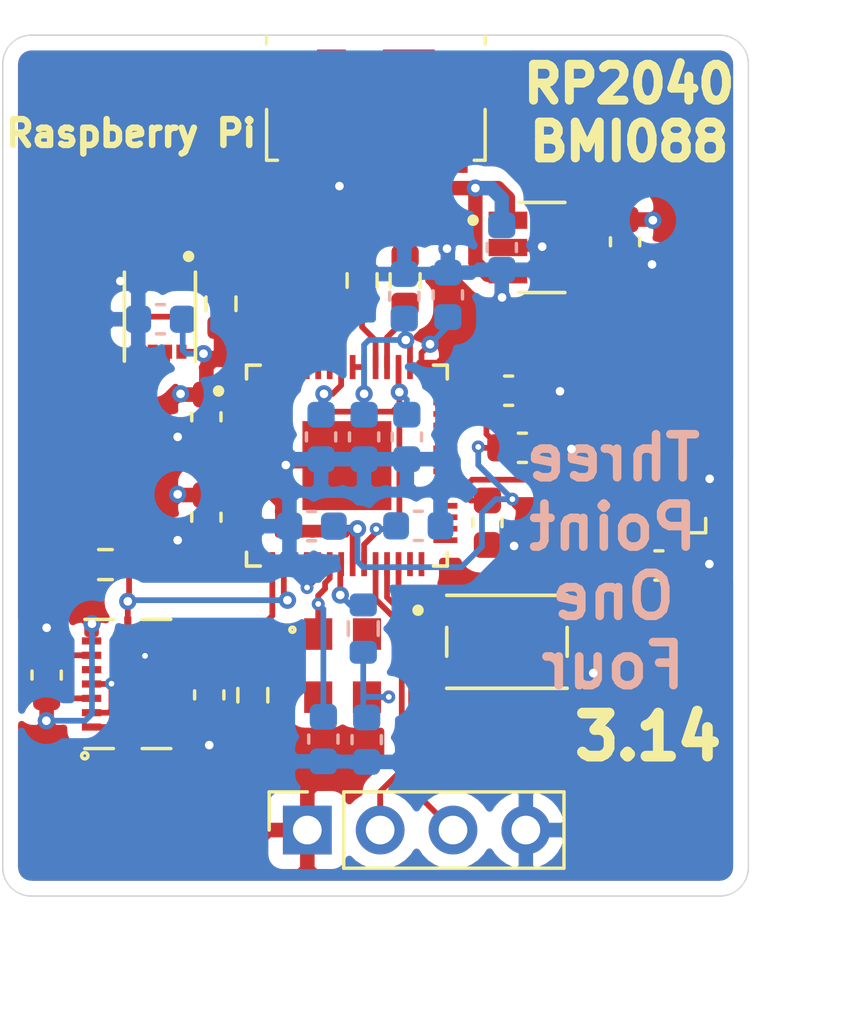
<source format=kicad_pcb>
(kicad_pcb (version 20171130) (host pcbnew "(5.1.10)-1")

  (general
    (thickness 1.6)
    (drawings 14)
    (tracks 328)
    (zones 0)
    (modules 35)
    (nets 58)
  )

  (page A4)
  (layers
    (0 F.Cu signal)
    (31 B.Cu signal)
    (32 B.Adhes user)
    (33 F.Adhes user)
    (34 B.Paste user)
    (35 F.Paste user)
    (36 B.SilkS user)
    (37 F.SilkS user)
    (38 B.Mask user)
    (39 F.Mask user)
    (40 Dwgs.User user)
    (41 Cmts.User user)
    (42 Eco1.User user)
    (43 Eco2.User user)
    (44 Edge.Cuts user)
    (45 Margin user)
    (46 B.CrtYd user)
    (47 F.CrtYd user)
    (48 B.Fab user)
    (49 F.Fab user)
  )

  (setup
    (last_trace_width 0.2)
    (user_trace_width 0.3)
    (user_trace_width 0.5)
    (trace_clearance 0.127)
    (zone_clearance 0.508)
    (zone_45_only no)
    (trace_min 0.2)
    (via_size 0.8)
    (via_drill 0.4)
    (via_min_size 0.4)
    (via_min_drill 0.2)
    (user_via 0.45 0.2)
    (user_via 0.6 0.3)
    (uvia_size 0.25)
    (uvia_drill 0.1)
    (uvias_allowed no)
    (uvia_min_size 0.2)
    (uvia_min_drill 0.1)
    (edge_width 0.05)
    (segment_width 0.2)
    (pcb_text_width 0.3)
    (pcb_text_size 1.5 1.5)
    (mod_edge_width 0.12)
    (mod_text_size 1 1)
    (mod_text_width 0.15)
    (pad_size 1.524 1.524)
    (pad_drill 0.762)
    (pad_to_mask_clearance 0)
    (aux_axis_origin 0 0)
    (visible_elements 7FFFFFFF)
    (pcbplotparams
      (layerselection 0x010fc_ffffffff)
      (usegerberextensions false)
      (usegerberattributes true)
      (usegerberadvancedattributes true)
      (creategerberjobfile false)
      (excludeedgelayer true)
      (linewidth 0.100000)
      (plotframeref false)
      (viasonmask false)
      (mode 1)
      (useauxorigin false)
      (hpglpennumber 1)
      (hpglpenspeed 20)
      (hpglpendiameter 15.000000)
      (psnegative false)
      (psa4output false)
      (plotreference true)
      (plotvalue true)
      (plotinvisibletext false)
      (padsonsilk false)
      (subtractmaskfromsilk false)
      (outputformat 1)
      (mirror false)
      (drillshape 0)
      (scaleselection 1)
      (outputdirectory "gerbs/"))
  )

  (net 0 "")
  (net 1 GND)
  (net 2 +3V3)
  (net 3 +5V)
  (net 4 "Net-(C5-Pad1)")
  (net 5 +1V1)
  (net 6 "Net-(D1-Pad1)")
  (net 7 /LED)
  (net 8 "Net-(J1-Pad6)")
  (net 9 "Net-(J1-Pad4)")
  (net 10 /D+)
  (net 11 /D-)
  (net 12 /SWCLK)
  (net 13 /SWD)
  (net 14 /CS)
  (net 15 "Net-(R2-Pad2)")
  (net 16 "Net-(R3-Pad2)")
  (net 17 "Net-(R4-Pad2)")
  (net 18 /SCL)
  (net 19 /SDA)
  (net 20 /RST)
  (net 21 "Net-(U1-Pad37)")
  (net 22 "Net-(U1-Pad36)")
  (net 23 "Net-(U1-Pad35)")
  (net 24 "Net-(U1-Pad32)")
  (net 25 "Net-(U1-Pad31)")
  (net 26 "Net-(U1-Pad30)")
  (net 27 "Net-(U1-Pad29)")
  (net 28 "Net-(U1-Pad14)")
  (net 29 "Net-(U1-Pad13)")
  (net 30 "Net-(U1-Pad12)")
  (net 31 "Net-(U1-Pad11)")
  (net 32 "Net-(U1-Pad9)")
  (net 33 "Net-(U1-Pad8)")
  (net 34 "Net-(U1-Pad7)")
  (net 35 "Net-(U1-Pad6)")
  (net 36 "Net-(U1-Pad5)")
  (net 37 "Net-(U1-Pad4)")
  (net 38 "Net-(U1-Pad3)")
  (net 39 "Net-(U1-Pad2)")
  (net 40 /QSPI_IO1)
  (net 41 /QSPI_IO2)
  (net 42 /QSPI_IO0)
  (net 43 /SCK)
  (net 44 /QSPI_IO3)
  (net 45 "Net-(U1-Pad28)")
  (net 46 "Net-(U1-Pad27)")
  (net 47 "Net-(U1-Pad18)")
  (net 48 "Net-(U1-Pad17)")
  (net 49 "Net-(U3-Pad4)")
  (net 50 /Accel_INT)
  (net 51 "Net-(U4-Pad1)")
  (net 52 "Net-(U4-Pad5)")
  (net 53 /Gyro_INT)
  (net 54 "Net-(U2-PadEP)")
  (net 55 "Net-(C6-Pad2)")
  (net 56 "Net-(U5-Pad2)")
  (net 57 "Net-(U5-Pad4)")

  (net_class Default "This is the default net class."
    (clearance 0.127)
    (trace_width 0.2)
    (via_dia 0.8)
    (via_drill 0.4)
    (uvia_dia 0.25)
    (uvia_drill 0.1)
    (add_net +1V1)
    (add_net +3V3)
    (add_net +5V)
    (add_net /Accel_INT)
    (add_net /CS)
    (add_net /D+)
    (add_net /D-)
    (add_net /Gyro_INT)
    (add_net /LED)
    (add_net /QSPI_IO0)
    (add_net /QSPI_IO1)
    (add_net /QSPI_IO2)
    (add_net /QSPI_IO3)
    (add_net /RST)
    (add_net /SCK)
    (add_net /SCL)
    (add_net /SDA)
    (add_net /SWCLK)
    (add_net /SWD)
    (add_net GND)
    (add_net "Net-(C5-Pad1)")
    (add_net "Net-(C6-Pad2)")
    (add_net "Net-(D1-Pad1)")
    (add_net "Net-(J1-Pad4)")
    (add_net "Net-(J1-Pad6)")
    (add_net "Net-(R2-Pad2)")
    (add_net "Net-(R3-Pad2)")
    (add_net "Net-(R4-Pad2)")
    (add_net "Net-(U1-Pad11)")
    (add_net "Net-(U1-Pad12)")
    (add_net "Net-(U1-Pad13)")
    (add_net "Net-(U1-Pad14)")
    (add_net "Net-(U1-Pad17)")
    (add_net "Net-(U1-Pad18)")
    (add_net "Net-(U1-Pad2)")
    (add_net "Net-(U1-Pad27)")
    (add_net "Net-(U1-Pad28)")
    (add_net "Net-(U1-Pad29)")
    (add_net "Net-(U1-Pad3)")
    (add_net "Net-(U1-Pad30)")
    (add_net "Net-(U1-Pad31)")
    (add_net "Net-(U1-Pad32)")
    (add_net "Net-(U1-Pad35)")
    (add_net "Net-(U1-Pad36)")
    (add_net "Net-(U1-Pad37)")
    (add_net "Net-(U1-Pad4)")
    (add_net "Net-(U1-Pad5)")
    (add_net "Net-(U1-Pad6)")
    (add_net "Net-(U1-Pad7)")
    (add_net "Net-(U1-Pad8)")
    (add_net "Net-(U1-Pad9)")
    (add_net "Net-(U2-PadEP)")
    (add_net "Net-(U3-Pad4)")
    (add_net "Net-(U4-Pad1)")
    (add_net "Net-(U4-Pad5)")
    (add_net "Net-(U5-Pad2)")
    (add_net "Net-(U5-Pad4)")
  )

  (module FC_Parts:16mhZ_Crystal (layer F.Cu) (tedit 60F020B0) (tstamp 617670BB)
    (at 183.85 111.97)
    (path /617706F9)
    (fp_text reference U5 (at -0.18432 -2.207078) (layer F.SilkS) hide
      (effects (font (size 0.320564 0.320564) (thickness 0.080141)))
    )
    (fp_text value 4Pin-Crystal (at 2.037448 2.300226) (layer F.Fab)
      (effects (font (size 0.320479 0.320479) (thickness 0.15)))
    )
    (fp_line (start 1.25 -1.6) (end 1.25 1.6) (layer F.Fab) (width 0.127))
    (fp_line (start 1.25 1.6) (end -1.25 1.6) (layer F.Fab) (width 0.127))
    (fp_line (start -1.25 1.6) (end -1.25 -1.6) (layer F.Fab) (width 0.127))
    (fp_line (start -1.25 -1.6) (end 1.25 -1.6) (layer F.Fab) (width 0.127))
    (fp_line (start 1.61 1.96) (end -1.61 1.96) (layer F.CrtYd) (width 0.05))
    (fp_line (start -1.61 1.96) (end -1.61 -1.96) (layer F.CrtYd) (width 0.05))
    (fp_line (start -1.61 -1.96) (end 1.61 -1.96) (layer F.CrtYd) (width 0.05))
    (fp_circle (center -1.75 -1.25) (end -1.663978 -1.25) (layer F.SilkS) (width 0.127))
    (fp_line (start 1.61 1.96) (end 1.61 -1.96) (layer F.CrtYd) (width 0.05))
    (pad 1 smd rect (at -0.85 -1.1) (size 0.98 1.1) (layers F.Cu F.Paste F.Mask)
      (net 4 "Net-(C5-Pad1)"))
    (pad 2 smd rect (at -0.85 1.1) (size 0.98 1.1) (layers F.Cu F.Paste F.Mask)
      (net 56 "Net-(U5-Pad2)"))
    (pad 3 smd rect (at 0.85 1.1) (size 0.98 1.1) (layers F.Cu F.Paste F.Mask)
      (net 55 "Net-(C6-Pad2)"))
    (pad 4 smd rect (at 0.85 -1.1) (size 0.98 1.1) (layers F.Cu F.Paste F.Mask)
      (net 57 "Net-(U5-Pad4)"))
  )

  (module FC_Parts:WS2812B-2020_2x2mm (layer F.Cu) (tedit 60D3C757) (tstamp 6175C6CC)
    (at 195.01 106.04)
    (path /6193DEF2)
    (fp_text reference D1 (at 0 -1.7) (layer F.SilkS) hide
      (effects (font (size 1 1) (thickness 0.15)))
    )
    (fp_text value NeoPixel (at 0 -5.08) (layer F.Fab)
      (effects (font (size 1 1) (thickness 0.15)))
    )
    (fp_line (start 1.5 1.3) (end 0.8 1.3) (layer F.SilkS) (width 0.12))
    (fp_line (start 1.5 0.8) (end 1.5 1.3) (layer F.SilkS) (width 0.12))
    (fp_line (start 0.3 -0.4) (end 0.3 0.4) (layer F.Fab) (width 0.12))
    (fp_line (start 1.1 -1) (end -1.1 -1) (layer F.Fab) (width 0.12))
    (fp_line (start 1.1 1) (end 1.1 -1) (layer F.Fab) (width 0.12))
    (fp_line (start -1.1 1) (end 1.1 1) (layer F.Fab) (width 0.12))
    (fp_line (start -1.1 -1) (end -1.1 1) (layer F.Fab) (width 0.12))
    (pad 2 smd rect (at 0.915 -0.55 180) (size 0.7 0.7) (layers F.Cu F.Paste F.Mask)
      (net 1 GND))
    (pad 4 smd rect (at -0.915 0.55) (size 0.7 0.7) (layers F.Cu F.Paste F.Mask)
      (net 2 +3V3))
    (pad 1 smd rect (at 0.915 0.55 180) (size 0.7 0.7) (layers F.Cu F.Paste F.Mask)
      (net 6 "Net-(D1-Pad1)"))
    (pad 3 smd rect (at -0.915 -0.55) (size 0.7 0.7) (layers F.Cu F.Paste F.Mask)
      (net 7 /LED))
  )

  (module FC_Parts:SW_PTS810_SJM_250_SMTR_LFS (layer F.Cu) (tedit 60F813B1) (tstamp 61758123)
    (at 189.58 111.14)
    (path /619E5F7B)
    (fp_text reference SW1 (at 0.575 -2.635) (layer F.SilkS) hide
      (effects (font (size 1 1) (thickness 0.15)))
    )
    (fp_text value SW_Push_Dual (at 13.91 2.665) (layer F.Fab) hide
      (effects (font (size 1 1) (thickness 0.15)))
    )
    (fp_line (start -2.1 -1.6) (end 2.1 -1.6) (layer F.Fab) (width 0.127))
    (fp_line (start 2.1 -1.6) (end 2.1 1.6) (layer F.Fab) (width 0.127))
    (fp_line (start 2.1 1.6) (end -2.1 1.6) (layer F.Fab) (width 0.127))
    (fp_line (start -2.1 1.6) (end -2.1 -1.6) (layer F.Fab) (width 0.127))
    (fp_line (start -2.1 -1.62) (end 2.1 -1.62) (layer F.SilkS) (width 0.127))
    (fp_line (start 2.1 1.62) (end -2.1 1.62) (layer F.SilkS) (width 0.127))
    (fp_line (start -2.1 0.5) (end -2.1 -0.5) (layer F.SilkS) (width 0.127))
    (fp_line (start 2.1 0.5) (end 2.1 -0.5) (layer F.SilkS) (width 0.127))
    (fp_circle (center -3.1 -1.1) (end -3 -1.1) (layer F.SilkS) (width 0.2))
    (fp_circle (center -3.1 -1.1) (end -3 -1.1) (layer F.Fab) (width 0.2))
    (fp_line (start -2.85 -1.85) (end 2.85 -1.85) (layer F.CrtYd) (width 0.05))
    (fp_line (start 2.85 -1.85) (end 2.85 1.85) (layer F.CrtYd) (width 0.05))
    (fp_line (start 2.85 1.85) (end -2.85 1.85) (layer F.CrtYd) (width 0.05))
    (fp_line (start -2.85 1.85) (end -2.85 -1.85) (layer F.CrtYd) (width 0.05))
    (pad 1 smd rect (at -2.075 -1.075) (size 1.05 0.65) (layers F.Cu F.Paste F.Mask)
      (net 20 /RST))
    (pad 2 smd rect (at 2.075 -1.075) (size 1.05 0.65) (layers F.Cu F.Paste F.Mask)
      (net 20 /RST))
    (pad 3 smd rect (at -2.075 1.075) (size 1.05 0.65) (layers F.Cu F.Paste F.Mask)
      (net 1 GND))
    (pad 4 smd rect (at 2.075 1.075) (size 1.05 0.65) (layers F.Cu F.Paste F.Mask)
      (net 1 GND))
  )

  (module RP2040+BMI_Parts:W25Q16JVUXIQ (layer F.Cu) (tedit 617538A9) (tstamp 61758FF2)
    (at 177.48 99.81 270)
    (path /61A8429B)
    (fp_text reference U2 (at 1.575 -2.075 90) (layer F.SilkS) hide
      (effects (font (size 1 1) (thickness 0.15)))
    )
    (fp_text value W25Q16JVUXIQ (at 9 0 90) (layer F.Fab) hide
      (effects (font (size 1 1) (thickness 0.15)))
    )
    (fp_circle (center -2.1 -1) (end -2 -1) (layer F.Fab) (width 0.2))
    (fp_line (start -1.55 1.239) (end 1.55 1.239) (layer F.SilkS) (width 0.127))
    (fp_line (start -1.55 -1.239) (end 1.55 -1.239) (layer F.SilkS) (width 0.127))
    (fp_line (start -1.8 1.3) (end -1.8 -1.3) (layer F.CrtYd) (width 0.05))
    (fp_line (start 1.8 1.3) (end -1.8 1.3) (layer F.CrtYd) (width 0.05))
    (fp_line (start 1.8 -1.3) (end 1.8 1.3) (layer F.CrtYd) (width 0.05))
    (fp_line (start -1.8 -1.3) (end 1.8 -1.3) (layer F.CrtYd) (width 0.05))
    (fp_circle (center -2.1 -1) (end -2 -1) (layer F.SilkS) (width 0.2))
    (fp_line (start -1.55 1.05) (end -1.55 -1.05) (layer F.Fab) (width 0.127))
    (fp_line (start 1.55 1.05) (end -1.55 1.05) (layer F.Fab) (width 0.127))
    (fp_line (start 1.55 -1.05) (end 1.55 1.05) (layer F.Fab) (width 0.127))
    (fp_line (start -1.55 -1.05) (end 1.55 -1.05) (layer F.Fab) (width 0.127))
    (pad EP smd rect (at 0 0 270) (size 0.2 1.6) (layers F.Cu F.Paste F.Mask)
      (net 54 "Net-(U2-PadEP)"))
    (pad 8 smd rect (at 1.22 -0.75 270) (size 0.49 0.35) (layers F.Cu F.Paste F.Mask)
      (net 2 +3V3))
    (pad 7 smd rect (at 1.22 -0.25 270) (size 0.49 0.35) (layers F.Cu F.Paste F.Mask)
      (net 44 /QSPI_IO3))
    (pad 6 smd rect (at 1.22 0.25 270) (size 0.49 0.35) (layers F.Cu F.Paste F.Mask)
      (net 43 /SCK))
    (pad 5 smd rect (at 1.22 0.75 270) (size 0.49 0.35) (layers F.Cu F.Paste F.Mask)
      (net 42 /QSPI_IO0))
    (pad 4 smd rect (at -1.22 0.75 270) (size 0.49 0.35) (layers F.Cu F.Paste F.Mask)
      (net 1 GND))
    (pad 3 smd rect (at -1.22 0.25 270) (size 0.49 0.35) (layers F.Cu F.Paste F.Mask)
      (net 41 /QSPI_IO2))
    (pad 2 smd rect (at -1.22 -0.25 270) (size 0.49 0.35) (layers F.Cu F.Paste F.Mask)
      (net 40 /QSPI_IO1))
    (pad 1 smd rect (at -1.22 -0.75 270) (size 0.49 0.35) (layers F.Cu F.Paste F.Mask)
      (net 14 /CS))
  )

  (module FC_Parts:BMI088_usethisboi_QFN_Package (layer F.Cu) (tedit 60882773) (tstamp 617581C4)
    (at 176.36 112.61 180)
    (path /6187D7C4)
    (fp_text reference U4 (at 0 -3.95) (layer F.SilkS) hide
      (effects (font (size 1 1) (thickness 0.15)))
    )
    (fp_text value BMI088 (at 0 3.5) (layer F.Fab)
      (effects (font (size 1 1) (thickness 0.15)))
    )
    (fp_line (start -2 -2.75) (end -2 2.75) (layer F.CrtYd) (width 0.12))
    (fp_line (start -2 2.75) (end 2 2.75) (layer F.CrtYd) (width 0.12))
    (fp_line (start 2 2.75) (end 2 -2.75) (layer F.CrtYd) (width 0.12))
    (fp_line (start 2 -2.75) (end -2 -2.75) (layer F.CrtYd) (width 0.12))
    (fp_line (start -1.5 -2.25) (end -0.5 -2.25) (layer F.SilkS) (width 0.12))
    (fp_line (start 0.5 -2.25) (end 1.5 -2.25) (layer F.SilkS) (width 0.12))
    (fp_line (start -1.5 2.25) (end -0.5 2.25) (layer F.SilkS) (width 0.12))
    (fp_line (start 0.5 2.25) (end 1.5 2.25) (layer F.SilkS) (width 0.12))
    (fp_circle (center 1.5 -2.5) (end 1.55 -2.5) (layer F.SilkS) (width 0.12))
    (pad 16 smd rect (at 0 -2.0125 180) (size 0.25 0.675) (layers F.Cu F.Paste F.Mask)
      (net 50 /Accel_INT))
    (pad 4 smd rect (at 1.2625 0 270) (size 0.25 0.675) (layers F.Cu F.Paste F.Mask)
      (net 1 GND))
    (pad 3 smd rect (at 1.2625 -0.5 270) (size 0.25 0.675) (layers F.Cu F.Paste F.Mask)
      (net 2 +3V3))
    (pad 2 smd rect (at 1.2625 -1 270) (size 0.25 0.675) (layers F.Cu F.Paste F.Mask)
      (net 1 GND))
    (pad 1 smd rect (at 1.2625 -1.5 270) (size 0.25 0.675) (layers F.Cu F.Paste F.Mask)
      (net 51 "Net-(U4-Pad1)"))
    (pad 5 smd rect (at 1.2625 0.5 270) (size 0.25 0.675) (layers F.Cu F.Paste F.Mask)
      (net 52 "Net-(U4-Pad5)"))
    (pad 6 smd rect (at 1.2625 1 270) (size 0.25 0.675) (layers F.Cu F.Paste F.Mask)
      (net 1 GND))
    (pad 7 smd rect (at 1.2625 1.5 270) (size 0.25 0.675) (layers F.Cu F.Paste F.Mask)
      (net 2 +3V3))
    (pad 14 smd rect (at -1.2625 -1 90) (size 0.25 0.675) (layers F.Cu F.Paste F.Mask)
      (net 2 +3V3))
    (pad 15 smd rect (at -1.2625 -1.5 90) (size 0.25 0.675) (layers F.Cu F.Paste F.Mask)
      (net 1 GND))
    (pad 13 smd rect (at -1.2625 -0.5 90) (size 0.25 0.675) (layers F.Cu F.Paste F.Mask)
      (net 51 "Net-(U4-Pad1)"))
    (pad 9 smd rect (at -1.2625 1.5 90) (size 0.25 0.675) (layers F.Cu F.Paste F.Mask)
      (net 19 /SDA))
    (pad 10 smd rect (at -1.2625 1 90) (size 0.25 0.675) (layers F.Cu F.Paste F.Mask)
      (net 1 GND))
    (pad 8 smd rect (at 0 2.0125) (size 0.25 0.675) (layers F.Cu F.Paste F.Mask)
      (net 18 /SCL))
    (pad 12 smd rect (at -1.2625 0 90) (size 0.25 0.675) (layers F.Cu F.Paste F.Mask)
      (net 53 /Gyro_INT))
    (pad 11 smd rect (at -1.2625 0.5 90) (size 0.25 0.675) (layers F.Cu F.Paste F.Mask)
      (net 2 +3V3))
    (model C:/Users/Abhigna/OneDrive/Documents/KiCAD_Libs/3D_Models/BMI088--3DModel-STEP-56544.STEP
      (at (xyz 0 0 0))
      (scale (xyz 1 1 1))
      (rotate (xyz -90 0 -90))
    )
  )

  (module FC_Parts:AP7343-33W5-7 (layer F.Cu) (tedit 60F02497) (tstamp 617581A7)
    (at 190.8 97.4)
    (path /6179485A)
    (fp_text reference U3 (at 0.282 -2.4064) (layer F.SilkS) hide
      (effects (font (size 0.64 0.64) (thickness 0.15)))
    )
    (fp_text value AP7343-33W5-7 (at 4.7524 2.4064) (layer F.Fab) hide
      (effects (font (size 0.64 0.64) (thickness 0.15)))
    )
    (fp_line (start -0.8 -1.5) (end 0.8 -1.5) (layer F.Fab) (width 0.127))
    (fp_line (start 0.8 -1.5) (end 0.8 1.5) (layer F.Fab) (width 0.127))
    (fp_line (start 0.8 1.5) (end -0.8 1.5) (layer F.Fab) (width 0.127))
    (fp_line (start -0.8 1.5) (end -0.8 -1.5) (layer F.Fab) (width 0.127))
    (fp_line (start -0.8 -1.57) (end 0.8 -1.57) (layer F.SilkS) (width 0.127))
    (fp_line (start 0.8 1.57) (end -0.8 1.57) (layer F.SilkS) (width 0.127))
    (fp_line (start -2.11 -1.75) (end 2.11 -1.75) (layer F.CrtYd) (width 0.05))
    (fp_line (start 2.11 -1.75) (end 2.11 1.75) (layer F.CrtYd) (width 0.05))
    (fp_line (start 2.11 1.75) (end -2.11 1.75) (layer F.CrtYd) (width 0.05))
    (fp_line (start -2.11 1.75) (end -2.11 -1.75) (layer F.CrtYd) (width 0.05))
    (fp_circle (center -2.4 -0.95) (end -2.3 -0.95) (layer F.SilkS) (width 0.2))
    (fp_circle (center -2.4 -0.95) (end -2.3 -0.95) (layer F.Fab) (width 0.2))
    (pad 1 smd rect (at -1.185 -0.95) (size 1.35 0.6) (layers F.Cu F.Paste F.Mask)
      (net 3 +5V))
    (pad 2 smd rect (at -1.185 0) (size 1.35 0.6) (layers F.Cu F.Paste F.Mask)
      (net 1 GND))
    (pad 3 smd rect (at -1.185 0.95) (size 1.35 0.6) (layers F.Cu F.Paste F.Mask)
      (net 3 +5V))
    (pad 4 smd rect (at 1.185 0.95) (size 1.35 0.6) (layers F.Cu F.Paste F.Mask)
      (net 49 "Net-(U3-Pad4)"))
    (pad 5 smd rect (at 1.185 -0.95) (size 1.35 0.6) (layers F.Cu F.Paste F.Mask)
      (net 2 +3V3))
  )

  (module RP2040+BMI_Parts:RP2040 (layer F.Cu) (tedit 6174F399) (tstamp 6175F343)
    (at 184 105)
    (path /617572B4)
    (fp_text reference U1 (at -0.93 -5.74) (layer F.SilkS) hide
      (effects (font (size 1 1) (thickness 0.15)))
    )
    (fp_text value RP2040 (at 8.595 5.74) (layer F.Fab) hide
      (effects (font (size 1 1) (thickness 0.15)))
    )
    (fp_poly (pts (xy -0.98 -0.98) (xy 0.98 -0.98) (xy 0.98 0.98) (xy -0.98 0.98)) (layer F.Paste) (width 0.01))
    (fp_circle (center -4.475 -2.6) (end -4.375 -2.6) (layer F.SilkS) (width 0.2))
    (fp_circle (center -4.475 -2.6) (end -4.375 -2.6) (layer F.Fab) (width 0.2))
    (fp_line (start 3.5 3.5) (end -3.5 3.5) (layer F.Fab) (width 0.127))
    (fp_line (start 3.5 -3.5) (end -3.5 -3.5) (layer F.Fab) (width 0.127))
    (fp_line (start 3.5 3.5) (end 3.5 -3.5) (layer F.Fab) (width 0.127))
    (fp_line (start -3.5 3.5) (end -3.5 -3.5) (layer F.Fab) (width 0.127))
    (fp_line (start 3.5 3.5) (end 3.02 3.5) (layer F.SilkS) (width 0.127))
    (fp_line (start 3.5 -3.5) (end 3.02 -3.5) (layer F.SilkS) (width 0.127))
    (fp_line (start -3.5 3.5) (end -3.02 3.5) (layer F.SilkS) (width 0.127))
    (fp_line (start -3.5 -3.5) (end -3.02 -3.5) (layer F.SilkS) (width 0.127))
    (fp_line (start 3.5 3.5) (end 3.5 3.02) (layer F.SilkS) (width 0.127))
    (fp_line (start 3.5 -3.5) (end 3.5 -3.02) (layer F.SilkS) (width 0.127))
    (fp_line (start -3.5 3.5) (end -3.5 3.02) (layer F.SilkS) (width 0.127))
    (fp_line (start -3.5 -3.5) (end -3.5 -3.02) (layer F.SilkS) (width 0.127))
    (fp_line (start -4.105 4.105) (end 4.105 4.105) (layer F.CrtYd) (width 0.05))
    (fp_line (start -4.105 -4.105) (end 4.105 -4.105) (layer F.CrtYd) (width 0.05))
    (fp_line (start -4.105 4.105) (end -4.105 -4.105) (layer F.CrtYd) (width 0.05))
    (fp_line (start 4.105 4.105) (end 4.105 -4.105) (layer F.CrtYd) (width 0.05))
    (pad 57 smd rect (at 0 0) (size 3.1 3.1) (layers F.Cu F.Mask)
      (net 1 GND))
    (pad 42 smd roundrect (at 3.435 -2.6) (size 0.84 0.2) (layers F.Cu F.Paste F.Mask) (roundrect_rratio 0.03)
      (net 2 +3V3))
    (pad 41 smd roundrect (at 3.435 -2.2) (size 0.84 0.2) (layers F.Cu F.Paste F.Mask) (roundrect_rratio 0.03))
    (pad 40 smd roundrect (at 3.435 -1.8) (size 0.84 0.2) (layers F.Cu F.Paste F.Mask) (roundrect_rratio 0.03))
    (pad 39 smd roundrect (at 3.435 -1.4) (size 0.84 0.2) (layers F.Cu F.Paste F.Mask) (roundrect_rratio 0.03))
    (pad 38 smd roundrect (at 3.435 -1) (size 0.84 0.2) (layers F.Cu F.Paste F.Mask) (roundrect_rratio 0.03))
    (pad 37 smd roundrect (at 3.435 -0.6) (size 0.84 0.2) (layers F.Cu F.Paste F.Mask) (roundrect_rratio 0.03)
      (net 21 "Net-(U1-Pad37)"))
    (pad 36 smd roundrect (at 3.435 -0.2) (size 0.84 0.2) (layers F.Cu F.Paste F.Mask) (roundrect_rratio 0.03)
      (net 22 "Net-(U1-Pad36)"))
    (pad 35 smd roundrect (at 3.435 0.2) (size 0.84 0.2) (layers F.Cu F.Paste F.Mask) (roundrect_rratio 0.03)
      (net 23 "Net-(U1-Pad35)"))
    (pad 34 smd roundrect (at 3.435 0.6) (size 0.84 0.2) (layers F.Cu F.Paste F.Mask) (roundrect_rratio 0.03)
      (net 7 /LED))
    (pad 33 smd roundrect (at 3.435 1) (size 0.84 0.2) (layers F.Cu F.Paste F.Mask) (roundrect_rratio 0.03)
      (net 2 +3V3))
    (pad 32 smd roundrect (at 3.435 1.4) (size 0.84 0.2) (layers F.Cu F.Paste F.Mask) (roundrect_rratio 0.03)
      (net 24 "Net-(U1-Pad32)"))
    (pad 31 smd roundrect (at 3.435 1.8) (size 0.84 0.2) (layers F.Cu F.Paste F.Mask) (roundrect_rratio 0.03)
      (net 25 "Net-(U1-Pad31)"))
    (pad 30 smd roundrect (at 3.435 2.2) (size 0.84 0.2) (layers F.Cu F.Paste F.Mask) (roundrect_rratio 0.03)
      (net 26 "Net-(U1-Pad30)"))
    (pad 29 smd roundrect (at 3.435 2.6) (size 0.84 0.2) (layers F.Cu F.Paste F.Mask) (roundrect_rratio 0.03)
      (net 27 "Net-(U1-Pad29)"))
    (pad 14 smd roundrect (at -3.435 2.6) (size 0.84 0.2) (layers F.Cu F.Paste F.Mask) (roundrect_rratio 0.03)
      (net 28 "Net-(U1-Pad14)"))
    (pad 13 smd roundrect (at -3.435 2.2) (size 0.84 0.2) (layers F.Cu F.Paste F.Mask) (roundrect_rratio 0.03)
      (net 29 "Net-(U1-Pad13)"))
    (pad 12 smd roundrect (at -3.435 1.8) (size 0.84 0.2) (layers F.Cu F.Paste F.Mask) (roundrect_rratio 0.03)
      (net 30 "Net-(U1-Pad12)"))
    (pad 11 smd roundrect (at -3.435 1.4) (size 0.84 0.2) (layers F.Cu F.Paste F.Mask) (roundrect_rratio 0.03)
      (net 31 "Net-(U1-Pad11)"))
    (pad 10 smd roundrect (at -3.435 1) (size 0.84 0.2) (layers F.Cu F.Paste F.Mask) (roundrect_rratio 0.03)
      (net 2 +3V3))
    (pad 9 smd roundrect (at -3.435 0.6) (size 0.84 0.2) (layers F.Cu F.Paste F.Mask) (roundrect_rratio 0.03)
      (net 32 "Net-(U1-Pad9)"))
    (pad 8 smd roundrect (at -3.435 0.2) (size 0.84 0.2) (layers F.Cu F.Paste F.Mask) (roundrect_rratio 0.03)
      (net 33 "Net-(U1-Pad8)"))
    (pad 7 smd roundrect (at -3.435 -0.2) (size 0.84 0.2) (layers F.Cu F.Paste F.Mask) (roundrect_rratio 0.03)
      (net 34 "Net-(U1-Pad7)"))
    (pad 6 smd roundrect (at -3.435 -0.6) (size 0.84 0.2) (layers F.Cu F.Paste F.Mask) (roundrect_rratio 0.03)
      (net 35 "Net-(U1-Pad6)"))
    (pad 5 smd roundrect (at -3.435 -1) (size 0.84 0.2) (layers F.Cu F.Paste F.Mask) (roundrect_rratio 0.03)
      (net 36 "Net-(U1-Pad5)"))
    (pad 4 smd roundrect (at -3.435 -1.4) (size 0.84 0.2) (layers F.Cu F.Paste F.Mask) (roundrect_rratio 0.03)
      (net 37 "Net-(U1-Pad4)"))
    (pad 3 smd roundrect (at -3.435 -1.8) (size 0.84 0.2) (layers F.Cu F.Paste F.Mask) (roundrect_rratio 0.03)
      (net 38 "Net-(U1-Pad3)"))
    (pad 2 smd roundrect (at -3.435 -2.2) (size 0.84 0.2) (layers F.Cu F.Paste F.Mask) (roundrect_rratio 0.03)
      (net 39 "Net-(U1-Pad2)"))
    (pad 1 smd roundrect (at -3.435 -2.6) (size 0.84 0.2) (layers F.Cu F.Paste F.Mask) (roundrect_rratio 0.03)
      (net 2 +3V3))
    (pad 56 smd roundrect (at -2.6 -3.435) (size 0.2 0.84) (layers F.Cu F.Paste F.Mask) (roundrect_rratio 0.1)
      (net 14 /CS))
    (pad 55 smd roundrect (at -2.2 -3.435) (size 0.2 0.84) (layers F.Cu F.Paste F.Mask) (roundrect_rratio 0.1)
      (net 40 /QSPI_IO1))
    (pad 54 smd roundrect (at -1.8 -3.435) (size 0.2 0.84) (layers F.Cu F.Paste F.Mask) (roundrect_rratio 0.1)
      (net 41 /QSPI_IO2))
    (pad 53 smd roundrect (at -1.4 -3.435) (size 0.2 0.84) (layers F.Cu F.Paste F.Mask) (roundrect_rratio 0.1)
      (net 42 /QSPI_IO0))
    (pad 52 smd roundrect (at -1 -3.435) (size 0.2 0.84) (layers F.Cu F.Paste F.Mask) (roundrect_rratio 0.1)
      (net 43 /SCK))
    (pad 51 smd roundrect (at -0.6 -3.435) (size 0.2 0.84) (layers F.Cu F.Paste F.Mask) (roundrect_rratio 0.1)
      (net 44 /QSPI_IO3))
    (pad 50 smd roundrect (at -0.2 -3.435) (size 0.2 0.84) (layers F.Cu F.Paste F.Mask) (roundrect_rratio 0.1)
      (net 5 +1V1))
    (pad 49 smd roundrect (at 0.2 -3.435) (size 0.2 0.84) (layers F.Cu F.Paste F.Mask) (roundrect_rratio 0.1)
      (net 2 +3V3))
    (pad 48 smd roundrect (at 0.6 -3.435) (size 0.2 0.84) (layers F.Cu F.Paste F.Mask) (roundrect_rratio 0.1)
      (net 2 +3V3))
    (pad 47 smd roundrect (at 1 -3.435) (size 0.2 0.84) (layers F.Cu F.Paste F.Mask) (roundrect_rratio 0.1)
      (net 16 "Net-(R3-Pad2)"))
    (pad 46 smd roundrect (at 1.4 -3.435) (size 0.2 0.84) (layers F.Cu F.Paste F.Mask) (roundrect_rratio 0.1)
      (net 17 "Net-(R4-Pad2)"))
    (pad 45 smd roundrect (at 1.8 -3.435) (size 0.2 0.84) (layers F.Cu F.Paste F.Mask) (roundrect_rratio 0.1)
      (net 5 +1V1))
    (pad 44 smd roundrect (at 2.2 -3.435) (size 0.2 0.84) (layers F.Cu F.Paste F.Mask) (roundrect_rratio 0.1)
      (net 2 +3V3))
    (pad 43 smd roundrect (at 2.6 -3.435) (size 0.2 0.84) (layers F.Cu F.Paste F.Mask) (roundrect_rratio 0.1)
      (net 2 +3V3))
    (pad 28 smd roundrect (at 2.6 3.435) (size 0.2 0.84) (layers F.Cu F.Paste F.Mask) (roundrect_rratio 0.1)
      (net 45 "Net-(U1-Pad28)"))
    (pad 27 smd roundrect (at 2.2 3.435) (size 0.2 0.84) (layers F.Cu F.Paste F.Mask) (roundrect_rratio 0.1)
      (net 46 "Net-(U1-Pad27)"))
    (pad 26 smd roundrect (at 1.8 3.435) (size 0.2 0.84) (layers F.Cu F.Paste F.Mask) (roundrect_rratio 0.1)
      (net 20 /RST))
    (pad 25 smd roundrect (at 1.4 3.435) (size 0.2 0.84) (layers F.Cu F.Paste F.Mask) (roundrect_rratio 0.1)
      (net 13 /SWD))
    (pad 24 smd roundrect (at 1 3.435) (size 0.2 0.84) (layers F.Cu F.Paste F.Mask) (roundrect_rratio 0.1)
      (net 12 /SWCLK))
    (pad 23 smd roundrect (at 0.6 3.435) (size 0.2 0.84) (layers F.Cu F.Paste F.Mask) (roundrect_rratio 0.1)
      (net 5 +1V1))
    (pad 22 smd roundrect (at 0.2 3.435) (size 0.2 0.84) (layers F.Cu F.Paste F.Mask) (roundrect_rratio 0.1)
      (net 2 +3V3))
    (pad 21 smd roundrect (at -0.2 3.435) (size 0.2 0.84) (layers F.Cu F.Paste F.Mask) (roundrect_rratio 0.1)
      (net 15 "Net-(R2-Pad2)"))
    (pad 20 smd roundrect (at -0.6 3.435) (size 0.2 0.84) (layers F.Cu F.Paste F.Mask) (roundrect_rratio 0.1)
      (net 4 "Net-(C5-Pad1)"))
    (pad 19 smd roundrect (at -1 3.435) (size 0.2 0.84) (layers F.Cu F.Paste F.Mask) (roundrect_rratio 0.1)
      (net 1 GND))
    (pad 18 smd roundrect (at -1.4 3.435) (size 0.2 0.84) (layers F.Cu F.Paste F.Mask) (roundrect_rratio 0.1)
      (net 47 "Net-(U1-Pad18)"))
    (pad 17 smd roundrect (at -1.8 3.435) (size 0.2 0.84) (layers F.Cu F.Paste F.Mask) (roundrect_rratio 0.1)
      (net 48 "Net-(U1-Pad17)"))
    (pad 16 smd roundrect (at -2.2 3.435) (size 0.2 0.84) (layers F.Cu F.Paste F.Mask) (roundrect_rratio 0.1)
      (net 18 /SCL))
    (pad 15 smd roundrect (at -2.6 3.435) (size 0.2 0.84) (layers F.Cu F.Paste F.Mask) (roundrect_rratio 0.1)
      (net 19 /SDA))
  )

  (module Resistor_SMD:R_0603_1608Metric (layer F.Cu) (tedit 5F68FEEE) (tstamp 6175810D)
    (at 180.72 113 270)
    (descr "Resistor SMD 0603 (1608 Metric), square (rectangular) end terminal, IPC_7351 nominal, (Body size source: IPC-SM-782 page 72, https://www.pcb-3d.com/wordpress/wp-content/uploads/ipc-sm-782a_amendment_1_and_2.pdf), generated with kicad-footprint-generator")
    (tags resistor)
    (path /61A2ADC0)
    (attr smd)
    (fp_text reference R6 (at 0 -1.43 90) (layer F.SilkS) hide
      (effects (font (size 1 1) (thickness 0.15)))
    )
    (fp_text value 4.7k (at 0 1.43 90) (layer F.Fab) hide
      (effects (font (size 1 1) (thickness 0.15)))
    )
    (fp_line (start -0.8 0.4125) (end -0.8 -0.4125) (layer F.Fab) (width 0.1))
    (fp_line (start -0.8 -0.4125) (end 0.8 -0.4125) (layer F.Fab) (width 0.1))
    (fp_line (start 0.8 -0.4125) (end 0.8 0.4125) (layer F.Fab) (width 0.1))
    (fp_line (start 0.8 0.4125) (end -0.8 0.4125) (layer F.Fab) (width 0.1))
    (fp_line (start -0.237258 -0.5225) (end 0.237258 -0.5225) (layer F.SilkS) (width 0.12))
    (fp_line (start -0.237258 0.5225) (end 0.237258 0.5225) (layer F.SilkS) (width 0.12))
    (fp_line (start -1.48 0.73) (end -1.48 -0.73) (layer F.CrtYd) (width 0.05))
    (fp_line (start -1.48 -0.73) (end 1.48 -0.73) (layer F.CrtYd) (width 0.05))
    (fp_line (start 1.48 -0.73) (end 1.48 0.73) (layer F.CrtYd) (width 0.05))
    (fp_line (start 1.48 0.73) (end -1.48 0.73) (layer F.CrtYd) (width 0.05))
    (fp_text user %R (at -0.12 0.17 90) (layer F.Fab) hide
      (effects (font (size 0.4 0.4) (thickness 0.06)))
    )
    (pad 2 smd roundrect (at 0.825 0 270) (size 0.8 0.95) (layers F.Cu F.Paste F.Mask) (roundrect_rratio 0.25)
      (net 2 +3V3))
    (pad 1 smd roundrect (at -0.825 0 270) (size 0.8 0.95) (layers F.Cu F.Paste F.Mask) (roundrect_rratio 0.25)
      (net 19 /SDA))
    (model ${KISYS3DMOD}/Resistor_SMD.3dshapes/R_0603_1608Metric.wrl
      (at (xyz 0 0 0))
      (scale (xyz 1 1 1))
      (rotate (xyz 0 0 0))
    )
  )

  (module Resistor_SMD:R_0603_1608Metric (layer F.Cu) (tedit 5F68FEEE) (tstamp 617580FC)
    (at 175.58 108.45 180)
    (descr "Resistor SMD 0603 (1608 Metric), square (rectangular) end terminal, IPC_7351 nominal, (Body size source: IPC-SM-782 page 72, https://www.pcb-3d.com/wordpress/wp-content/uploads/ipc-sm-782a_amendment_1_and_2.pdf), generated with kicad-footprint-generator")
    (tags resistor)
    (path /61A2B9BF)
    (attr smd)
    (fp_text reference R5 (at 0 -1.43) (layer F.SilkS) hide
      (effects (font (size 1 1) (thickness 0.15)))
    )
    (fp_text value 4.7k (at 0 1.43) (layer F.Fab) hide
      (effects (font (size 1 1) (thickness 0.15)))
    )
    (fp_line (start -0.8 0.4125) (end -0.8 -0.4125) (layer F.Fab) (width 0.1))
    (fp_line (start -0.8 -0.4125) (end 0.8 -0.4125) (layer F.Fab) (width 0.1))
    (fp_line (start 0.8 -0.4125) (end 0.8 0.4125) (layer F.Fab) (width 0.1))
    (fp_line (start 0.8 0.4125) (end -0.8 0.4125) (layer F.Fab) (width 0.1))
    (fp_line (start -0.237258 -0.5225) (end 0.237258 -0.5225) (layer F.SilkS) (width 0.12))
    (fp_line (start -0.237258 0.5225) (end 0.237258 0.5225) (layer F.SilkS) (width 0.12))
    (fp_line (start -1.48 0.73) (end -1.48 -0.73) (layer F.CrtYd) (width 0.05))
    (fp_line (start -1.48 -0.73) (end 1.48 -0.73) (layer F.CrtYd) (width 0.05))
    (fp_line (start 1.48 -0.73) (end 1.48 0.73) (layer F.CrtYd) (width 0.05))
    (fp_line (start 1.48 0.73) (end -1.48 0.73) (layer F.CrtYd) (width 0.05))
    (fp_text user %R (at 0.06 0.04) (layer F.Fab) hide
      (effects (font (size 0.4 0.4) (thickness 0.06)))
    )
    (pad 2 smd roundrect (at 0.825 0 180) (size 0.8 0.95) (layers F.Cu F.Paste F.Mask) (roundrect_rratio 0.25)
      (net 2 +3V3))
    (pad 1 smd roundrect (at -0.825 0 180) (size 0.8 0.95) (layers F.Cu F.Paste F.Mask) (roundrect_rratio 0.25)
      (net 18 /SCL))
    (model ${KISYS3DMOD}/Resistor_SMD.3dshapes/R_0603_1608Metric.wrl
      (at (xyz 0 0 0))
      (scale (xyz 1 1 1))
      (rotate (xyz 0 0 0))
    )
  )

  (module Resistor_SMD:R_0603_1608Metric (layer F.Cu) (tedit 5F68FEEE) (tstamp 617580EB)
    (at 186.03 98.55 270)
    (descr "Resistor SMD 0603 (1608 Metric), square (rectangular) end terminal, IPC_7351 nominal, (Body size source: IPC-SM-782 page 72, https://www.pcb-3d.com/wordpress/wp-content/uploads/ipc-sm-782a_amendment_1_and_2.pdf), generated with kicad-footprint-generator")
    (tags resistor)
    (path /617B8A45)
    (attr smd)
    (fp_text reference R4 (at 0 -1.43 90) (layer F.SilkS) hide
      (effects (font (size 1 1) (thickness 0.15)))
    )
    (fp_text value 27ohm (at 0 1.43 90) (layer F.Fab) hide
      (effects (font (size 1 1) (thickness 0.15)))
    )
    (fp_line (start -0.8 0.4125) (end -0.8 -0.4125) (layer F.Fab) (width 0.1))
    (fp_line (start -0.8 -0.4125) (end 0.8 -0.4125) (layer F.Fab) (width 0.1))
    (fp_line (start 0.8 -0.4125) (end 0.8 0.4125) (layer F.Fab) (width 0.1))
    (fp_line (start 0.8 0.4125) (end -0.8 0.4125) (layer F.Fab) (width 0.1))
    (fp_line (start -0.237258 -0.5225) (end 0.237258 -0.5225) (layer F.SilkS) (width 0.12))
    (fp_line (start -0.237258 0.5225) (end 0.237258 0.5225) (layer F.SilkS) (width 0.12))
    (fp_line (start -1.48 0.73) (end -1.48 -0.73) (layer F.CrtYd) (width 0.05))
    (fp_line (start -1.48 -0.73) (end 1.48 -0.73) (layer F.CrtYd) (width 0.05))
    (fp_line (start 1.48 -0.73) (end 1.48 0.73) (layer F.CrtYd) (width 0.05))
    (fp_line (start 1.48 0.73) (end -1.48 0.73) (layer F.CrtYd) (width 0.05))
    (fp_text user %R (at 0 0 90) (layer F.Fab) hide
      (effects (font (size 0.4 0.4) (thickness 0.06)))
    )
    (pad 2 smd roundrect (at 0.825 0 270) (size 0.8 0.95) (layers F.Cu F.Paste F.Mask) (roundrect_rratio 0.25)
      (net 17 "Net-(R4-Pad2)"))
    (pad 1 smd roundrect (at -0.825 0 270) (size 0.8 0.95) (layers F.Cu F.Paste F.Mask) (roundrect_rratio 0.25)
      (net 11 /D-))
    (model ${KISYS3DMOD}/Resistor_SMD.3dshapes/R_0603_1608Metric.wrl
      (at (xyz 0 0 0))
      (scale (xyz 1 1 1))
      (rotate (xyz 0 0 0))
    )
  )

  (module Resistor_SMD:R_0603_1608Metric (layer F.Cu) (tedit 5F68FEEE) (tstamp 617580DA)
    (at 184.53 98.55 270)
    (descr "Resistor SMD 0603 (1608 Metric), square (rectangular) end terminal, IPC_7351 nominal, (Body size source: IPC-SM-782 page 72, https://www.pcb-3d.com/wordpress/wp-content/uploads/ipc-sm-782a_amendment_1_and_2.pdf), generated with kicad-footprint-generator")
    (tags resistor)
    (path /617B7E73)
    (attr smd)
    (fp_text reference R3 (at 0 -1.43 90) (layer F.SilkS) hide
      (effects (font (size 1 1) (thickness 0.15)))
    )
    (fp_text value 27ohm (at 0 1.43 90) (layer F.Fab) hide
      (effects (font (size 1 1) (thickness 0.15)))
    )
    (fp_line (start -0.8 0.4125) (end -0.8 -0.4125) (layer F.Fab) (width 0.1))
    (fp_line (start -0.8 -0.4125) (end 0.8 -0.4125) (layer F.Fab) (width 0.1))
    (fp_line (start 0.8 -0.4125) (end 0.8 0.4125) (layer F.Fab) (width 0.1))
    (fp_line (start 0.8 0.4125) (end -0.8 0.4125) (layer F.Fab) (width 0.1))
    (fp_line (start -0.237258 -0.5225) (end 0.237258 -0.5225) (layer F.SilkS) (width 0.12))
    (fp_line (start -0.237258 0.5225) (end 0.237258 0.5225) (layer F.SilkS) (width 0.12))
    (fp_line (start -1.48 0.73) (end -1.48 -0.73) (layer F.CrtYd) (width 0.05))
    (fp_line (start -1.48 -0.73) (end 1.48 -0.73) (layer F.CrtYd) (width 0.05))
    (fp_line (start 1.48 -0.73) (end 1.48 0.73) (layer F.CrtYd) (width 0.05))
    (fp_line (start 1.48 0.73) (end -1.48 0.73) (layer F.CrtYd) (width 0.05))
    (fp_text user %R (at 0 0 90) (layer F.Fab)
      (effects (font (size 0.4 0.4) (thickness 0.06)))
    )
    (pad 2 smd roundrect (at 0.825 0 270) (size 0.8 0.95) (layers F.Cu F.Paste F.Mask) (roundrect_rratio 0.25)
      (net 16 "Net-(R3-Pad2)"))
    (pad 1 smd roundrect (at -0.825 0 270) (size 0.8 0.95) (layers F.Cu F.Paste F.Mask) (roundrect_rratio 0.25)
      (net 10 /D+))
    (model ${KISYS3DMOD}/Resistor_SMD.3dshapes/R_0603_1608Metric.wrl
      (at (xyz 0 0 0))
      (scale (xyz 1 1 1))
      (rotate (xyz 0 0 0))
    )
  )

  (module Resistor_SMD:R_0603_1608Metric (layer B.Cu) (tedit 5F68FEEE) (tstamp 617580C9)
    (at 184.57 110.68 90)
    (descr "Resistor SMD 0603 (1608 Metric), square (rectangular) end terminal, IPC_7351 nominal, (Body size source: IPC-SM-782 page 72, https://www.pcb-3d.com/wordpress/wp-content/uploads/ipc-sm-782a_amendment_1_and_2.pdf), generated with kicad-footprint-generator")
    (tags resistor)
    (path /618289BD)
    (attr smd)
    (fp_text reference R2 (at 0 1.43 90) (layer B.SilkS) hide
      (effects (font (size 1 1) (thickness 0.15)) (justify mirror))
    )
    (fp_text value 1k (at 0 -1.43 90) (layer B.Fab) hide
      (effects (font (size 1 1) (thickness 0.15)) (justify mirror))
    )
    (fp_line (start -0.8 -0.4125) (end -0.8 0.4125) (layer B.Fab) (width 0.1))
    (fp_line (start -0.8 0.4125) (end 0.8 0.4125) (layer B.Fab) (width 0.1))
    (fp_line (start 0.8 0.4125) (end 0.8 -0.4125) (layer B.Fab) (width 0.1))
    (fp_line (start 0.8 -0.4125) (end -0.8 -0.4125) (layer B.Fab) (width 0.1))
    (fp_line (start -0.237258 0.5225) (end 0.237258 0.5225) (layer B.SilkS) (width 0.12))
    (fp_line (start -0.237258 -0.5225) (end 0.237258 -0.5225) (layer B.SilkS) (width 0.12))
    (fp_line (start -1.48 -0.73) (end -1.48 0.73) (layer B.CrtYd) (width 0.05))
    (fp_line (start -1.48 0.73) (end 1.48 0.73) (layer B.CrtYd) (width 0.05))
    (fp_line (start 1.48 0.73) (end 1.48 -0.73) (layer B.CrtYd) (width 0.05))
    (fp_line (start 1.48 -0.73) (end -1.48 -0.73) (layer B.CrtYd) (width 0.05))
    (fp_text user %R (at 0 0 90) (layer B.Fab) hide
      (effects (font (size 0.4 0.4) (thickness 0.06)) (justify mirror))
    )
    (pad 2 smd roundrect (at 0.825 0 90) (size 0.8 0.95) (layers B.Cu B.Paste B.Mask) (roundrect_rratio 0.25)
      (net 15 "Net-(R2-Pad2)"))
    (pad 1 smd roundrect (at -0.825 0 90) (size 0.8 0.95) (layers B.Cu B.Paste B.Mask) (roundrect_rratio 0.25)
      (net 55 "Net-(C6-Pad2)"))
    (model ${KISYS3DMOD}/Resistor_SMD.3dshapes/R_0603_1608Metric.wrl
      (at (xyz 0 0 0))
      (scale (xyz 1 1 1))
      (rotate (xyz 0 0 0))
    )
  )

  (module Resistor_SMD:R_0603_1608Metric (layer F.Cu) (tedit 5F68FEEE) (tstamp 617580B8)
    (at 179.61 99.36 270)
    (descr "Resistor SMD 0603 (1608 Metric), square (rectangular) end terminal, IPC_7351 nominal, (Body size source: IPC-SM-782 page 72, https://www.pcb-3d.com/wordpress/wp-content/uploads/ipc-sm-782a_amendment_1_and_2.pdf), generated with kicad-footprint-generator")
    (tags resistor)
    (path /617F7CE1)
    (attr smd)
    (fp_text reference R1 (at 0 -1.43 90) (layer F.SilkS) hide
      (effects (font (size 1 1) (thickness 0.15)))
    )
    (fp_text value 10k (at 0 1.43 90) (layer F.Fab)
      (effects (font (size 1 1) (thickness 0.15)))
    )
    (fp_line (start -0.8 0.4125) (end -0.8 -0.4125) (layer F.Fab) (width 0.1))
    (fp_line (start -0.8 -0.4125) (end 0.8 -0.4125) (layer F.Fab) (width 0.1))
    (fp_line (start 0.8 -0.4125) (end 0.8 0.4125) (layer F.Fab) (width 0.1))
    (fp_line (start 0.8 0.4125) (end -0.8 0.4125) (layer F.Fab) (width 0.1))
    (fp_line (start -0.237258 -0.5225) (end 0.237258 -0.5225) (layer F.SilkS) (width 0.12))
    (fp_line (start -0.237258 0.5225) (end 0.237258 0.5225) (layer F.SilkS) (width 0.12))
    (fp_line (start -1.48 0.73) (end -1.48 -0.73) (layer F.CrtYd) (width 0.05))
    (fp_line (start -1.48 -0.73) (end 1.48 -0.73) (layer F.CrtYd) (width 0.05))
    (fp_line (start 1.48 -0.73) (end 1.48 0.73) (layer F.CrtYd) (width 0.05))
    (fp_line (start 1.48 0.73) (end -1.48 0.73) (layer F.CrtYd) (width 0.05))
    (fp_text user %R (at -0.27 0 90) (layer F.Fab)
      (effects (font (size 0.4 0.4) (thickness 0.06)))
    )
    (pad 2 smd roundrect (at 0.825 0 270) (size 0.8 0.95) (layers F.Cu F.Paste F.Mask) (roundrect_rratio 0.25)
      (net 2 +3V3))
    (pad 1 smd roundrect (at -0.825 0 270) (size 0.8 0.95) (layers F.Cu F.Paste F.Mask) (roundrect_rratio 0.25)
      (net 14 /CS))
    (model ${KISYS3DMOD}/Resistor_SMD.3dshapes/R_0603_1608Metric.wrl
      (at (xyz 0 0 0))
      (scale (xyz 1 1 1))
      (rotate (xyz 0 0 0))
    )
  )

  (module Connector_PinSocket_2.54mm:PinSocket_1x04_P2.54mm_Vertical (layer F.Cu) (tedit 5A19A429) (tstamp 6175F787)
    (at 182.62 117.7 90)
    (descr "Through hole straight socket strip, 1x04, 2.54mm pitch, single row (from Kicad 4.0.7), script generated")
    (tags "Through hole socket strip THT 1x04 2.54mm single row")
    (path /6198F601)
    (fp_text reference J2 (at 0 -2.77 90) (layer F.SilkS) hide
      (effects (font (size 1 1) (thickness 0.15)))
    )
    (fp_text value Conn_01x04_Male (at 0 10.39 90) (layer F.Fab)
      (effects (font (size 1 1) (thickness 0.15)))
    )
    (fp_line (start -1.27 -1.27) (end 0.635 -1.27) (layer F.Fab) (width 0.1))
    (fp_line (start 0.635 -1.27) (end 1.27 -0.635) (layer F.Fab) (width 0.1))
    (fp_line (start 1.27 -0.635) (end 1.27 8.89) (layer F.Fab) (width 0.1))
    (fp_line (start 1.27 8.89) (end -1.27 8.89) (layer F.Fab) (width 0.1))
    (fp_line (start -1.27 8.89) (end -1.27 -1.27) (layer F.Fab) (width 0.1))
    (fp_line (start -1.33 1.27) (end 1.33 1.27) (layer F.SilkS) (width 0.12))
    (fp_line (start -1.33 1.27) (end -1.33 8.95) (layer F.SilkS) (width 0.12))
    (fp_line (start -1.33 8.95) (end 1.33 8.95) (layer F.SilkS) (width 0.12))
    (fp_line (start 1.33 1.27) (end 1.33 8.95) (layer F.SilkS) (width 0.12))
    (fp_line (start 1.33 -1.33) (end 1.33 0) (layer F.SilkS) (width 0.12))
    (fp_line (start 0 -1.33) (end 1.33 -1.33) (layer F.SilkS) (width 0.12))
    (fp_line (start -1.8 -1.8) (end 1.75 -1.8) (layer F.CrtYd) (width 0.05))
    (fp_line (start 1.75 -1.8) (end 1.75 9.4) (layer F.CrtYd) (width 0.05))
    (fp_line (start 1.75 9.4) (end -1.8 9.4) (layer F.CrtYd) (width 0.05))
    (fp_line (start -1.8 9.4) (end -1.8 -1.8) (layer F.CrtYd) (width 0.05))
    (fp_text user %R (at 0 3.81) (layer F.Fab)
      (effects (font (size 1 1) (thickness 0.15)))
    )
    (pad 4 thru_hole oval (at 0 7.62 90) (size 1.7 1.7) (drill 1) (layers *.Cu *.Mask)
      (net 1 GND))
    (pad 3 thru_hole oval (at 0 5.08 90) (size 1.7 1.7) (drill 1) (layers *.Cu *.Mask)
      (net 13 /SWD))
    (pad 2 thru_hole oval (at 0 2.54 90) (size 1.7 1.7) (drill 1) (layers *.Cu *.Mask)
      (net 12 /SWCLK))
    (pad 1 thru_hole rect (at 0 0 90) (size 1.7 1.7) (drill 1) (layers *.Cu *.Mask)
      (net 2 +3V3))
    (model ${KISYS3DMOD}/Connector_PinSocket_2.54mm.3dshapes/PinSocket_1x04_P2.54mm_Vertical.wrl
      (at (xyz 0 0 0))
      (scale (xyz 1 1 1))
      (rotate (xyz 0 0 0))
    )
  )

  (module RP2040+BMI_Parts:Micro_USB (layer F.Cu) (tedit 60D41729) (tstamp 6175808F)
    (at 185.01 92.65 180)
    (descr "Micro USB B receptable with flange, bottom-mount, SMD, right-angle (http://www.molex.com/pdm_docs/sd/473460001_sd.pdf)")
    (tags "Micro B USB SMD")
    (path /6178ADD0)
    (attr smd)
    (fp_text reference J1 (at 0 -3.3 180) (layer F.SilkS) hide
      (effects (font (size 1 1) (thickness 0.15)))
    )
    (fp_text value USB_B_Micro (at 0 4.6 180) (layer F.Fab) hide
      (effects (font (size 1 1) (thickness 0.15)))
    )
    (fp_line (start 3.81 -1.71) (end 3.43 -1.71) (layer F.SilkS) (width 0.12))
    (fp_line (start 4.7 3.85) (end -4.7 3.85) (layer F.CrtYd) (width 0.05))
    (fp_line (start 4.7 -2.65) (end 4.7 3.85) (layer F.CrtYd) (width 0.05))
    (fp_line (start -4.7 -2.65) (end 4.7 -2.65) (layer F.CrtYd) (width 0.05))
    (fp_line (start -4.7 3.85) (end -4.7 -2.65) (layer F.CrtYd) (width 0.05))
    (fp_line (start 3.75 3.35) (end -3.75 3.35) (layer F.Fab) (width 0.1))
    (fp_line (start 3.75 -1.65) (end 3.75 3.35) (layer F.Fab) (width 0.1))
    (fp_line (start -3.75 -1.65) (end 3.75 -1.65) (layer F.Fab) (width 0.1))
    (fp_line (start -3.75 3.35) (end -3.75 -1.65) (layer F.Fab) (width 0.1))
    (fp_line (start 3.81 2.34) (end 3.81 2.6) (layer F.SilkS) (width 0.12))
    (fp_line (start 3.81 -1.71) (end 3.81 0.06) (layer F.SilkS) (width 0.12))
    (fp_line (start -3.81 -1.71) (end -3.43 -1.71) (layer F.SilkS) (width 0.12))
    (fp_line (start -3.81 0.06) (end -3.81 -1.71) (layer F.SilkS) (width 0.12))
    (fp_line (start -3.81 2.6) (end -3.81 2.34) (layer F.SilkS) (width 0.12))
    (fp_line (start -3.25 2.65) (end 3.25 2.65) (layer F.Fab) (width 0.1))
    (fp_text user %R (at 0 1.2) (layer F.Fab) hide
      (effects (font (size 1 1) (thickness 0.15)))
    )
    (fp_text user "PCB Edge" (at 0 2.67 180) (layer Dwgs.User) hide
      (effects (font (size 0.4 0.4) (thickness 0.04)))
    )
    (pad "" smd rect (at 1.55 1.2 180) (size 1 1.9) (layers F.Cu F.Paste F.Mask))
    (pad "" smd rect (at -1.15 1.2 180) (size 1.8 1.9) (layers F.Cu F.Paste F.Mask))
    (pad "" smd rect (at 3.375 1.2 180) (size 1.65 1.3) (layers F.Cu F.Paste F.Mask))
    (pad "" smd rect (at -3.375 1.2 180) (size 1.65 1.3) (layers F.Cu F.Paste F.Mask))
    (pad 6 smd rect (at 2.4875 -1.375 180) (size 1.425 1.55) (layers F.Cu F.Paste F.Mask)
      (net 8 "Net-(J1-Pad6)"))
    (pad "" smd rect (at -2.4875 -1.375 180) (size 1.425 1.55) (layers F.Cu F.Paste F.Mask))
    (pad 5 smd rect (at 1.3 -1.46 180) (size 0.45 1.38) (layers F.Cu F.Paste F.Mask)
      (net 1 GND))
    (pad 4 smd rect (at 0.65 -1.46 180) (size 0.45 1.38) (layers F.Cu F.Paste F.Mask)
      (net 9 "Net-(J1-Pad4)"))
    (pad 3 smd rect (at 0 -1.46 180) (size 0.45 1.38) (layers F.Cu F.Paste F.Mask)
      (net 10 /D+))
    (pad 2 smd rect (at -0.65 -1.46 180) (size 0.45 1.38) (layers F.Cu F.Paste F.Mask)
      (net 11 /D-))
    (pad 1 smd rect (at -1.3 -1.46 180) (size 0.45 1.38) (layers F.Cu F.Paste F.Mask)
      (net 3 +5V))
    (model ${KISYS3DMOD}/Connector_USB.3dshapes/USB_Micro-B_Molex_47346-0001.wrl
      (at (xyz 0 0 0))
      (scale (xyz 1 1 1))
      (rotate (xyz 0 0 0))
    )
  )

  (module Capacitor_SMD:C_0603_1608Metric (layer F.Cu) (tedit 5F68FEEE) (tstamp 61758058)
    (at 179.1 103.3 270)
    (descr "Capacitor SMD 0603 (1608 Metric), square (rectangular) end terminal, IPC_7351 nominal, (Body size source: IPC-SM-782 page 76, https://www.pcb-3d.com/wordpress/wp-content/uploads/ipc-sm-782a_amendment_1_and_2.pdf), generated with kicad-footprint-generator")
    (tags capacitor)
    (path /619668D7)
    (attr smd)
    (fp_text reference C20 (at 0 -1.43 90) (layer F.SilkS) hide
      (effects (font (size 1 1) (thickness 0.15)))
    )
    (fp_text value 0.1uF (at 0 1.43 90) (layer F.Fab) hide
      (effects (font (size 1 1) (thickness 0.15)))
    )
    (fp_line (start -0.8 0.4) (end -0.8 -0.4) (layer F.Fab) (width 0.1))
    (fp_line (start -0.8 -0.4) (end 0.8 -0.4) (layer F.Fab) (width 0.1))
    (fp_line (start 0.8 -0.4) (end 0.8 0.4) (layer F.Fab) (width 0.1))
    (fp_line (start 0.8 0.4) (end -0.8 0.4) (layer F.Fab) (width 0.1))
    (fp_line (start -0.14058 -0.51) (end 0.14058 -0.51) (layer F.SilkS) (width 0.12))
    (fp_line (start -0.14058 0.51) (end 0.14058 0.51) (layer F.SilkS) (width 0.12))
    (fp_line (start -1.48 0.73) (end -1.48 -0.73) (layer F.CrtYd) (width 0.05))
    (fp_line (start -1.48 -0.73) (end 1.48 -0.73) (layer F.CrtYd) (width 0.05))
    (fp_line (start 1.48 -0.73) (end 1.48 0.73) (layer F.CrtYd) (width 0.05))
    (fp_line (start 1.48 0.73) (end -1.48 0.73) (layer F.CrtYd) (width 0.05))
    (fp_text user %R (at 0 0 90) (layer F.Fab) hide
      (effects (font (size 0.4 0.4) (thickness 0.06)))
    )
    (pad 2 smd roundrect (at 0.775 0 270) (size 0.9 0.95) (layers F.Cu F.Paste F.Mask) (roundrect_rratio 0.25)
      (net 1 GND))
    (pad 1 smd roundrect (at -0.775 0 270) (size 0.9 0.95) (layers F.Cu F.Paste F.Mask) (roundrect_rratio 0.25)
      (net 2 +3V3))
    (model ${KISYS3DMOD}/Capacitor_SMD.3dshapes/C_0603_1608Metric.wrl
      (at (xyz 0 0 0))
      (scale (xyz 1 1 1))
      (rotate (xyz 0 0 0))
    )
  )

  (module Capacitor_SMD:C_0603_1608Metric (layer B.Cu) (tedit 5F68FEEE) (tstamp 61758047)
    (at 177.5 99.9 180)
    (descr "Capacitor SMD 0603 (1608 Metric), square (rectangular) end terminal, IPC_7351 nominal, (Body size source: IPC-SM-782 page 76, https://www.pcb-3d.com/wordpress/wp-content/uploads/ipc-sm-782a_amendment_1_and_2.pdf), generated with kicad-footprint-generator")
    (tags capacitor)
    (path /6175BB5A)
    (attr smd)
    (fp_text reference C19 (at 0 1.43) (layer B.SilkS) hide
      (effects (font (size 1 1) (thickness 0.15)) (justify mirror))
    )
    (fp_text value 0.1uF (at 0 -1.43) (layer B.Fab) hide
      (effects (font (size 1 1) (thickness 0.15)) (justify mirror))
    )
    (fp_line (start -0.8 -0.4) (end -0.8 0.4) (layer B.Fab) (width 0.1))
    (fp_line (start -0.8 0.4) (end 0.8 0.4) (layer B.Fab) (width 0.1))
    (fp_line (start 0.8 0.4) (end 0.8 -0.4) (layer B.Fab) (width 0.1))
    (fp_line (start 0.8 -0.4) (end -0.8 -0.4) (layer B.Fab) (width 0.1))
    (fp_line (start -0.14058 0.51) (end 0.14058 0.51) (layer B.SilkS) (width 0.12))
    (fp_line (start -0.14058 -0.51) (end 0.14058 -0.51) (layer B.SilkS) (width 0.12))
    (fp_line (start -1.48 -0.73) (end -1.48 0.73) (layer B.CrtYd) (width 0.05))
    (fp_line (start -1.48 0.73) (end 1.48 0.73) (layer B.CrtYd) (width 0.05))
    (fp_line (start 1.48 0.73) (end 1.48 -0.73) (layer B.CrtYd) (width 0.05))
    (fp_line (start 1.48 -0.73) (end -1.48 -0.73) (layer B.CrtYd) (width 0.05))
    (fp_text user %R (at 0 0) (layer B.Fab) hide
      (effects (font (size 0.4 0.4) (thickness 0.06)) (justify mirror))
    )
    (pad 2 smd roundrect (at 0.775 0 180) (size 0.9 0.95) (layers B.Cu B.Paste B.Mask) (roundrect_rratio 0.25)
      (net 1 GND))
    (pad 1 smd roundrect (at -0.775 0 180) (size 0.9 0.95) (layers B.Cu B.Paste B.Mask) (roundrect_rratio 0.25)
      (net 2 +3V3))
    (model ${KISYS3DMOD}/Capacitor_SMD.3dshapes/C_0603_1608Metric.wrl
      (at (xyz 0 0 0))
      (scale (xyz 1 1 1))
      (rotate (xyz 0 0 0))
    )
  )

  (module Capacitor_SMD:C_0603_1608Metric (layer B.Cu) (tedit 5F68FEEE) (tstamp 61758036)
    (at 186.49 107.1)
    (descr "Capacitor SMD 0603 (1608 Metric), square (rectangular) end terminal, IPC_7351 nominal, (Body size source: IPC-SM-782 page 76, https://www.pcb-3d.com/wordpress/wp-content/uploads/ipc-sm-782a_amendment_1_and_2.pdf), generated with kicad-footprint-generator")
    (tags capacitor)
    (path /617758C3)
    (attr smd)
    (fp_text reference C18 (at 0 1.43) (layer B.SilkS) hide
      (effects (font (size 1 1) (thickness 0.15)) (justify mirror))
    )
    (fp_text value 0.1uF (at 0 -1.43) (layer B.Fab) hide
      (effects (font (size 1 1) (thickness 0.15)) (justify mirror))
    )
    (fp_line (start -0.8 -0.4) (end -0.8 0.4) (layer B.Fab) (width 0.1))
    (fp_line (start -0.8 0.4) (end 0.8 0.4) (layer B.Fab) (width 0.1))
    (fp_line (start 0.8 0.4) (end 0.8 -0.4) (layer B.Fab) (width 0.1))
    (fp_line (start 0.8 -0.4) (end -0.8 -0.4) (layer B.Fab) (width 0.1))
    (fp_line (start -0.14058 0.51) (end 0.14058 0.51) (layer B.SilkS) (width 0.12))
    (fp_line (start -0.14058 -0.51) (end 0.14058 -0.51) (layer B.SilkS) (width 0.12))
    (fp_line (start -1.48 -0.73) (end -1.48 0.73) (layer B.CrtYd) (width 0.05))
    (fp_line (start -1.48 0.73) (end 1.48 0.73) (layer B.CrtYd) (width 0.05))
    (fp_line (start 1.48 0.73) (end 1.48 -0.73) (layer B.CrtYd) (width 0.05))
    (fp_line (start 1.48 -0.73) (end -1.48 -0.73) (layer B.CrtYd) (width 0.05))
    (fp_text user %R (at -0.4 -0.15) (layer B.Fab) hide
      (effects (font (size 0.4 0.4) (thickness 0.06)) (justify mirror))
    )
    (pad 2 smd roundrect (at 0.775 0) (size 0.9 0.95) (layers B.Cu B.Paste B.Mask) (roundrect_rratio 0.25)
      (net 1 GND))
    (pad 1 smd roundrect (at -0.775 0) (size 0.9 0.95) (layers B.Cu B.Paste B.Mask) (roundrect_rratio 0.25)
      (net 5 +1V1))
    (model ${KISYS3DMOD}/Capacitor_SMD.3dshapes/C_0603_1608Metric.wrl
      (at (xyz 0 0 0))
      (scale (xyz 1 1 1))
      (rotate (xyz 0 0 0))
    )
  )

  (module Capacitor_SMD:C_0603_1608Metric (layer F.Cu) (tedit 5F68FEEE) (tstamp 61758025)
    (at 179.2 112.99 270)
    (descr "Capacitor SMD 0603 (1608 Metric), square (rectangular) end terminal, IPC_7351 nominal, (Body size source: IPC-SM-782 page 76, https://www.pcb-3d.com/wordpress/wp-content/uploads/ipc-sm-782a_amendment_1_and_2.pdf), generated with kicad-footprint-generator")
    (tags capacitor)
    (path /618AEC5B)
    (attr smd)
    (fp_text reference C17 (at 0 -1.43 90) (layer F.SilkS) hide
      (effects (font (size 1 1) (thickness 0.15)))
    )
    (fp_text value 0.1uF (at 0 1.43 90) (layer F.Fab) hide
      (effects (font (size 1 1) (thickness 0.15)))
    )
    (fp_line (start -0.8 0.4) (end -0.8 -0.4) (layer F.Fab) (width 0.1))
    (fp_line (start -0.8 -0.4) (end 0.8 -0.4) (layer F.Fab) (width 0.1))
    (fp_line (start 0.8 -0.4) (end 0.8 0.4) (layer F.Fab) (width 0.1))
    (fp_line (start 0.8 0.4) (end -0.8 0.4) (layer F.Fab) (width 0.1))
    (fp_line (start -0.14058 -0.51) (end 0.14058 -0.51) (layer F.SilkS) (width 0.12))
    (fp_line (start -0.14058 0.51) (end 0.14058 0.51) (layer F.SilkS) (width 0.12))
    (fp_line (start -1.48 0.73) (end -1.48 -0.73) (layer F.CrtYd) (width 0.05))
    (fp_line (start -1.48 -0.73) (end 1.48 -0.73) (layer F.CrtYd) (width 0.05))
    (fp_line (start 1.48 -0.73) (end 1.48 0.73) (layer F.CrtYd) (width 0.05))
    (fp_line (start 1.48 0.73) (end -1.48 0.73) (layer F.CrtYd) (width 0.05))
    (fp_text user %R (at 0 0 90) (layer F.Fab) hide
      (effects (font (size 0.4 0.4) (thickness 0.06)))
    )
    (pad 2 smd roundrect (at 0.775 0 270) (size 0.9 0.95) (layers F.Cu F.Paste F.Mask) (roundrect_rratio 0.25)
      (net 1 GND))
    (pad 1 smd roundrect (at -0.775 0 270) (size 0.9 0.95) (layers F.Cu F.Paste F.Mask) (roundrect_rratio 0.25)
      (net 2 +3V3))
    (model ${KISYS3DMOD}/Capacitor_SMD.3dshapes/C_0603_1608Metric.wrl
      (at (xyz 0 0 0))
      (scale (xyz 1 1 1))
      (rotate (xyz 0 0 0))
    )
  )

  (module Capacitor_SMD:C_0603_1608Metric (layer F.Cu) (tedit 5F68FEEE) (tstamp 61758014)
    (at 188.9 106.99 270)
    (descr "Capacitor SMD 0603 (1608 Metric), square (rectangular) end terminal, IPC_7351 nominal, (Body size source: IPC-SM-782 page 76, https://www.pcb-3d.com/wordpress/wp-content/uploads/ipc-sm-782a_amendment_1_and_2.pdf), generated with kicad-footprint-generator")
    (tags capacitor)
    (path /6175B54C)
    (attr smd)
    (fp_text reference C16 (at 0 -1.43 90) (layer F.SilkS) hide
      (effects (font (size 1 1) (thickness 0.15)))
    )
    (fp_text value 0.1uF (at 0 1.43 90) (layer F.Fab) hide
      (effects (font (size 1 1) (thickness 0.15)))
    )
    (fp_line (start -0.8 0.4) (end -0.8 -0.4) (layer F.Fab) (width 0.1))
    (fp_line (start -0.8 -0.4) (end 0.8 -0.4) (layer F.Fab) (width 0.1))
    (fp_line (start 0.8 -0.4) (end 0.8 0.4) (layer F.Fab) (width 0.1))
    (fp_line (start 0.8 0.4) (end -0.8 0.4) (layer F.Fab) (width 0.1))
    (fp_line (start -0.14058 -0.51) (end 0.14058 -0.51) (layer F.SilkS) (width 0.12))
    (fp_line (start -0.14058 0.51) (end 0.14058 0.51) (layer F.SilkS) (width 0.12))
    (fp_line (start -1.48 0.73) (end -1.48 -0.73) (layer F.CrtYd) (width 0.05))
    (fp_line (start -1.48 -0.73) (end 1.48 -0.73) (layer F.CrtYd) (width 0.05))
    (fp_line (start 1.48 -0.73) (end 1.48 0.73) (layer F.CrtYd) (width 0.05))
    (fp_line (start 1.48 0.73) (end -1.48 0.73) (layer F.CrtYd) (width 0.05))
    (fp_text user %R (at 0 0 90) (layer F.Fab) hide
      (effects (font (size 0.4 0.4) (thickness 0.06)))
    )
    (pad 2 smd roundrect (at 0.775 0 270) (size 0.9 0.95) (layers F.Cu F.Paste F.Mask) (roundrect_rratio 0.25)
      (net 1 GND))
    (pad 1 smd roundrect (at -0.775 0 270) (size 0.9 0.95) (layers F.Cu F.Paste F.Mask) (roundrect_rratio 0.25)
      (net 2 +3V3))
    (model ${KISYS3DMOD}/Capacitor_SMD.3dshapes/C_0603_1608Metric.wrl
      (at (xyz 0 0 0))
      (scale (xyz 1 1 1))
      (rotate (xyz 0 0 0))
    )
  )

  (module Capacitor_SMD:C_0603_1608Metric (layer B.Cu) (tedit 5F68FEEE) (tstamp 61759943)
    (at 183.1 104 270)
    (descr "Capacitor SMD 0603 (1608 Metric), square (rectangular) end terminal, IPC_7351 nominal, (Body size source: IPC-SM-782 page 76, https://www.pcb-3d.com/wordpress/wp-content/uploads/ipc-sm-782a_amendment_1_and_2.pdf), generated with kicad-footprint-generator")
    (tags capacitor)
    (path /61775550)
    (attr smd)
    (fp_text reference C15 (at 0 1.43 270) (layer B.SilkS) hide
      (effects (font (size 1 1) (thickness 0.15)) (justify mirror))
    )
    (fp_text value 0.1uF (at 0 -1.43 270) (layer B.Fab) hide
      (effects (font (size 1 1) (thickness 0.15)) (justify mirror))
    )
    (fp_line (start -0.8 -0.4) (end -0.8 0.4) (layer B.Fab) (width 0.1))
    (fp_line (start -0.8 0.4) (end 0.8 0.4) (layer B.Fab) (width 0.1))
    (fp_line (start 0.8 0.4) (end 0.8 -0.4) (layer B.Fab) (width 0.1))
    (fp_line (start 0.8 -0.4) (end -0.8 -0.4) (layer B.Fab) (width 0.1))
    (fp_line (start -0.14058 0.51) (end 0.14058 0.51) (layer B.SilkS) (width 0.12))
    (fp_line (start -0.14058 -0.51) (end 0.14058 -0.51) (layer B.SilkS) (width 0.12))
    (fp_line (start -1.48 -0.73) (end -1.48 0.73) (layer B.CrtYd) (width 0.05))
    (fp_line (start -1.48 0.73) (end 1.48 0.73) (layer B.CrtYd) (width 0.05))
    (fp_line (start 1.48 0.73) (end 1.48 -0.73) (layer B.CrtYd) (width 0.05))
    (fp_line (start 1.48 -0.73) (end -1.48 -0.73) (layer B.CrtYd) (width 0.05))
    (fp_text user %R (at 0 0 270) (layer B.Fab)
      (effects (font (size 0.4 0.4) (thickness 0.06)) (justify mirror))
    )
    (pad 2 smd roundrect (at 0.775 0 270) (size 0.9 0.95) (layers B.Cu B.Paste B.Mask) (roundrect_rratio 0.25)
      (net 1 GND))
    (pad 1 smd roundrect (at -0.775 0 270) (size 0.9 0.95) (layers B.Cu B.Paste B.Mask) (roundrect_rratio 0.25)
      (net 5 +1V1))
    (model ${KISYS3DMOD}/Capacitor_SMD.3dshapes/C_0603_1608Metric.wrl
      (at (xyz 0 0 0))
      (scale (xyz 1 1 1))
      (rotate (xyz 0 0 0))
    )
  )

  (module Capacitor_SMD:C_0603_1608Metric (layer F.Cu) (tedit 5F68FEEE) (tstamp 61757FF2)
    (at 173.53 112.3 90)
    (descr "Capacitor SMD 0603 (1608 Metric), square (rectangular) end terminal, IPC_7351 nominal, (Body size source: IPC-SM-782 page 76, https://www.pcb-3d.com/wordpress/wp-content/uploads/ipc-sm-782a_amendment_1_and_2.pdf), generated with kicad-footprint-generator")
    (tags capacitor)
    (path /618ADFFC)
    (attr smd)
    (fp_text reference C14 (at 0 -1.43 90) (layer F.SilkS) hide
      (effects (font (size 1 1) (thickness 0.15)))
    )
    (fp_text value 0.1uF (at 0 1.43 90) (layer F.Fab) hide
      (effects (font (size 1 1) (thickness 0.15)))
    )
    (fp_line (start -0.8 0.4) (end -0.8 -0.4) (layer F.Fab) (width 0.1))
    (fp_line (start -0.8 -0.4) (end 0.8 -0.4) (layer F.Fab) (width 0.1))
    (fp_line (start 0.8 -0.4) (end 0.8 0.4) (layer F.Fab) (width 0.1))
    (fp_line (start 0.8 0.4) (end -0.8 0.4) (layer F.Fab) (width 0.1))
    (fp_line (start -0.14058 -0.51) (end 0.14058 -0.51) (layer F.SilkS) (width 0.12))
    (fp_line (start -0.14058 0.51) (end 0.14058 0.51) (layer F.SilkS) (width 0.12))
    (fp_line (start -1.48 0.73) (end -1.48 -0.73) (layer F.CrtYd) (width 0.05))
    (fp_line (start -1.48 -0.73) (end 1.48 -0.73) (layer F.CrtYd) (width 0.05))
    (fp_line (start 1.48 -0.73) (end 1.48 0.73) (layer F.CrtYd) (width 0.05))
    (fp_line (start 1.48 0.73) (end -1.48 0.73) (layer F.CrtYd) (width 0.05))
    (fp_text user %R (at 0 0 90) (layer F.Fab) hide
      (effects (font (size 0.4 0.4) (thickness 0.06)))
    )
    (pad 2 smd roundrect (at 0.775 0 90) (size 0.9 0.95) (layers F.Cu F.Paste F.Mask) (roundrect_rratio 0.25)
      (net 1 GND))
    (pad 1 smd roundrect (at -0.775 0 90) (size 0.9 0.95) (layers F.Cu F.Paste F.Mask) (roundrect_rratio 0.25)
      (net 2 +3V3))
    (model ${KISYS3DMOD}/Capacitor_SMD.3dshapes/C_0603_1608Metric.wrl
      (at (xyz 0 0 0))
      (scale (xyz 1 1 1))
      (rotate (xyz 0 0 0))
    )
  )

  (module Capacitor_SMD:C_0603_1608Metric (layer F.Cu) (tedit 5F68FEEE) (tstamp 6175BDAE)
    (at 194.88 108.48)
    (descr "Capacitor SMD 0603 (1608 Metric), square (rectangular) end terminal, IPC_7351 nominal, (Body size source: IPC-SM-782 page 76, https://www.pcb-3d.com/wordpress/wp-content/uploads/ipc-sm-782a_amendment_1_and_2.pdf), generated with kicad-footprint-generator")
    (tags capacitor)
    (path /6175B17E)
    (attr smd)
    (fp_text reference C13 (at 0 -1.43) (layer F.SilkS) hide
      (effects (font (size 1 1) (thickness 0.15)))
    )
    (fp_text value 0.1uF (at 0 1.43) (layer F.Fab) hide
      (effects (font (size 1 1) (thickness 0.15)))
    )
    (fp_line (start -0.8 0.4) (end -0.8 -0.4) (layer F.Fab) (width 0.1))
    (fp_line (start -0.8 -0.4) (end 0.8 -0.4) (layer F.Fab) (width 0.1))
    (fp_line (start 0.8 -0.4) (end 0.8 0.4) (layer F.Fab) (width 0.1))
    (fp_line (start 0.8 0.4) (end -0.8 0.4) (layer F.Fab) (width 0.1))
    (fp_line (start -0.14058 -0.51) (end 0.14058 -0.51) (layer F.SilkS) (width 0.12))
    (fp_line (start -0.14058 0.51) (end 0.14058 0.51) (layer F.SilkS) (width 0.12))
    (fp_line (start -1.48 0.73) (end -1.48 -0.73) (layer F.CrtYd) (width 0.05))
    (fp_line (start -1.48 -0.73) (end 1.48 -0.73) (layer F.CrtYd) (width 0.05))
    (fp_line (start 1.48 -0.73) (end 1.48 0.73) (layer F.CrtYd) (width 0.05))
    (fp_line (start 1.48 0.73) (end -1.48 0.73) (layer F.CrtYd) (width 0.05))
    (fp_text user %R (at 0.05 -0.04) (layer F.Fab) hide
      (effects (font (size 0.4 0.4) (thickness 0.06)))
    )
    (pad 2 smd roundrect (at 0.775 0) (size 0.9 0.95) (layers F.Cu F.Paste F.Mask) (roundrect_rratio 0.25)
      (net 1 GND))
    (pad 1 smd roundrect (at -0.775 0) (size 0.9 0.95) (layers F.Cu F.Paste F.Mask) (roundrect_rratio 0.25)
      (net 2 +3V3))
    (model ${KISYS3DMOD}/Capacitor_SMD.3dshapes/C_0603_1608Metric.wrl
      (at (xyz 0 0 0))
      (scale (xyz 1 1 1))
      (rotate (xyz 0 0 0))
    )
  )

  (module Capacitor_SMD:C_0603_1608Metric (layer F.Cu) (tedit 5F68FEEE) (tstamp 61757FD0)
    (at 190.12 104.38)
    (descr "Capacitor SMD 0603 (1608 Metric), square (rectangular) end terminal, IPC_7351 nominal, (Body size source: IPC-SM-782 page 76, https://www.pcb-3d.com/wordpress/wp-content/uploads/ipc-sm-782a_amendment_1_and_2.pdf), generated with kicad-footprint-generator")
    (tags capacitor)
    (path /618729C5)
    (attr smd)
    (fp_text reference C12 (at 0 -1.43) (layer F.SilkS) hide
      (effects (font (size 1 1) (thickness 0.15)))
    )
    (fp_text value 10uF (at 0 1.43) (layer F.Fab)
      (effects (font (size 1 1) (thickness 0.15)))
    )
    (fp_line (start -0.8 0.4) (end -0.8 -0.4) (layer F.Fab) (width 0.1))
    (fp_line (start -0.8 -0.4) (end 0.8 -0.4) (layer F.Fab) (width 0.1))
    (fp_line (start 0.8 -0.4) (end 0.8 0.4) (layer F.Fab) (width 0.1))
    (fp_line (start 0.8 0.4) (end -0.8 0.4) (layer F.Fab) (width 0.1))
    (fp_line (start -0.14058 -0.51) (end 0.14058 -0.51) (layer F.SilkS) (width 0.12))
    (fp_line (start -0.14058 0.51) (end 0.14058 0.51) (layer F.SilkS) (width 0.12))
    (fp_line (start -1.48 0.73) (end -1.48 -0.73) (layer F.CrtYd) (width 0.05))
    (fp_line (start -1.48 -0.73) (end 1.48 -0.73) (layer F.CrtYd) (width 0.05))
    (fp_line (start 1.48 -0.73) (end 1.48 0.73) (layer F.CrtYd) (width 0.05))
    (fp_line (start 1.48 0.73) (end -1.48 0.73) (layer F.CrtYd) (width 0.05))
    (fp_text user %R (at 0 0) (layer F.Fab)
      (effects (font (size 0.4 0.4) (thickness 0.06)))
    )
    (pad 2 smd roundrect (at 0.775 0) (size 0.9 0.95) (layers F.Cu F.Paste F.Mask) (roundrect_rratio 0.25)
      (net 1 GND))
    (pad 1 smd roundrect (at -0.775 0) (size 0.9 0.95) (layers F.Cu F.Paste F.Mask) (roundrect_rratio 0.25)
      (net 2 +3V3))
    (model ${KISYS3DMOD}/Capacitor_SMD.3dshapes/C_0603_1608Metric.wrl
      (at (xyz 0 0 0))
      (scale (xyz 1 1 1))
      (rotate (xyz 0 0 0))
    )
  )

  (module Capacitor_SMD:C_0603_1608Metric (layer B.Cu) (tedit 5F68FEEE) (tstamp 61757FBF)
    (at 182.77 107.11 180)
    (descr "Capacitor SMD 0603 (1608 Metric), square (rectangular) end terminal, IPC_7351 nominal, (Body size source: IPC-SM-782 page 76, https://www.pcb-3d.com/wordpress/wp-content/uploads/ipc-sm-782a_amendment_1_and_2.pdf), generated with kicad-footprint-generator")
    (tags capacitor)
    (path /6175AD8B)
    (attr smd)
    (fp_text reference C11 (at 0 1.43) (layer B.SilkS) hide
      (effects (font (size 1 1) (thickness 0.15)) (justify mirror))
    )
    (fp_text value 0.1uF (at 0 -1.43) (layer B.Fab) hide
      (effects (font (size 1 1) (thickness 0.15)) (justify mirror))
    )
    (fp_line (start -0.8 -0.4) (end -0.8 0.4) (layer B.Fab) (width 0.1))
    (fp_line (start -0.8 0.4) (end 0.8 0.4) (layer B.Fab) (width 0.1))
    (fp_line (start 0.8 0.4) (end 0.8 -0.4) (layer B.Fab) (width 0.1))
    (fp_line (start 0.8 -0.4) (end -0.8 -0.4) (layer B.Fab) (width 0.1))
    (fp_line (start -0.14058 0.51) (end 0.14058 0.51) (layer B.SilkS) (width 0.12))
    (fp_line (start -0.14058 -0.51) (end 0.14058 -0.51) (layer B.SilkS) (width 0.12))
    (fp_line (start -1.48 -0.73) (end -1.48 0.73) (layer B.CrtYd) (width 0.05))
    (fp_line (start -1.48 0.73) (end 1.48 0.73) (layer B.CrtYd) (width 0.05))
    (fp_line (start 1.48 0.73) (end 1.48 -0.73) (layer B.CrtYd) (width 0.05))
    (fp_line (start 1.48 -0.73) (end -1.48 -0.73) (layer B.CrtYd) (width 0.05))
    (fp_text user %R (at 0 0) (layer B.Fab) hide
      (effects (font (size 0.4 0.4) (thickness 0.06)) (justify mirror))
    )
    (pad 2 smd roundrect (at 0.775 0 180) (size 0.9 0.95) (layers B.Cu B.Paste B.Mask) (roundrect_rratio 0.25)
      (net 1 GND))
    (pad 1 smd roundrect (at -0.775 0 180) (size 0.9 0.95) (layers B.Cu B.Paste B.Mask) (roundrect_rratio 0.25)
      (net 2 +3V3))
    (model ${KISYS3DMOD}/Capacitor_SMD.3dshapes/C_0603_1608Metric.wrl
      (at (xyz 0 0 0))
      (scale (xyz 1 1 1))
      (rotate (xyz 0 0 0))
    )
  )

  (module Capacitor_SMD:C_0603_1608Metric (layer F.Cu) (tedit 5F68FEEE) (tstamp 61757FAE)
    (at 189.64 102.39)
    (descr "Capacitor SMD 0603 (1608 Metric), square (rectangular) end terminal, IPC_7351 nominal, (Body size source: IPC-SM-782 page 76, https://www.pcb-3d.com/wordpress/wp-content/uploads/ipc-sm-782a_amendment_1_and_2.pdf), generated with kicad-footprint-generator")
    (tags capacitor)
    (path /6175A882)
    (attr smd)
    (fp_text reference C10 (at 0 -1.43) (layer F.SilkS) hide
      (effects (font (size 1 1) (thickness 0.15)))
    )
    (fp_text value 0.1uF (at 0 1.43) (layer F.Fab)
      (effects (font (size 1 1) (thickness 0.15)))
    )
    (fp_line (start -0.8 0.4) (end -0.8 -0.4) (layer F.Fab) (width 0.1))
    (fp_line (start -0.8 -0.4) (end 0.8 -0.4) (layer F.Fab) (width 0.1))
    (fp_line (start 0.8 -0.4) (end 0.8 0.4) (layer F.Fab) (width 0.1))
    (fp_line (start 0.8 0.4) (end -0.8 0.4) (layer F.Fab) (width 0.1))
    (fp_line (start -0.14058 -0.51) (end 0.14058 -0.51) (layer F.SilkS) (width 0.12))
    (fp_line (start -0.14058 0.51) (end 0.14058 0.51) (layer F.SilkS) (width 0.12))
    (fp_line (start -1.48 0.73) (end -1.48 -0.73) (layer F.CrtYd) (width 0.05))
    (fp_line (start -1.48 -0.73) (end 1.48 -0.73) (layer F.CrtYd) (width 0.05))
    (fp_line (start 1.48 -0.73) (end 1.48 0.73) (layer F.CrtYd) (width 0.05))
    (fp_line (start 1.48 0.73) (end -1.48 0.73) (layer F.CrtYd) (width 0.05))
    (fp_text user %R (at 0 0) (layer F.Fab)
      (effects (font (size 0.4 0.4) (thickness 0.06)))
    )
    (pad 2 smd roundrect (at 0.775 0) (size 0.9 0.95) (layers F.Cu F.Paste F.Mask) (roundrect_rratio 0.25)
      (net 1 GND))
    (pad 1 smd roundrect (at -0.775 0) (size 0.9 0.95) (layers F.Cu F.Paste F.Mask) (roundrect_rratio 0.25)
      (net 2 +3V3))
    (model ${KISYS3DMOD}/Capacitor_SMD.3dshapes/C_0603_1608Metric.wrl
      (at (xyz 0 0 0))
      (scale (xyz 1 1 1))
      (rotate (xyz 0 0 0))
    )
  )

  (module Capacitor_SMD:C_0603_1608Metric (layer B.Cu) (tedit 5F68FEEE) (tstamp 61757F9D)
    (at 186 99.1 90)
    (descr "Capacitor SMD 0603 (1608 Metric), square (rectangular) end terminal, IPC_7351 nominal, (Body size source: IPC-SM-782 page 76, https://www.pcb-3d.com/wordpress/wp-content/uploads/ipc-sm-782a_amendment_1_and_2.pdf), generated with kicad-footprint-generator")
    (tags capacitor)
    (path /617818A1)
    (attr smd)
    (fp_text reference C9 (at 0 1.43 270) (layer B.SilkS) hide
      (effects (font (size 1 1) (thickness 0.15)) (justify mirror))
    )
    (fp_text value 1uF (at 0 -1.43 270) (layer B.Fab) hide
      (effects (font (size 1 1) (thickness 0.15)) (justify mirror))
    )
    (fp_line (start -0.8 -0.4) (end -0.8 0.4) (layer B.Fab) (width 0.1))
    (fp_line (start -0.8 0.4) (end 0.8 0.4) (layer B.Fab) (width 0.1))
    (fp_line (start 0.8 0.4) (end 0.8 -0.4) (layer B.Fab) (width 0.1))
    (fp_line (start 0.8 -0.4) (end -0.8 -0.4) (layer B.Fab) (width 0.1))
    (fp_line (start -0.14058 0.51) (end 0.14058 0.51) (layer B.SilkS) (width 0.12))
    (fp_line (start -0.14058 -0.51) (end 0.14058 -0.51) (layer B.SilkS) (width 0.12))
    (fp_line (start -1.48 -0.73) (end -1.48 0.73) (layer B.CrtYd) (width 0.05))
    (fp_line (start -1.48 0.73) (end 1.48 0.73) (layer B.CrtYd) (width 0.05))
    (fp_line (start 1.48 0.73) (end 1.48 -0.73) (layer B.CrtYd) (width 0.05))
    (fp_line (start 1.48 -0.73) (end -1.48 -0.73) (layer B.CrtYd) (width 0.05))
    (fp_text user %R (at 0 0 270) (layer B.Fab) hide
      (effects (font (size 0.4 0.4) (thickness 0.06)) (justify mirror))
    )
    (pad 2 smd roundrect (at 0.775 0 90) (size 0.9 0.95) (layers B.Cu B.Paste B.Mask) (roundrect_rratio 0.25)
      (net 1 GND))
    (pad 1 smd roundrect (at -0.775 0 90) (size 0.9 0.95) (layers B.Cu B.Paste B.Mask) (roundrect_rratio 0.25)
      (net 2 +3V3))
    (model ${KISYS3DMOD}/Capacitor_SMD.3dshapes/C_0603_1608Metric.wrl
      (at (xyz 0 0 0))
      (scale (xyz 1 1 1))
      (rotate (xyz 0 0 0))
    )
  )

  (module Capacitor_SMD:C_0603_1608Metric (layer B.Cu) (tedit 5F68FEEE) (tstamp 61757F8C)
    (at 186.09 104 270)
    (descr "Capacitor SMD 0603 (1608 Metric), square (rectangular) end terminal, IPC_7351 nominal, (Body size source: IPC-SM-782 page 76, https://www.pcb-3d.com/wordpress/wp-content/uploads/ipc-sm-782a_amendment_1_and_2.pdf), generated with kicad-footprint-generator")
    (tags capacitor)
    (path /6177D82F)
    (attr smd)
    (fp_text reference C8 (at 0 1.43 270) (layer B.SilkS) hide
      (effects (font (size 1 1) (thickness 0.15)) (justify mirror))
    )
    (fp_text value 1uF (at 0 -1.43 270) (layer B.Fab) hide
      (effects (font (size 1 1) (thickness 0.15)) (justify mirror))
    )
    (fp_line (start -0.8 -0.4) (end -0.8 0.4) (layer B.Fab) (width 0.1))
    (fp_line (start -0.8 0.4) (end 0.8 0.4) (layer B.Fab) (width 0.1))
    (fp_line (start 0.8 0.4) (end 0.8 -0.4) (layer B.Fab) (width 0.1))
    (fp_line (start 0.8 -0.4) (end -0.8 -0.4) (layer B.Fab) (width 0.1))
    (fp_line (start -0.14058 0.51) (end 0.14058 0.51) (layer B.SilkS) (width 0.12))
    (fp_line (start -0.14058 -0.51) (end 0.14058 -0.51) (layer B.SilkS) (width 0.12))
    (fp_line (start -1.48 -0.73) (end -1.48 0.73) (layer B.CrtYd) (width 0.05))
    (fp_line (start -1.48 0.73) (end 1.48 0.73) (layer B.CrtYd) (width 0.05))
    (fp_line (start 1.48 0.73) (end 1.48 -0.73) (layer B.CrtYd) (width 0.05))
    (fp_line (start 1.48 -0.73) (end -1.48 -0.73) (layer B.CrtYd) (width 0.05))
    (fp_text user %R (at 0 0 270) (layer B.Fab)
      (effects (font (size 0.4 0.4) (thickness 0.06)) (justify mirror))
    )
    (pad 2 smd roundrect (at 0.775 0 270) (size 0.9 0.95) (layers B.Cu B.Paste B.Mask) (roundrect_rratio 0.25)
      (net 1 GND))
    (pad 1 smd roundrect (at -0.775 0 270) (size 0.9 0.95) (layers B.Cu B.Paste B.Mask) (roundrect_rratio 0.25)
      (net 5 +1V1))
    (model ${KISYS3DMOD}/Capacitor_SMD.3dshapes/C_0603_1608Metric.wrl
      (at (xyz 0 0 0))
      (scale (xyz 1 1 1))
      (rotate (xyz 0 0 0))
    )
  )

  (module Capacitor_SMD:C_0603_1608Metric (layer B.Cu) (tedit 5F68FEEE) (tstamp 61757F7B)
    (at 187.52 99.05 90)
    (descr "Capacitor SMD 0603 (1608 Metric), square (rectangular) end terminal, IPC_7351 nominal, (Body size source: IPC-SM-782 page 76, https://www.pcb-3d.com/wordpress/wp-content/uploads/ipc-sm-782a_amendment_1_and_2.pdf), generated with kicad-footprint-generator")
    (tags capacitor)
    (path /6175A4E9)
    (attr smd)
    (fp_text reference C7 (at 0 1.43 270) (layer B.SilkS) hide
      (effects (font (size 1 1) (thickness 0.15)) (justify mirror))
    )
    (fp_text value 0.1uF (at 0 -1.43 270) (layer B.Fab)
      (effects (font (size 1 1) (thickness 0.15)) (justify mirror))
    )
    (fp_line (start -0.8 -0.4) (end -0.8 0.4) (layer B.Fab) (width 0.1))
    (fp_line (start -0.8 0.4) (end 0.8 0.4) (layer B.Fab) (width 0.1))
    (fp_line (start 0.8 0.4) (end 0.8 -0.4) (layer B.Fab) (width 0.1))
    (fp_line (start 0.8 -0.4) (end -0.8 -0.4) (layer B.Fab) (width 0.1))
    (fp_line (start -0.14058 0.51) (end 0.14058 0.51) (layer B.SilkS) (width 0.12))
    (fp_line (start -0.14058 -0.51) (end 0.14058 -0.51) (layer B.SilkS) (width 0.12))
    (fp_line (start -1.48 -0.73) (end -1.48 0.73) (layer B.CrtYd) (width 0.05))
    (fp_line (start -1.48 0.73) (end 1.48 0.73) (layer B.CrtYd) (width 0.05))
    (fp_line (start 1.48 0.73) (end 1.48 -0.73) (layer B.CrtYd) (width 0.05))
    (fp_line (start 1.48 -0.73) (end -1.48 -0.73) (layer B.CrtYd) (width 0.05))
    (fp_text user %R (at 0 0 270) (layer B.Fab)
      (effects (font (size 0.4 0.4) (thickness 0.06)) (justify mirror))
    )
    (pad 2 smd roundrect (at 0.775 0 90) (size 0.9 0.95) (layers B.Cu B.Paste B.Mask) (roundrect_rratio 0.25)
      (net 1 GND))
    (pad 1 smd roundrect (at -0.775 0 90) (size 0.9 0.95) (layers B.Cu B.Paste B.Mask) (roundrect_rratio 0.25)
      (net 2 +3V3))
    (model ${KISYS3DMOD}/Capacitor_SMD.3dshapes/C_0603_1608Metric.wrl
      (at (xyz 0 0 0))
      (scale (xyz 1 1 1))
      (rotate (xyz 0 0 0))
    )
  )

  (module Capacitor_SMD:C_0603_1608Metric (layer B.Cu) (tedit 5F68FEEE) (tstamp 61757F6A)
    (at 184.69 114.55 90)
    (descr "Capacitor SMD 0603 (1608 Metric), square (rectangular) end terminal, IPC_7351 nominal, (Body size source: IPC-SM-782 page 76, https://www.pcb-3d.com/wordpress/wp-content/uploads/ipc-sm-782a_amendment_1_and_2.pdf), generated with kicad-footprint-generator")
    (tags capacitor)
    (path /6183782D)
    (attr smd)
    (fp_text reference C6 (at 0 1.43 270) (layer B.SilkS) hide
      (effects (font (size 1 1) (thickness 0.15)) (justify mirror))
    )
    (fp_text value 27pF (at 0 -1.43 270) (layer B.Fab) hide
      (effects (font (size 1 1) (thickness 0.15)) (justify mirror))
    )
    (fp_line (start -0.8 -0.4) (end -0.8 0.4) (layer B.Fab) (width 0.1))
    (fp_line (start -0.8 0.4) (end 0.8 0.4) (layer B.Fab) (width 0.1))
    (fp_line (start 0.8 0.4) (end 0.8 -0.4) (layer B.Fab) (width 0.1))
    (fp_line (start 0.8 -0.4) (end -0.8 -0.4) (layer B.Fab) (width 0.1))
    (fp_line (start -0.14058 0.51) (end 0.14058 0.51) (layer B.SilkS) (width 0.12))
    (fp_line (start -0.14058 -0.51) (end 0.14058 -0.51) (layer B.SilkS) (width 0.12))
    (fp_line (start -1.48 -0.73) (end -1.48 0.73) (layer B.CrtYd) (width 0.05))
    (fp_line (start -1.48 0.73) (end 1.48 0.73) (layer B.CrtYd) (width 0.05))
    (fp_line (start 1.48 0.73) (end 1.48 -0.73) (layer B.CrtYd) (width 0.05))
    (fp_line (start 1.48 -0.73) (end -1.48 -0.73) (layer B.CrtYd) (width 0.05))
    (fp_text user %R (at 0 0 270) (layer B.Fab)
      (effects (font (size 0.4 0.4) (thickness 0.06)) (justify mirror))
    )
    (pad 2 smd roundrect (at 0.775 0 90) (size 0.9 0.95) (layers B.Cu B.Paste B.Mask) (roundrect_rratio 0.25)
      (net 55 "Net-(C6-Pad2)"))
    (pad 1 smd roundrect (at -0.775 0 90) (size 0.9 0.95) (layers B.Cu B.Paste B.Mask) (roundrect_rratio 0.25)
      (net 1 GND))
    (model ${KISYS3DMOD}/Capacitor_SMD.3dshapes/C_0603_1608Metric.wrl
      (at (xyz 0 0 0))
      (scale (xyz 1 1 1))
      (rotate (xyz 0 0 0))
    )
  )

  (module Capacitor_SMD:C_0603_1608Metric (layer B.Cu) (tedit 5F68FEEE) (tstamp 61757F59)
    (at 183.18 114.53 270)
    (descr "Capacitor SMD 0603 (1608 Metric), square (rectangular) end terminal, IPC_7351 nominal, (Body size source: IPC-SM-782 page 76, https://www.pcb-3d.com/wordpress/wp-content/uploads/ipc-sm-782a_amendment_1_and_2.pdf), generated with kicad-footprint-generator")
    (tags capacitor)
    (path /61836C34)
    (attr smd)
    (fp_text reference C5 (at 0 1.43 270) (layer B.SilkS) hide
      (effects (font (size 1 1) (thickness 0.15)) (justify mirror))
    )
    (fp_text value 27pF (at 0 -1.43 270) (layer B.Fab)
      (effects (font (size 1 1) (thickness 0.15)) (justify mirror))
    )
    (fp_line (start -0.8 -0.4) (end -0.8 0.4) (layer B.Fab) (width 0.1))
    (fp_line (start -0.8 0.4) (end 0.8 0.4) (layer B.Fab) (width 0.1))
    (fp_line (start 0.8 0.4) (end 0.8 -0.4) (layer B.Fab) (width 0.1))
    (fp_line (start 0.8 -0.4) (end -0.8 -0.4) (layer B.Fab) (width 0.1))
    (fp_line (start -0.14058 0.51) (end 0.14058 0.51) (layer B.SilkS) (width 0.12))
    (fp_line (start -0.14058 -0.51) (end 0.14058 -0.51) (layer B.SilkS) (width 0.12))
    (fp_line (start -1.48 -0.73) (end -1.48 0.73) (layer B.CrtYd) (width 0.05))
    (fp_line (start -1.48 0.73) (end 1.48 0.73) (layer B.CrtYd) (width 0.05))
    (fp_line (start 1.48 0.73) (end 1.48 -0.73) (layer B.CrtYd) (width 0.05))
    (fp_line (start 1.48 -0.73) (end -1.48 -0.73) (layer B.CrtYd) (width 0.05))
    (fp_text user %R (at 0 0 270) (layer B.Fab)
      (effects (font (size 0.4 0.4) (thickness 0.06)) (justify mirror))
    )
    (pad 2 smd roundrect (at 0.775 0 270) (size 0.9 0.95) (layers B.Cu B.Paste B.Mask) (roundrect_rratio 0.25)
      (net 1 GND))
    (pad 1 smd roundrect (at -0.775 0 270) (size 0.9 0.95) (layers B.Cu B.Paste B.Mask) (roundrect_rratio 0.25)
      (net 4 "Net-(C5-Pad1)"))
    (model ${KISYS3DMOD}/Capacitor_SMD.3dshapes/C_0603_1608Metric.wrl
      (at (xyz 0 0 0))
      (scale (xyz 1 1 1))
      (rotate (xyz 0 0 0))
    )
  )

  (module Capacitor_SMD:C_0603_1608Metric (layer F.Cu) (tedit 5F68FEEE) (tstamp 61757F48)
    (at 193.7 97.2 270)
    (descr "Capacitor SMD 0603 (1608 Metric), square (rectangular) end terminal, IPC_7351 nominal, (Body size source: IPC-SM-782 page 76, https://www.pcb-3d.com/wordpress/wp-content/uploads/ipc-sm-782a_amendment_1_and_2.pdf), generated with kicad-footprint-generator")
    (tags capacitor)
    (path /6179EB5C)
    (attr smd)
    (fp_text reference C4 (at 0 -1.43 90) (layer F.SilkS) hide
      (effects (font (size 1 1) (thickness 0.15)))
    )
    (fp_text value 1uF (at 0 1.43 90) (layer F.Fab) hide
      (effects (font (size 1 1) (thickness 0.15)))
    )
    (fp_line (start -0.8 0.4) (end -0.8 -0.4) (layer F.Fab) (width 0.1))
    (fp_line (start -0.8 -0.4) (end 0.8 -0.4) (layer F.Fab) (width 0.1))
    (fp_line (start 0.8 -0.4) (end 0.8 0.4) (layer F.Fab) (width 0.1))
    (fp_line (start 0.8 0.4) (end -0.8 0.4) (layer F.Fab) (width 0.1))
    (fp_line (start -0.14058 -0.51) (end 0.14058 -0.51) (layer F.SilkS) (width 0.12))
    (fp_line (start -0.14058 0.51) (end 0.14058 0.51) (layer F.SilkS) (width 0.12))
    (fp_line (start -1.48 0.73) (end -1.48 -0.73) (layer F.CrtYd) (width 0.05))
    (fp_line (start -1.48 -0.73) (end 1.48 -0.73) (layer F.CrtYd) (width 0.05))
    (fp_line (start 1.48 -0.73) (end 1.48 0.73) (layer F.CrtYd) (width 0.05))
    (fp_line (start 1.48 0.73) (end -1.48 0.73) (layer F.CrtYd) (width 0.05))
    (fp_text user %R (at 0 0 90) (layer F.Fab) hide
      (effects (font (size 0.4 0.4) (thickness 0.06)))
    )
    (pad 2 smd roundrect (at 0.775 0 270) (size 0.9 0.95) (layers F.Cu F.Paste F.Mask) (roundrect_rratio 0.25)
      (net 1 GND))
    (pad 1 smd roundrect (at -0.775 0 270) (size 0.9 0.95) (layers F.Cu F.Paste F.Mask) (roundrect_rratio 0.25)
      (net 2 +3V3))
    (model ${KISYS3DMOD}/Capacitor_SMD.3dshapes/C_0603_1608Metric.wrl
      (at (xyz 0 0 0))
      (scale (xyz 1 1 1))
      (rotate (xyz 0 0 0))
    )
  )

  (module Capacitor_SMD:C_0603_1608Metric (layer B.Cu) (tedit 5F68FEEE) (tstamp 61757F37)
    (at 189.4 97.4 270)
    (descr "Capacitor SMD 0603 (1608 Metric), square (rectangular) end terminal, IPC_7351 nominal, (Body size source: IPC-SM-782 page 76, https://www.pcb-3d.com/wordpress/wp-content/uploads/ipc-sm-782a_amendment_1_and_2.pdf), generated with kicad-footprint-generator")
    (tags capacitor)
    (path /6179E277)
    (attr smd)
    (fp_text reference C3 (at 0 1.43 270) (layer B.SilkS) hide
      (effects (font (size 1 1) (thickness 0.15)) (justify mirror))
    )
    (fp_text value 1uF (at 0 -1.43 270) (layer B.Fab) hide
      (effects (font (size 1 1) (thickness 0.15)) (justify mirror))
    )
    (fp_line (start -0.8 -0.4) (end -0.8 0.4) (layer B.Fab) (width 0.1))
    (fp_line (start -0.8 0.4) (end 0.8 0.4) (layer B.Fab) (width 0.1))
    (fp_line (start 0.8 0.4) (end 0.8 -0.4) (layer B.Fab) (width 0.1))
    (fp_line (start 0.8 -0.4) (end -0.8 -0.4) (layer B.Fab) (width 0.1))
    (fp_line (start -0.14058 0.51) (end 0.14058 0.51) (layer B.SilkS) (width 0.12))
    (fp_line (start -0.14058 -0.51) (end 0.14058 -0.51) (layer B.SilkS) (width 0.12))
    (fp_line (start -1.48 -0.73) (end -1.48 0.73) (layer B.CrtYd) (width 0.05))
    (fp_line (start -1.48 0.73) (end 1.48 0.73) (layer B.CrtYd) (width 0.05))
    (fp_line (start 1.48 0.73) (end 1.48 -0.73) (layer B.CrtYd) (width 0.05))
    (fp_line (start 1.48 -0.73) (end -1.48 -0.73) (layer B.CrtYd) (width 0.05))
    (fp_text user %R (at 0 0 270) (layer B.Fab)
      (effects (font (size 0.4 0.4) (thickness 0.06)) (justify mirror))
    )
    (pad 2 smd roundrect (at 0.775 0 270) (size 0.9 0.95) (layers B.Cu B.Paste B.Mask) (roundrect_rratio 0.25)
      (net 1 GND))
    (pad 1 smd roundrect (at -0.775 0 270) (size 0.9 0.95) (layers B.Cu B.Paste B.Mask) (roundrect_rratio 0.25)
      (net 3 +5V))
    (model ${KISYS3DMOD}/Capacitor_SMD.3dshapes/C_0603_1608Metric.wrl
      (at (xyz 0 0 0))
      (scale (xyz 1 1 1))
      (rotate (xyz 0 0 0))
    )
  )

  (module Capacitor_SMD:C_0603_1608Metric (layer B.Cu) (tedit 5F68FEEE) (tstamp 61757F26)
    (at 184.6 104 270)
    (descr "Capacitor SMD 0603 (1608 Metric), square (rectangular) end terminal, IPC_7351 nominal, (Body size source: IPC-SM-782 page 76, https://www.pcb-3d.com/wordpress/wp-content/uploads/ipc-sm-782a_amendment_1_and_2.pdf), generated with kicad-footprint-generator")
    (tags capacitor)
    (path /617DB975)
    (attr smd)
    (fp_text reference C2 (at 0 1.43 270) (layer B.SilkS) hide
      (effects (font (size 1 1) (thickness 0.15)) (justify mirror))
    )
    (fp_text value 0.1uF (at 0 -1.43 270) (layer B.Fab)
      (effects (font (size 1 1) (thickness 0.15)) (justify mirror))
    )
    (fp_line (start -0.8 -0.4) (end -0.8 0.4) (layer B.Fab) (width 0.1))
    (fp_line (start -0.8 0.4) (end 0.8 0.4) (layer B.Fab) (width 0.1))
    (fp_line (start 0.8 0.4) (end 0.8 -0.4) (layer B.Fab) (width 0.1))
    (fp_line (start 0.8 -0.4) (end -0.8 -0.4) (layer B.Fab) (width 0.1))
    (fp_line (start -0.14058 0.51) (end 0.14058 0.51) (layer B.SilkS) (width 0.12))
    (fp_line (start -0.14058 -0.51) (end 0.14058 -0.51) (layer B.SilkS) (width 0.12))
    (fp_line (start -1.48 -0.73) (end -1.48 0.73) (layer B.CrtYd) (width 0.05))
    (fp_line (start -1.48 0.73) (end 1.48 0.73) (layer B.CrtYd) (width 0.05))
    (fp_line (start 1.48 0.73) (end 1.48 -0.73) (layer B.CrtYd) (width 0.05))
    (fp_line (start 1.48 -0.73) (end -1.48 -0.73) (layer B.CrtYd) (width 0.05))
    (fp_text user %R (at 0 0 270) (layer B.Fab)
      (effects (font (size 0.4 0.4) (thickness 0.06)) (justify mirror))
    )
    (pad 2 smd roundrect (at 0.775 0 270) (size 0.9 0.95) (layers B.Cu B.Paste B.Mask) (roundrect_rratio 0.25)
      (net 1 GND))
    (pad 1 smd roundrect (at -0.775 0 270) (size 0.9 0.95) (layers B.Cu B.Paste B.Mask) (roundrect_rratio 0.25)
      (net 2 +3V3))
    (model ${KISYS3DMOD}/Capacitor_SMD.3dshapes/C_0603_1608Metric.wrl
      (at (xyz 0 0 0))
      (scale (xyz 1 1 1))
      (rotate (xyz 0 0 0))
    )
  )

  (module Capacitor_SMD:C_0603_1608Metric (layer F.Cu) (tedit 5F68FEEE) (tstamp 61757F15)
    (at 179.1 106.8 270)
    (descr "Capacitor SMD 0603 (1608 Metric), square (rectangular) end terminal, IPC_7351 nominal, (Body size source: IPC-SM-782 page 76, https://www.pcb-3d.com/wordpress/wp-content/uploads/ipc-sm-782a_amendment_1_and_2.pdf), generated with kicad-footprint-generator")
    (tags capacitor)
    (path /61758A9C)
    (attr smd)
    (fp_text reference C1 (at 0 -1.43 90) (layer F.SilkS) hide
      (effects (font (size 1 1) (thickness 0.15)))
    )
    (fp_text value 0.1uF (at 0 1.43 90) (layer F.Fab)
      (effects (font (size 1 1) (thickness 0.15)))
    )
    (fp_line (start -0.8 0.4) (end -0.8 -0.4) (layer F.Fab) (width 0.1))
    (fp_line (start -0.8 -0.4) (end 0.8 -0.4) (layer F.Fab) (width 0.1))
    (fp_line (start 0.8 -0.4) (end 0.8 0.4) (layer F.Fab) (width 0.1))
    (fp_line (start 0.8 0.4) (end -0.8 0.4) (layer F.Fab) (width 0.1))
    (fp_line (start -0.14058 -0.51) (end 0.14058 -0.51) (layer F.SilkS) (width 0.12))
    (fp_line (start -0.14058 0.51) (end 0.14058 0.51) (layer F.SilkS) (width 0.12))
    (fp_line (start -1.48 0.73) (end -1.48 -0.73) (layer F.CrtYd) (width 0.05))
    (fp_line (start -1.48 -0.73) (end 1.48 -0.73) (layer F.CrtYd) (width 0.05))
    (fp_line (start 1.48 -0.73) (end 1.48 0.73) (layer F.CrtYd) (width 0.05))
    (fp_line (start 1.48 0.73) (end -1.48 0.73) (layer F.CrtYd) (width 0.05))
    (fp_text user %R (at 0 0 90) (layer F.Fab)
      (effects (font (size 0.4 0.4) (thickness 0.06)))
    )
    (pad 2 smd roundrect (at 0.775 0 270) (size 0.9 0.95) (layers F.Cu F.Paste F.Mask) (roundrect_rratio 0.25)
      (net 1 GND))
    (pad 1 smd roundrect (at -0.775 0 270) (size 0.9 0.95) (layers F.Cu F.Paste F.Mask) (roundrect_rratio 0.25)
      (net 2 +3V3))
    (model ${KISYS3DMOD}/Capacitor_SMD.3dshapes/C_0603_1608Metric.wrl
      (at (xyz 0 0 0))
      (scale (xyz 1 1 1))
      (rotate (xyz 0 0 0))
    )
  )

  (dimension 26 (width 0.15) (layer Dwgs.User)
    (gr_text "26.000 mm" (at 185 123.3) (layer Dwgs.User)
      (effects (font (size 1 1) (thickness 0.15)))
    )
    (feature1 (pts (xy 172 120) (xy 172 122.586421)))
    (feature2 (pts (xy 198 120) (xy 198 122.586421)))
    (crossbar (pts (xy 198 122) (xy 172 122)))
    (arrow1a (pts (xy 172 122) (xy 173.126504 121.413579)))
    (arrow1b (pts (xy 172 122) (xy 173.126504 122.586421)))
    (arrow2a (pts (xy 198 122) (xy 196.873496 121.413579)))
    (arrow2b (pts (xy 198 122) (xy 196.873496 122.586421)))
  )
  (dimension 30 (width 0.15) (layer Dwgs.User)
    (gr_text "30.000 mm" (at 200.3 105 270) (layer Dwgs.User)
      (effects (font (size 1 1) (thickness 0.15)))
    )
    (feature1 (pts (xy 198 120) (xy 199.586421 120)))
    (feature2 (pts (xy 198 90) (xy 199.586421 90)))
    (crossbar (pts (xy 199 90) (xy 199 120)))
    (arrow1a (pts (xy 199 120) (xy 198.413579 118.873496)))
    (arrow1b (pts (xy 199 120) (xy 199.586421 118.873496)))
    (arrow2a (pts (xy 199 90) (xy 198.413579 91.126504)))
    (arrow2b (pts (xy 199 90) (xy 199.586421 91.126504)))
  )
  (gr_text 3.14 (at 194.5 114.45) (layer F.SilkS)
    (effects (font (size 1.5 1.5) (thickness 0.375)))
  )
  (gr_text "Raspberry Pi\n" (at 176.48 93.42) (layer F.SilkS)
    (effects (font (size 0.9 0.9) (thickness 0.225)))
  )
  (gr_text "Three\nPoint\nOne\nFour" (at 193.28 108.35) (layer B.SilkS)
    (effects (font (size 1.5 1.5) (thickness 0.3)) (justify mirror))
  )
  (gr_text "RP2040\nBMI088" (at 193.84 92.71) (layer F.SilkS)
    (effects (font (size 1.25 1.25) (thickness 0.3125)))
  )
  (gr_arc (start 173 91) (end 173 90) (angle -90) (layer Edge.Cuts) (width 0.05))
  (gr_arc (start 173 119) (end 172 119) (angle -90) (layer Edge.Cuts) (width 0.05))
  (gr_line (start 197 120) (end 173 120) (layer Edge.Cuts) (width 0.05))
  (gr_arc (start 197 119) (end 197 120) (angle -90) (layer Edge.Cuts) (width 0.05))
  (gr_arc (start 197 91) (end 198 91) (angle -90) (layer Edge.Cuts) (width 0.05))
  (gr_line (start 172 119) (end 172 91) (layer Edge.Cuts) (width 0.05))
  (gr_line (start 198 91) (end 198 119) (layer Edge.Cuts) (width 0.05))
  (gr_line (start 173 90) (end 197 90) (layer Edge.Cuts) (width 0.05))

  (via (at 176.1 98.57) (size 0.6) (drill 0.3) (layers F.Cu B.Cu) (net 1))
  (segment (start 176.12 98.59) (end 176.1 98.57) (width 0.2) (layer F.Cu) (net 1))
  (segment (start 176.73 98.59) (end 176.12 98.59) (width 0.2) (layer F.Cu) (net 1))
  (segment (start 186.01 98.275) (end 187.52 98.275) (width 0.2) (layer B.Cu) (net 1))
  (segment (start 187.52 97.47) (end 187.49 97.44) (width 0.2) (layer B.Cu) (net 1))
  (via (at 187.49 97.44) (size 0.6) (drill 0.3) (layers F.Cu B.Cu) (net 1))
  (segment (start 187.52 98.275) (end 187.52 97.47) (width 0.2) (layer B.Cu) (net 1))
  (via (at 183.74 95.26) (size 0.6) (drill 0.3) (layers F.Cu B.Cu) (net 1))
  (segment (start 183.71 95.23) (end 183.74 95.26) (width 0.2) (layer F.Cu) (net 1))
  (segment (start 183.71 94.11) (end 183.71 95.23) (width 0.2) (layer F.Cu) (net 1))
  (via (at 191.43 102.41) (size 0.6) (drill 0.3) (layers F.Cu B.Cu) (net 1))
  (segment (start 191.41 102.39) (end 191.43 102.41) (width 0.2) (layer F.Cu) (net 1))
  (segment (start 190.415 102.39) (end 191.41 102.39) (width 0.2) (layer F.Cu) (net 1))
  (via (at 194.64 97.99) (size 0.6) (drill 0.3) (layers F.Cu B.Cu) (net 1))
  (segment (start 194.625 97.975) (end 194.64 97.99) (width 0.2) (layer F.Cu) (net 1))
  (segment (start 193.7 97.975) (end 194.625 97.975) (width 0.2) (layer F.Cu) (net 1))
  (via (at 189.41 99.14) (size 0.6) (drill 0.3) (layers F.Cu B.Cu) (net 1))
  (segment (start 189.4 99.13) (end 189.41 99.14) (width 0.3) (layer B.Cu) (net 1))
  (segment (start 189.4 98.175) (end 189.4 99.13) (width 0.3) (layer B.Cu) (net 1))
  (via (at 190.81 97.37) (size 0.6) (drill 0.3) (layers F.Cu B.Cu) (net 1))
  (segment (start 190.78 97.4) (end 190.81 97.37) (width 0.3) (layer F.Cu) (net 1))
  (segment (start 189.615 97.4) (end 190.78 97.4) (width 0.3) (layer F.Cu) (net 1))
  (via (at 178.1 104) (size 0.6) (drill 0.3) (layers F.Cu B.Cu) (net 1))
  (segment (start 178.175 104.075) (end 178.1 104) (width 0.2) (layer F.Cu) (net 1))
  (segment (start 179.1 104.075) (end 178.175 104.075) (width 0.2) (layer F.Cu) (net 1))
  (via (at 178.1 107.6) (size 0.6) (drill 0.3) (layers F.Cu B.Cu) (net 1))
  (segment (start 178.125 107.575) (end 178.1 107.6) (width 0.2) (layer F.Cu) (net 1))
  (segment (start 179.1 107.575) (end 178.125 107.575) (width 0.2) (layer F.Cu) (net 1))
  (segment (start 173.615 111.61) (end 173.53 111.525) (width 0.2) (layer F.Cu) (net 1))
  (segment (start 175.0975 111.61) (end 173.615 111.61) (width 0.2) (layer F.Cu) (net 1))
  (via (at 173.53 110.65) (size 0.6) (drill 0.3) (layers F.Cu B.Cu) (net 1))
  (segment (start 173.53 111.525) (end 173.53 110.65) (width 0.2) (layer F.Cu) (net 1))
  (via (at 179.2 114.74) (size 0.6) (drill 0.3) (layers F.Cu B.Cu) (net 1))
  (segment (start 179.2 113.765) (end 179.2 114.74) (width 0.2) (layer F.Cu) (net 1))
  (segment (start 177.6225 114.11) (end 178.12 114.11) (width 0.2) (layer F.Cu) (net 1))
  (segment (start 178.465 113.765) (end 179.2 113.765) (width 0.2) (layer F.Cu) (net 1))
  (segment (start 178.12 114.11) (end 178.465 113.765) (width 0.2) (layer F.Cu) (net 1))
  (via (at 175.79 112.6) (size 0.45) (drill 0.2) (layers F.Cu B.Cu) (net 1))
  (segment (start 175.78 112.61) (end 175.79 112.6) (width 0.2) (layer F.Cu) (net 1))
  (segment (start 175.0975 112.61) (end 175.78 112.61) (width 0.2) (layer F.Cu) (net 1))
  (via (at 176.96 111.63) (size 0.45) (drill 0.2) (layers F.Cu B.Cu) (net 1))
  (segment (start 176.98 111.61) (end 176.96 111.63) (width 0.2) (layer F.Cu) (net 1))
  (segment (start 177.6225 111.61) (end 176.98 111.61) (width 0.2) (layer F.Cu) (net 1))
  (segment (start 175.0975 113.61) (end 175.7 113.61) (width 0.2) (layer F.Cu) (net 1))
  (segment (start 175.79 113.52) (end 175.79 112.6) (width 0.2) (layer F.Cu) (net 1))
  (segment (start 175.7 113.61) (end 175.79 113.52) (width 0.2) (layer F.Cu) (net 1))
  (via (at 181.87 104.98) (size 0.6) (drill 0.3) (layers F.Cu B.Cu) (net 1))
  (segment (start 181.89 105) (end 181.87 104.98) (width 0.2) (layer F.Cu) (net 1))
  (segment (start 184 105) (end 181.89 105) (width 0.2) (layer F.Cu) (net 1))
  (via (at 189.83 107.8) (size 0.6) (drill 0.3) (layers F.Cu B.Cu) (net 1))
  (segment (start 189.795 107.765) (end 189.83 107.8) (width 0.2) (layer F.Cu) (net 1))
  (segment (start 188.9 107.765) (end 189.795 107.765) (width 0.2) (layer F.Cu) (net 1))
  (via (at 191.83 104.42) (size 0.6) (drill 0.3) (layers F.Cu B.Cu) (net 1))
  (segment (start 191.79 104.38) (end 191.83 104.42) (width 0.2) (layer F.Cu) (net 1))
  (segment (start 190.895 104.38) (end 191.79 104.38) (width 0.2) (layer F.Cu) (net 1))
  (segment (start 191.655 112.215) (end 187.505 112.215) (width 0.2) (layer F.Cu) (net 1))
  (via (at 192.59 112.23) (size 0.6) (drill 0.3) (layers F.Cu B.Cu) (net 1))
  (segment (start 192.575 112.215) (end 192.59 112.23) (width 0.2) (layer F.Cu) (net 1))
  (segment (start 191.655 112.215) (end 192.575 112.215) (width 0.2) (layer F.Cu) (net 1))
  (via (at 196.65 105.46) (size 0.6) (drill 0.3) (layers F.Cu B.Cu) (net 1))
  (segment (start 196.62 105.49) (end 196.65 105.46) (width 0.2) (layer F.Cu) (net 1))
  (segment (start 195.925 105.49) (end 196.62 105.49) (width 0.2) (layer F.Cu) (net 1))
  (via (at 196.64 108.43) (size 0.6) (drill 0.3) (layers F.Cu B.Cu) (net 1))
  (segment (start 196.59 108.48) (end 196.64 108.43) (width 0.2) (layer F.Cu) (net 1))
  (segment (start 195.655 108.48) (end 196.59 108.48) (width 0.2) (layer F.Cu) (net 1))
  (segment (start 181.995 105.105) (end 181.87 104.98) (width 0.2) (layer B.Cu) (net 1))
  (segment (start 181.995 107.11) (end 181.995 105.105) (width 0.2) (layer B.Cu) (net 1))
  (via (at 182.61 109.25) (size 0.45) (drill 0.2) (layers F.Cu B.Cu) (net 1))
  (segment (start 182.77799 109.08201) (end 182.61 109.25) (width 0.2) (layer F.Cu) (net 1))
  (segment (start 182.782316 109.08201) (end 182.77799 109.08201) (width 0.2) (layer F.Cu) (net 1))
  (segment (start 183 108.864326) (end 182.782316 109.08201) (width 0.2) (layer F.Cu) (net 1))
  (segment (start 183 108.435) (end 183 108.864326) (width 0.2) (layer F.Cu) (net 1))
  (segment (start 181.995 108.635) (end 182.61 109.25) (width 0.2) (layer B.Cu) (net 1))
  (segment (start 181.995 107.11) (end 181.995 108.635) (width 0.2) (layer B.Cu) (net 1))
  (via (at 184.6 102.5) (size 0.6) (drill 0.3) (layers F.Cu B.Cu) (net 2))
  (segment (start 184.6 103.225) (end 184.6 102.5) (width 0.2) (layer B.Cu) (net 2))
  (segment (start 184.6 102.5) (end 184.6 101.565) (width 0.2) (layer F.Cu) (net 2))
  (segment (start 184.2 101.565) (end 184.6 101.565) (width 0.2) (layer F.Cu) (net 2))
  (via (at 186.052646 100.622646) (size 0.6) (drill 0.3) (layers F.Cu B.Cu) (net 2))
  (segment (start 186.01 100.58) (end 186.052646 100.622646) (width 0.2) (layer B.Cu) (net 2))
  (segment (start 186.01 99.825) (end 186.01 100.58) (width 0.2) (layer B.Cu) (net 2))
  (segment (start 186.2 100.77) (end 186.2 101.565) (width 0.2) (layer F.Cu) (net 2))
  (segment (start 186.052646 100.622646) (end 186.2 100.77) (width 0.2) (layer F.Cu) (net 2))
  (via (at 186.9 100.77) (size 0.6) (drill 0.3) (layers F.Cu B.Cu) (net 2))
  (segment (start 186.6 101.07) (end 186.9 100.77) (width 0.2) (layer F.Cu) (net 2))
  (segment (start 186.6 101.565) (end 186.6 101.07) (width 0.2) (layer F.Cu) (net 2))
  (segment (start 187.52 100.15) (end 186.9 100.77) (width 0.2) (layer B.Cu) (net 2))
  (segment (start 187.52 99.825) (end 187.52 100.15) (width 0.2) (layer B.Cu) (net 2))
  (segment (start 187.445 102.39) (end 187.435 102.4) (width 0.2) (layer F.Cu) (net 2))
  (segment (start 188.865 102.39) (end 187.445 102.39) (width 0.2) (layer F.Cu) (net 2))
  (segment (start 193.675 96.45) (end 193.7 96.425) (width 0.3) (layer F.Cu) (net 2))
  (segment (start 191.985 96.45) (end 193.675 96.45) (width 0.3) (layer F.Cu) (net 2))
  (via (at 194.67 96.45) (size 0.6) (drill 0.3) (layers F.Cu B.Cu) (net 2))
  (segment (start 194.645 96.425) (end 194.67 96.45) (width 0.3) (layer F.Cu) (net 2))
  (segment (start 193.7 96.425) (end 194.645 96.425) (width 0.3) (layer F.Cu) (net 2))
  (via (at 179 101.1) (size 0.6) (drill 0.3) (layers F.Cu B.Cu) (net 2))
  (segment (start 178.93 101.03) (end 179 101.1) (width 0.2) (layer F.Cu) (net 2))
  (segment (start 178.23 101.03) (end 178.93 101.03) (width 0.2) (layer F.Cu) (net 2))
  (segment (start 179 101.1) (end 178.4 101.1) (width 0.2) (layer B.Cu) (net 2))
  (segment (start 178.275 100.975) (end 178.275 99.9) (width 0.2) (layer B.Cu) (net 2))
  (segment (start 178.4 101.1) (end 178.275 100.975) (width 0.2) (layer B.Cu) (net 2))
  (segment (start 179.61 100.185) (end 179.61 100.89) (width 0.2) (layer F.Cu) (net 2))
  (segment (start 179.4 101.1) (end 179 101.1) (width 0.2) (layer F.Cu) (net 2))
  (segment (start 179.61 100.89) (end 179.4 101.1) (width 0.2) (layer F.Cu) (net 2))
  (segment (start 179.1 102.525) (end 179.875 102.525) (width 0.2) (layer F.Cu) (net 2))
  (segment (start 180 102.4) (end 180.565 102.4) (width 0.2) (layer F.Cu) (net 2))
  (segment (start 179.875 102.525) (end 180 102.4) (width 0.2) (layer F.Cu) (net 2))
  (via (at 178.2 102.5) (size 0.6) (drill 0.3) (layers F.Cu B.Cu) (net 2))
  (segment (start 178.225 102.525) (end 178.2 102.5) (width 0.2) (layer F.Cu) (net 2))
  (segment (start 179.1 102.525) (end 178.225 102.525) (width 0.2) (layer F.Cu) (net 2))
  (segment (start 179.125 106) (end 179.1 106.025) (width 0.2) (layer F.Cu) (net 2))
  (segment (start 180.565 106) (end 179.125 106) (width 0.2) (layer F.Cu) (net 2))
  (via (at 178.1 106) (size 0.6) (drill 0.3) (layers F.Cu B.Cu) (net 2))
  (segment (start 178.125 106.025) (end 178.1 106) (width 0.2) (layer F.Cu) (net 2))
  (segment (start 179.1 106.025) (end 178.125 106.025) (width 0.2) (layer F.Cu) (net 2))
  (segment (start 173.565 113.11) (end 173.53 113.075) (width 0.2) (layer F.Cu) (net 2))
  (segment (start 175.0975 113.11) (end 173.565 113.11) (width 0.2) (layer F.Cu) (net 2))
  (via (at 173.52 113.89) (size 0.6) (drill 0.3) (layers F.Cu B.Cu) (net 2))
  (segment (start 173.53 113.88) (end 173.52 113.89) (width 0.2) (layer F.Cu) (net 2))
  (segment (start 173.53 113.075) (end 173.53 113.88) (width 0.2) (layer F.Cu) (net 2))
  (via (at 175.11 110.51) (size 0.6) (drill 0.3) (layers F.Cu B.Cu) (net 2))
  (segment (start 175.0975 110.5225) (end 175.11 110.51) (width 0.2) (layer F.Cu) (net 2))
  (segment (start 175.0975 111.11) (end 175.0975 110.5225) (width 0.2) (layer F.Cu) (net 2))
  (segment (start 179.095 112.11) (end 179.2 112.215) (width 0.2) (layer F.Cu) (net 2))
  (segment (start 177.6225 113.61) (end 178.11 113.61) (width 0.2) (layer F.Cu) (net 2))
  (segment (start 178.36 113.36) (end 178.36 112.11) (width 0.2) (layer F.Cu) (net 2))
  (segment (start 178.11 113.61) (end 178.36 113.36) (width 0.2) (layer F.Cu) (net 2))
  (segment (start 178.36 112.11) (end 179.095 112.11) (width 0.2) (layer F.Cu) (net 2))
  (segment (start 177.6225 112.11) (end 178.36 112.11) (width 0.2) (layer F.Cu) (net 2))
  (segment (start 187.435 106) (end 188.1 106) (width 0.2) (layer F.Cu) (net 2))
  (segment (start 188.315 106.215) (end 188.9 106.215) (width 0.2) (layer F.Cu) (net 2))
  (segment (start 188.1 106) (end 188.315 106.215) (width 0.2) (layer F.Cu) (net 2))
  (via (at 184.37 107.2) (size 0.6) (drill 0.3) (layers F.Cu B.Cu) (net 2))
  (segment (start 184.2 107.37) (end 184.37 107.2) (width 0.2) (layer F.Cu) (net 2))
  (segment (start 184.2 108.435) (end 184.2 107.37) (width 0.2) (layer F.Cu) (net 2))
  (segment (start 183.635 107.2) (end 183.545 107.11) (width 0.2) (layer B.Cu) (net 2))
  (segment (start 184.37 107.2) (end 183.635 107.2) (width 0.2) (layer B.Cu) (net 2))
  (segment (start 194.105 106.6) (end 194.095 106.59) (width 0.2) (layer F.Cu) (net 2))
  (segment (start 194.105 108.48) (end 194.105 106.6) (width 0.2) (layer F.Cu) (net 2))
  (segment (start 188.865 103.9) (end 189.345 104.38) (width 0.2) (layer F.Cu) (net 2))
  (segment (start 188.865 102.39) (end 188.865 103.9) (width 0.2) (layer F.Cu) (net 2))
  (segment (start 184.37 107.2) (end 182.44 107.2) (width 0.2) (layer F.Cu) (net 2))
  (segment (start 181.002528 106) (end 180.565 106) (width 0.2) (layer F.Cu) (net 2))
  (segment (start 181.092528 106.09) (end 181.002528 106) (width 0.2) (layer F.Cu) (net 2))
  (segment (start 181.33 106.09) (end 181.092528 106.09) (width 0.2) (layer F.Cu) (net 2))
  (segment (start 182.44 107.2) (end 181.33 106.09) (width 0.2) (layer F.Cu) (net 2))
  (segment (start 180.72 113.825) (end 180.72 113.13) (width 0.2) (layer F.Cu) (net 2))
  (segment (start 180.72 113.13) (end 180.55 112.96) (width 0.2) (layer F.Cu) (net 2))
  (segment (start 180.55 112.96) (end 179.38 112.96) (width 0.2) (layer F.Cu) (net 2))
  (segment (start 179.2 112.78) (end 179.2 112.215) (width 0.2) (layer F.Cu) (net 2))
  (segment (start 179.38 112.96) (end 179.2 112.78) (width 0.2) (layer F.Cu) (net 2))
  (via (at 188.58 104.35) (size 0.45) (drill 0.2) (layers F.Cu B.Cu) (net 2))
  (segment (start 188.61 104.38) (end 188.58 104.35) (width 0.2) (layer F.Cu) (net 2))
  (segment (start 189.345 104.38) (end 188.61 104.38) (width 0.2) (layer F.Cu) (net 2))
  (via (at 189.77 106.17) (size 0.45) (drill 0.2) (layers F.Cu B.Cu) (net 2))
  (segment (start 188.58 104.98) (end 189.77 106.17) (width 0.2) (layer B.Cu) (net 2))
  (segment (start 188.58 104.35) (end 188.58 104.98) (width 0.2) (layer B.Cu) (net 2))
  (segment (start 188.945 106.17) (end 188.9 106.215) (width 0.2) (layer F.Cu) (net 2))
  (segment (start 189.77 106.17) (end 188.945 106.17) (width 0.2) (layer F.Cu) (net 2))
  (segment (start 186.052646 100.622646) (end 184.767354 100.622646) (width 0.2) (layer B.Cu) (net 2))
  (segment (start 184.6 100.79) (end 184.6 102.5) (width 0.2) (layer B.Cu) (net 2))
  (segment (start 184.767354 100.622646) (end 184.6 100.79) (width 0.2) (layer B.Cu) (net 2))
  (segment (start 186.2 101.565) (end 186.6 101.565) (width 0.2) (layer F.Cu) (net 2))
  (segment (start 184.37 107.2) (end 184.37 108.34) (width 0.2) (layer B.Cu) (net 2))
  (segment (start 184.37 108.34) (end 184.57 108.54) (width 0.2) (layer B.Cu) (net 2))
  (segment (start 184.57 108.54) (end 187.99 108.54) (width 0.2) (layer B.Cu) (net 2))
  (segment (start 187.99 108.54) (end 188.71 107.82) (width 0.2) (layer B.Cu) (net 2))
  (segment (start 188.71 107.82) (end 188.71 106.65) (width 0.2) (layer B.Cu) (net 2))
  (segment (start 189.19 106.17) (end 189.77 106.17) (width 0.2) (layer B.Cu) (net 2))
  (segment (start 188.71 106.65) (end 189.19 106.17) (width 0.2) (layer B.Cu) (net 2))
  (segment (start 175.11 110.51) (end 175.11 113.65) (width 0.2) (layer B.Cu) (net 2))
  (segment (start 174.87 113.89) (end 173.52 113.89) (width 0.2) (layer B.Cu) (net 2))
  (segment (start 175.11 113.65) (end 174.87 113.89) (width 0.2) (layer B.Cu) (net 2))
  (segment (start 189.615 96.45) (end 189.615 95.675) (width 0.5) (layer F.Cu) (net 3))
  (segment (start 186.31 94.11) (end 186.31 95.18) (width 0.3) (layer F.Cu) (net 3))
  (segment (start 186.31 95.18) (end 186.46 95.33) (width 0.3) (layer F.Cu) (net 3))
  (segment (start 186.46 95.33) (end 186.78 95.33) (width 0.3) (layer F.Cu) (net 3))
  (segment (start 189.27 95.33) (end 189.615 95.675) (width 0.5) (layer F.Cu) (net 3))
  (segment (start 188.48 97.918602) (end 188.911398 98.35) (width 0.5) (layer F.Cu) (net 3))
  (segment (start 188.48 95.33) (end 188.48 97.918602) (width 0.5) (layer F.Cu) (net 3))
  (segment (start 186.78 95.33) (end 188.48 95.33) (width 0.5) (layer F.Cu) (net 3))
  (segment (start 188.911398 98.35) (end 189.615 98.35) (width 0.5) (layer F.Cu) (net 3))
  (segment (start 188.48 95.33) (end 189.27 95.33) (width 0.5) (layer F.Cu) (net 3))
  (segment (start 189.4 96.625) (end 189.4 95.69) (width 0.5) (layer B.Cu) (net 3))
  (via (at 188.48 95.33) (size 0.6) (drill 0.3) (layers F.Cu B.Cu) (net 3))
  (segment (start 189.04 95.33) (end 188.48 95.33) (width 0.5) (layer B.Cu) (net 3))
  (segment (start 189.4 95.69) (end 189.04 95.33) (width 0.5) (layer B.Cu) (net 3))
  (segment (start 183 109.528962) (end 183.24 109.288962) (width 0.2) (layer F.Cu) (net 4))
  (segment (start 183.4 108.926787) (end 183.4 108.435) (width 0.2) (layer F.Cu) (net 4))
  (segment (start 183.24 109.086787) (end 183.4 108.926787) (width 0.2) (layer F.Cu) (net 4))
  (segment (start 183.24 109.288962) (end 183.24 109.086787) (width 0.2) (layer F.Cu) (net 4))
  (via (at 183 109.82) (size 0.45) (drill 0.2) (layers F.Cu B.Cu) (net 4))
  (segment (start 183.18 110) (end 183 109.82) (width 0.2) (layer B.Cu) (net 4))
  (segment (start 183.18 113.755) (end 183.18 110) (width 0.2) (layer B.Cu) (net 4))
  (segment (start 183 109.82) (end 183 109.528962) (width 0.2) (layer F.Cu) (net 4))
  (segment (start 183 110.87) (end 183 109.82) (width 0.2) (layer F.Cu) (net 4))
  (via (at 183.2 102.5) (size 0.6) (drill 0.3) (layers F.Cu B.Cu) (net 5))
  (segment (start 183.1 102.6) (end 183.2 102.5) (width 0.2) (layer B.Cu) (net 5))
  (segment (start 183.1 103.225) (end 183.1 102.6) (width 0.2) (layer B.Cu) (net 5))
  (segment (start 183.8 101.565) (end 183.8 102.2) (width 0.2) (layer F.Cu) (net 5))
  (segment (start 183.5 102.5) (end 183.2 102.5) (width 0.2) (layer F.Cu) (net 5))
  (segment (start 183.8 102.2) (end 183.5 102.5) (width 0.2) (layer F.Cu) (net 5))
  (via (at 185.83 102.44) (size 0.6) (drill 0.3) (layers F.Cu B.Cu) (net 5))
  (segment (start 186.09 102.7) (end 185.83 102.44) (width 0.2) (layer B.Cu) (net 5))
  (segment (start 186.09 103.225) (end 186.09 102.7) (width 0.2) (layer B.Cu) (net 5))
  (segment (start 185.8 102.41) (end 185.83 102.44) (width 0.2) (layer F.Cu) (net 5))
  (segment (start 185.8 101.565) (end 185.8 102.41) (width 0.2) (layer F.Cu) (net 5))
  (via (at 185.021902 107.211436) (size 0.45) (drill 0.2) (layers F.Cu B.Cu) (net 5))
  (segment (start 185.021902 107.32806) (end 185.021902 107.211436) (width 0.2) (layer F.Cu) (net 5))
  (segment (start 184.6 107.749962) (end 185.021902 107.32806) (width 0.2) (layer F.Cu) (net 5))
  (segment (start 184.6 108.435) (end 184.6 107.749962) (width 0.2) (layer F.Cu) (net 5))
  (segment (start 185.603564 107.211436) (end 185.715 107.1) (width 0.2) (layer B.Cu) (net 5))
  (segment (start 185.021902 107.211436) (end 185.603564 107.211436) (width 0.2) (layer B.Cu) (net 5))
  (segment (start 183.2 102.5) (end 183.2 103.02) (width 0.2) (layer F.Cu) (net 5))
  (segment (start 183.2 103.02) (end 183.3 103.12) (width 0.2) (layer F.Cu) (net 5))
  (segment (start 183.3 103.12) (end 185.59 103.12) (width 0.2) (layer F.Cu) (net 5))
  (segment (start 185.83 102.88) (end 185.83 102.44) (width 0.2) (layer F.Cu) (net 5))
  (segment (start 185.59 103.12) (end 185.83 102.88) (width 0.2) (layer F.Cu) (net 5))
  (segment (start 185.021902 107.211436) (end 185.778564 107.211436) (width 0.2) (layer F.Cu) (net 5))
  (segment (start 185.83 107.16) (end 185.83 102.44) (width 0.2) (layer F.Cu) (net 5))
  (segment (start 185.778564 107.211436) (end 185.83 107.16) (width 0.2) (layer F.Cu) (net 5))
  (segment (start 187.435 105.6) (end 188.26 105.6) (width 0.2) (layer F.Cu) (net 7))
  (segment (start 188.37 105.49) (end 194.095 105.49) (width 0.2) (layer F.Cu) (net 7))
  (segment (start 188.26 105.6) (end 188.37 105.49) (width 0.2) (layer F.Cu) (net 7))
  (segment (start 185.01 94.11) (end 185.01 96.03) (width 0.2) (layer F.Cu) (net 10))
  (segment (start 184.53 96.51) (end 184.53 97.725) (width 0.2) (layer F.Cu) (net 10))
  (segment (start 185.01 96.03) (end 184.53 96.51) (width 0.2) (layer F.Cu) (net 10))
  (segment (start 185.66 94.24) (end 185.759999 94.339999) (width 0.25) (layer F.Cu) (net 11))
  (segment (start 185.66 94.11) (end 185.66 94.24) (width 0.25) (layer F.Cu) (net 11))
  (segment (start 185.66 94.11) (end 185.66 95.95) (width 0.2) (layer F.Cu) (net 11))
  (segment (start 186.03 96.32) (end 186.03 97.725) (width 0.2) (layer F.Cu) (net 11))
  (segment (start 185.66 95.95) (end 186.03 96.32) (width 0.2) (layer F.Cu) (net 11))
  (segment (start 185.16 117.7) (end 185.16 116.66) (width 0.2) (layer F.Cu) (net 12))
  (segment (start 185.16 117.7) (end 185.16 116.36) (width 0.2) (layer F.Cu) (net 12))
  (segment (start 185 109.654921) (end 185 108.435) (width 0.2) (layer F.Cu) (net 12))
  (segment (start 185.91299 110.567911) (end 185 109.654921) (width 0.2) (layer F.Cu) (net 12))
  (segment (start 185.91299 115.60701) (end 185.91299 110.567911) (width 0.2) (layer F.Cu) (net 12))
  (segment (start 185.16 116.36) (end 185.91299 115.60701) (width 0.2) (layer F.Cu) (net 12))
  (segment (start 185.4 109.592461) (end 186.24 110.432461) (width 0.2) (layer F.Cu) (net 13))
  (segment (start 185.4 108.435) (end 185.4 109.592461) (width 0.2) (layer F.Cu) (net 13))
  (segment (start 186.24 116.24) (end 187.7 117.7) (width 0.2) (layer F.Cu) (net 13))
  (segment (start 186.24 110.432461) (end 186.24 116.24) (width 0.2) (layer F.Cu) (net 13))
  (segment (start 178.23 98.59) (end 178.23 97.86) (width 0.2) (layer F.Cu) (net 14))
  (segment (start 178.23 97.86) (end 178.3 97.79) (width 0.2) (layer F.Cu) (net 14))
  (segment (start 181.4 101.032436) (end 181.4 101.565) (width 0.2) (layer F.Cu) (net 14))
  (segment (start 181.41 101.022436) (end 181.4 101.032436) (width 0.2) (layer F.Cu) (net 14))
  (segment (start 181.41 98.03) (end 181.41 101.022436) (width 0.2) (layer F.Cu) (net 14))
  (segment (start 181.17 97.79) (end 181.41 98.03) (width 0.2) (layer F.Cu) (net 14))
  (segment (start 179.61 97.84) (end 179.66 97.79) (width 0.2) (layer F.Cu) (net 14))
  (segment (start 179.61 98.535) (end 179.61 97.84) (width 0.2) (layer F.Cu) (net 14))
  (segment (start 179.66 97.79) (end 181.17 97.79) (width 0.2) (layer F.Cu) (net 14))
  (segment (start 178.3 97.79) (end 179.66 97.79) (width 0.2) (layer F.Cu) (net 14))
  (via (at 183.77 109.51) (size 0.6) (drill 0.3) (layers F.Cu B.Cu) (net 15))
  (segment (start 184.115 109.855) (end 183.77 109.51) (width 0.2) (layer B.Cu) (net 15))
  (segment (start 184.57 109.855) (end 184.115 109.855) (width 0.2) (layer B.Cu) (net 15))
  (segment (start 183.77 108.465) (end 183.8 108.435) (width 0.2) (layer F.Cu) (net 15))
  (segment (start 183.77 109.51) (end 183.77 108.465) (width 0.2) (layer F.Cu) (net 15))
  (segment (start 185 101.565) (end 185 100.64) (width 0.2) (layer F.Cu) (net 16))
  (segment (start 184.53 100.17) (end 184.53 99.375) (width 0.2) (layer F.Cu) (net 16))
  (segment (start 185 100.64) (end 184.53 100.17) (width 0.2) (layer F.Cu) (net 16))
  (segment (start 185.4 101.565) (end 185.4 100.53) (width 0.2) (layer F.Cu) (net 17))
  (segment (start 186.03 99.9) (end 186.03 99.375) (width 0.2) (layer F.Cu) (net 17))
  (segment (start 185.4 100.53) (end 186.03 99.9) (width 0.2) (layer F.Cu) (net 17))
  (via (at 181.927 109.69) (size 0.6) (drill 0.3) (layers F.Cu B.Cu) (net 18))
  (segment (start 181.8 109.563) (end 181.927 109.69) (width 0.2) (layer F.Cu) (net 18))
  (segment (start 181.8 108.435) (end 181.8 109.563) (width 0.2) (layer F.Cu) (net 18))
  (via (at 176.36 109.73) (size 0.6) (drill 0.3) (layers F.Cu B.Cu) (net 18))
  (segment (start 176.4 109.69) (end 176.36 109.73) (width 0.2) (layer B.Cu) (net 18))
  (segment (start 181.927 109.69) (end 176.4 109.69) (width 0.2) (layer B.Cu) (net 18))
  (segment (start 176.36 109.73) (end 176.36 110.5975) (width 0.2) (layer F.Cu) (net 18))
  (segment (start 176.405 108.45) (end 176.405 109.655) (width 0.2) (layer F.Cu) (net 18))
  (segment (start 176.36 109.7) (end 176.36 109.73) (width 0.2) (layer F.Cu) (net 18))
  (segment (start 176.405 109.655) (end 176.36 109.7) (width 0.2) (layer F.Cu) (net 18))
  (segment (start 177.6225 111.11) (end 180.52 111.11) (width 0.2) (layer F.Cu) (net 19))
  (segment (start 181.4 110.23) (end 181.4 108.435) (width 0.2) (layer F.Cu) (net 19))
  (segment (start 180.52 111.11) (end 181.4 110.23) (width 0.2) (layer F.Cu) (net 19))
  (segment (start 180.72 111.31) (end 180.52 111.11) (width 0.2) (layer F.Cu) (net 19))
  (segment (start 180.72 112.175) (end 180.72 111.31) (width 0.2) (layer F.Cu) (net 19))
  (segment (start 185.8 108.435) (end 185.8 109.53) (width 0.2) (layer F.Cu) (net 20))
  (segment (start 186.335 110.065) (end 187.505 110.065) (width 0.2) (layer F.Cu) (net 20))
  (segment (start 185.8 109.53) (end 186.335 110.065) (width 0.2) (layer F.Cu) (net 20))
  (segment (start 187.505 110.065) (end 191.655 110.065) (width 0.2) (layer F.Cu) (net 20))
  (segment (start 181.305451 97.46299) (end 177.92701 97.46299) (width 0.2) (layer F.Cu) (net 40))
  (segment (start 181.8 97.957539) (end 181.305451 97.46299) (width 0.2) (layer F.Cu) (net 40))
  (segment (start 181.8 101.565) (end 181.8 97.957539) (width 0.2) (layer F.Cu) (net 40))
  (segment (start 177.73 97.66) (end 177.73 98.59) (width 0.2) (layer F.Cu) (net 40))
  (segment (start 177.92701 97.46299) (end 177.73 97.66) (width 0.2) (layer F.Cu) (net 40))
  (segment (start 181.440902 97.13598) (end 177.49402 97.13598) (width 0.2) (layer F.Cu) (net 41))
  (segment (start 182.2 97.895078) (end 181.440902 97.13598) (width 0.2) (layer F.Cu) (net 41))
  (segment (start 182.2 101.565) (end 182.2 97.895078) (width 0.2) (layer F.Cu) (net 41))
  (segment (start 177.23 97.4) (end 177.23 98.59) (width 0.2) (layer F.Cu) (net 41))
  (segment (start 177.49402 97.13598) (end 177.23 97.4) (width 0.2) (layer F.Cu) (net 41))
  (segment (start 182.6 97.832617) (end 181.576353 96.80897) (width 0.2) (layer F.Cu) (net 42))
  (segment (start 181.576353 96.80897) (end 175.14103 96.80897) (width 0.2) (layer F.Cu) (net 42))
  (segment (start 182.6 101.565) (end 182.6 97.832617) (width 0.2) (layer F.Cu) (net 42))
  (segment (start 175.14103 96.80897) (end 174.89 97.06) (width 0.2) (layer F.Cu) (net 42))
  (segment (start 174.89 97.06) (end 174.89 100.97) (width 0.2) (layer F.Cu) (net 42))
  (segment (start 174.95 101.03) (end 176.73 101.03) (width 0.2) (layer F.Cu) (net 42))
  (segment (start 174.89 100.97) (end 174.95 101.03) (width 0.2) (layer F.Cu) (net 42))
  (segment (start 174.56299 101.105451) (end 175.137539 101.68) (width 0.2) (layer F.Cu) (net 43))
  (segment (start 174.56299 96.924549) (end 174.56299 101.105451) (width 0.2) (layer F.Cu) (net 43))
  (segment (start 175.005579 96.48196) (end 174.56299 96.924549) (width 0.2) (layer F.Cu) (net 43))
  (segment (start 181.711804 96.48196) (end 175.005579 96.48196) (width 0.2) (layer F.Cu) (net 43))
  (segment (start 183 97.770156) (end 181.711804 96.48196) (width 0.2) (layer F.Cu) (net 43))
  (segment (start 183 101.565) (end 183 97.770156) (width 0.2) (layer F.Cu) (net 43))
  (segment (start 175.137539 101.68) (end 176.96 101.68) (width 0.2) (layer F.Cu) (net 43))
  (segment (start 177.23 101.41) (end 177.23 101.03) (width 0.2) (layer F.Cu) (net 43))
  (segment (start 176.96 101.68) (end 177.23 101.41) (width 0.2) (layer F.Cu) (net 43))
  (segment (start 177.73 101.53) (end 177.73 101.03) (width 0.2) (layer F.Cu) (net 44))
  (segment (start 175.002088 102.00701) (end 177.25299 102.00701) (width 0.2) (layer F.Cu) (net 44))
  (segment (start 174.23598 101.240902) (end 175.002088 102.00701) (width 0.2) (layer F.Cu) (net 44))
  (segment (start 174.23598 96.789098) (end 174.23598 101.240902) (width 0.2) (layer F.Cu) (net 44))
  (segment (start 174.870128 96.15495) (end 174.23598 96.789098) (width 0.2) (layer F.Cu) (net 44))
  (segment (start 177.25299 102.00701) (end 177.73 101.53) (width 0.2) (layer F.Cu) (net 44))
  (segment (start 181.847255 96.15495) (end 174.870128 96.15495) (width 0.2) (layer F.Cu) (net 44))
  (segment (start 183.4 97.707695) (end 181.847255 96.15495) (width 0.2) (layer F.Cu) (net 44))
  (segment (start 183.4 101.565) (end 183.4 97.707695) (width 0.2) (layer F.Cu) (net 44))
  (segment (start 177.6225 113.11) (end 176.97 113.11) (width 0.2) (layer F.Cu) (net 51))
  (segment (start 175.97 114.11) (end 175.0975 114.11) (width 0.2) (layer F.Cu) (net 51))
  (segment (start 176.97 113.11) (end 175.97 114.11) (width 0.2) (layer F.Cu) (net 51))
  (via (at 185.46099 113.06) (size 0.45) (drill 0.2) (layers F.Cu B.Cu) (net 55))
  (segment (start 185.45099 113.07) (end 185.46099 113.06) (width 0.2) (layer F.Cu) (net 55))
  (segment (start 184.7 113.07) (end 185.45099 113.07) (width 0.2) (layer F.Cu) (net 55))
  (segment (start 184.57 113.655) (end 184.69 113.775) (width 0.2) (layer B.Cu) (net 55))
  (segment (start 184.67 113.06) (end 184.57 112.96) (width 0.2) (layer B.Cu) (net 55))
  (segment (start 185.46099 113.06) (end 184.67 113.06) (width 0.2) (layer B.Cu) (net 55))
  (segment (start 184.57 112.96) (end 184.57 113.655) (width 0.2) (layer B.Cu) (net 55))
  (segment (start 184.57 111.505) (end 184.57 112.96) (width 0.2) (layer B.Cu) (net 55))

  (zone (net 2) (net_name +3V3) (layer F.Cu) (tstamp 61778CA3) (hatch edge 0.508)
    (connect_pads (clearance 0.508))
    (min_thickness 0.254)
    (fill yes (arc_segments 32) (thermal_gap 0.508) (thermal_bridge_width 0.508))
    (polygon
      (pts
        (xy 198 120) (xy 172 120) (xy 172 90) (xy 198 90)
      )
    )
    (filled_polygon
      (pts
        (xy 193.106928 106.24) (xy 193.11 106.30425) (xy 193.26875 106.463) (xy 193.611248 106.463) (xy 193.620518 106.465812)
        (xy 193.745 106.478072) (xy 194.242 106.478072) (xy 194.242 106.717) (xy 194.222 106.717) (xy 194.222 107.41625)
        (xy 194.28325 107.4775) (xy 194.232 107.52875) (xy 194.232 108.353) (xy 194.252 108.353) (xy 194.252 108.607)
        (xy 194.232 108.607) (xy 194.232 109.43125) (xy 194.39075 109.59) (xy 194.555 109.593072) (xy 194.679482 109.580812)
        (xy 194.79918 109.544502) (xy 194.909494 109.485537) (xy 194.953649 109.4493) (xy 195.099717 109.527375) (xy 195.261623 109.576488)
        (xy 195.43 109.593072) (xy 195.88 109.593072) (xy 196.048377 109.576488) (xy 196.210283 109.527375) (xy 196.359497 109.447618)
        (xy 196.477286 109.350952) (xy 196.547911 109.365) (xy 196.732089 109.365) (xy 196.912729 109.329068) (xy 197.082889 109.258586)
        (xy 197.236028 109.156262) (xy 197.340001 109.052289) (xy 197.340001 118.967711) (xy 197.33042 119.065424) (xy 197.31142 119.128357)
        (xy 197.280554 119.186406) (xy 197.239011 119.237343) (xy 197.188356 119.279248) (xy 197.130529 119.310515) (xy 197.067728 119.329956)
        (xy 196.972165 119.34) (xy 173.032279 119.34) (xy 172.934576 119.33042) (xy 172.871643 119.31142) (xy 172.813594 119.280554)
        (xy 172.762657 119.239011) (xy 172.720752 119.188356) (xy 172.689485 119.130529) (xy 172.670044 119.067728) (xy 172.66 118.972165)
        (xy 172.66 118.55) (xy 181.131928 118.55) (xy 181.144188 118.674482) (xy 181.180498 118.79418) (xy 181.239463 118.904494)
        (xy 181.318815 119.001185) (xy 181.415506 119.080537) (xy 181.52582 119.139502) (xy 181.645518 119.175812) (xy 181.77 119.188072)
        (xy 182.33425 119.185) (xy 182.493 119.02625) (xy 182.493 117.827) (xy 181.29375 117.827) (xy 181.135 117.98575)
        (xy 181.131928 118.55) (xy 172.66 118.55) (xy 172.66 116.85) (xy 181.131928 116.85) (xy 181.135 117.41425)
        (xy 181.29375 117.573) (xy 182.493 117.573) (xy 182.493 116.37375) (xy 182.33425 116.215) (xy 181.77 116.211928)
        (xy 181.645518 116.224188) (xy 181.52582 116.260498) (xy 181.415506 116.319463) (xy 181.318815 116.398815) (xy 181.239463 116.495506)
        (xy 181.180498 116.60582) (xy 181.144188 116.725518) (xy 181.131928 116.85) (xy 172.66 116.85) (xy 172.66 114.022295)
        (xy 172.700506 114.055537) (xy 172.81082 114.114502) (xy 172.930518 114.150812) (xy 173.055 114.163072) (xy 173.24425 114.16)
        (xy 173.403 114.00125) (xy 173.403 113.202) (xy 173.383 113.202) (xy 173.383 112.948) (xy 173.403 112.948)
        (xy 173.403 112.928) (xy 173.657 112.928) (xy 173.657 112.948) (xy 173.677 112.948) (xy 173.677 113.202)
        (xy 173.657 113.202) (xy 173.657 114.00125) (xy 173.81575 114.16) (xy 174.005 114.163072) (xy 174.121928 114.151556)
        (xy 174.121928 114.235) (xy 174.134188 114.359482) (xy 174.170498 114.47918) (xy 174.229463 114.589494) (xy 174.308815 114.686185)
        (xy 174.405506 114.765537) (xy 174.51582 114.824502) (xy 174.635518 114.860812) (xy 174.76 114.873072) (xy 175.435 114.873072)
        (xy 175.559482 114.860812) (xy 175.596928 114.849453) (xy 175.596928 114.96) (xy 175.609188 115.084482) (xy 175.645498 115.20418)
        (xy 175.704463 115.314494) (xy 175.783815 115.411185) (xy 175.880506 115.490537) (xy 175.99082 115.549502) (xy 176.110518 115.585812)
        (xy 176.235 115.598072) (xy 176.485 115.598072) (xy 176.609482 115.585812) (xy 176.72918 115.549502) (xy 176.839494 115.490537)
        (xy 176.936185 115.411185) (xy 177.015537 115.314494) (xy 177.074502 115.20418) (xy 177.110812 115.084482) (xy 177.123072 114.96)
        (xy 177.123072 114.849453) (xy 177.160518 114.860812) (xy 177.285 114.873072) (xy 177.96 114.873072) (xy 178.084482 114.860812)
        (xy 178.127233 114.847844) (xy 178.156105 114.845) (xy 178.264085 114.834365) (xy 178.265375 114.833974) (xy 178.300932 115.012729)
        (xy 178.371414 115.182889) (xy 178.473738 115.336028) (xy 178.603972 115.466262) (xy 178.757111 115.568586) (xy 178.927271 115.639068)
        (xy 179.107911 115.675) (xy 179.292089 115.675) (xy 179.472729 115.639068) (xy 179.642889 115.568586) (xy 179.796028 115.466262)
        (xy 179.926262 115.336028) (xy 180.028586 115.182889) (xy 180.099068 115.012729) (xy 180.131069 114.851851) (xy 180.245 114.863072)
        (xy 180.43425 114.86) (xy 180.593 114.70125) (xy 180.593 113.952) (xy 180.847 113.952) (xy 180.847 114.70125)
        (xy 181.00575 114.86) (xy 181.195 114.863072) (xy 181.319482 114.850812) (xy 181.43918 114.814502) (xy 181.549494 114.755537)
        (xy 181.646185 114.676185) (xy 181.725537 114.579494) (xy 181.784502 114.46918) (xy 181.820812 114.349482) (xy 181.833072 114.225)
        (xy 181.83 114.11075) (xy 181.67125 113.952) (xy 180.847 113.952) (xy 180.593 113.952) (xy 180.573 113.952)
        (xy 180.573 113.698) (xy 180.593 113.698) (xy 180.593 113.678) (xy 180.847 113.678) (xy 180.847 113.698)
        (xy 181.67125 113.698) (xy 181.83 113.53925) (xy 181.833072 113.425) (xy 181.820812 113.300518) (xy 181.784502 113.18082)
        (xy 181.725537 113.070506) (xy 181.646185 112.973815) (xy 181.608137 112.94259) (xy 181.691831 112.840608) (xy 181.769278 112.695716)
        (xy 181.816969 112.5385) (xy 181.833072 112.375) (xy 181.833072 111.975) (xy 181.816969 111.8115) (xy 181.769278 111.654284)
        (xy 181.691831 111.509392) (xy 181.587606 111.382394) (xy 181.460608 111.278169) (xy 181.455133 111.275242) (xy 181.44967 111.219777)
        (xy 181.871928 110.797519) (xy 181.871928 111.42) (xy 181.884188 111.544482) (xy 181.920498 111.66418) (xy 181.979463 111.774494)
        (xy 182.058815 111.871185) (xy 182.155506 111.950537) (xy 182.191918 111.97) (xy 182.155506 111.989463) (xy 182.058815 112.068815)
        (xy 181.979463 112.165506) (xy 181.920498 112.27582) (xy 181.884188 112.395518) (xy 181.871928 112.52) (xy 181.871928 113.62)
        (xy 181.884188 113.744482) (xy 181.920498 113.86418) (xy 181.979463 113.974494) (xy 182.058815 114.071185) (xy 182.155506 114.150537)
        (xy 182.26582 114.209502) (xy 182.385518 114.245812) (xy 182.51 114.258072) (xy 183.49 114.258072) (xy 183.614482 114.245812)
        (xy 183.73418 114.209502) (xy 183.844494 114.150537) (xy 183.85 114.146018) (xy 183.855506 114.150537) (xy 183.96582 114.209502)
        (xy 184.085518 114.245812) (xy 184.21 114.258072) (xy 185.17799 114.258072) (xy 185.17799 115.302563) (xy 184.665808 115.814746)
        (xy 184.637763 115.837762) (xy 184.545914 115.94968) (xy 184.477664 116.077367) (xy 184.435635 116.215915) (xy 184.421444 116.36)
        (xy 184.425001 116.396115) (xy 184.425001 116.405116) (xy 184.213368 116.546525) (xy 184.081513 116.67838) (xy 184.059502 116.60582)
        (xy 184.000537 116.495506) (xy 183.921185 116.398815) (xy 183.824494 116.319463) (xy 183.71418 116.260498) (xy 183.594482 116.224188)
        (xy 183.47 116.211928) (xy 182.90575 116.215) (xy 182.747 116.37375) (xy 182.747 117.573) (xy 182.767 117.573)
        (xy 182.767 117.827) (xy 182.747 117.827) (xy 182.747 119.02625) (xy 182.90575 119.185) (xy 183.47 119.188072)
        (xy 183.594482 119.175812) (xy 183.71418 119.139502) (xy 183.824494 119.080537) (xy 183.921185 119.001185) (xy 184.000537 118.904494)
        (xy 184.059502 118.79418) (xy 184.081513 118.72162) (xy 184.213368 118.853475) (xy 184.456589 119.01599) (xy 184.726842 119.127932)
        (xy 185.01374 119.185) (xy 185.30626 119.185) (xy 185.593158 119.127932) (xy 185.863411 119.01599) (xy 186.106632 118.853475)
        (xy 186.313475 118.646632) (xy 186.43 118.47224) (xy 186.546525 118.646632) (xy 186.753368 118.853475) (xy 186.996589 119.01599)
        (xy 187.266842 119.127932) (xy 187.55374 119.185) (xy 187.84626 119.185) (xy 188.133158 119.127932) (xy 188.403411 119.01599)
        (xy 188.646632 118.853475) (xy 188.853475 118.646632) (xy 188.97 118.47224) (xy 189.086525 118.646632) (xy 189.293368 118.853475)
        (xy 189.536589 119.01599) (xy 189.806842 119.127932) (xy 190.09374 119.185) (xy 190.38626 119.185) (xy 190.673158 119.127932)
        (xy 190.943411 119.01599) (xy 191.186632 118.853475) (xy 191.393475 118.646632) (xy 191.55599 118.403411) (xy 191.667932 118.133158)
        (xy 191.725 117.84626) (xy 191.725 117.55374) (xy 191.667932 117.266842) (xy 191.55599 116.996589) (xy 191.393475 116.753368)
        (xy 191.186632 116.546525) (xy 190.943411 116.38401) (xy 190.673158 116.272068) (xy 190.38626 116.215) (xy 190.09374 116.215)
        (xy 189.806842 116.272068) (xy 189.536589 116.38401) (xy 189.293368 116.546525) (xy 189.086525 116.753368) (xy 188.97 116.92776)
        (xy 188.853475 116.753368) (xy 188.646632 116.546525) (xy 188.403411 116.38401) (xy 188.133158 116.272068) (xy 187.84626 116.215)
        (xy 187.55374 116.215) (xy 187.304103 116.264656) (xy 186.975 115.935554) (xy 186.975 113.17758) (xy 186.98 113.178072)
        (xy 188.03 113.178072) (xy 188.154482 113.165812) (xy 188.27418 113.129502) (xy 188.384494 113.070537) (xy 188.481185 112.991185)
        (xy 188.514985 112.95) (xy 190.645015 112.95) (xy 190.678815 112.991185) (xy 190.775506 113.070537) (xy 190.88582 113.129502)
        (xy 191.005518 113.165812) (xy 191.13 113.178072) (xy 192.18 113.178072) (xy 192.304482 113.165812) (xy 192.382704 113.142084)
        (xy 192.497911 113.165) (xy 192.682089 113.165) (xy 192.862729 113.129068) (xy 193.032889 113.058586) (xy 193.186028 112.956262)
        (xy 193.316262 112.826028) (xy 193.418586 112.672889) (xy 193.489068 112.502729) (xy 193.525 112.322089) (xy 193.525 112.137911)
        (xy 193.489068 111.957271) (xy 193.418586 111.787111) (xy 193.316262 111.633972) (xy 193.186028 111.503738) (xy 193.032889 111.401414)
        (xy 192.862729 111.330932) (xy 192.682089 111.295) (xy 192.497911 111.295) (xy 192.43668 111.30718) (xy 192.42418 111.300498)
        (xy 192.304482 111.264188) (xy 192.18 111.251928) (xy 191.13 111.251928) (xy 191.005518 111.264188) (xy 190.88582 111.300498)
        (xy 190.775506 111.359463) (xy 190.678815 111.438815) (xy 190.645015 111.48) (xy 188.514985 111.48) (xy 188.481185 111.438815)
        (xy 188.384494 111.359463) (xy 188.27418 111.300498) (xy 188.154482 111.264188) (xy 188.03 111.251928) (xy 186.98 111.251928)
        (xy 186.975 111.25242) (xy 186.975 111.02758) (xy 186.98 111.028072) (xy 188.03 111.028072) (xy 188.154482 111.015812)
        (xy 188.27418 110.979502) (xy 188.384494 110.920537) (xy 188.481185 110.841185) (xy 188.514985 110.8) (xy 190.645015 110.8)
        (xy 190.678815 110.841185) (xy 190.775506 110.920537) (xy 190.88582 110.979502) (xy 191.005518 111.015812) (xy 191.13 111.028072)
        (xy 192.18 111.028072) (xy 192.304482 111.015812) (xy 192.42418 110.979502) (xy 192.534494 110.920537) (xy 192.631185 110.841185)
        (xy 192.710537 110.744494) (xy 192.769502 110.63418) (xy 192.805812 110.514482) (xy 192.818072 110.39) (xy 192.818072 109.74)
        (xy 192.805812 109.615518) (xy 192.769502 109.49582) (xy 192.710537 109.385506) (xy 192.631185 109.288815) (xy 192.534494 109.209463)
        (xy 192.42418 109.150498) (xy 192.304482 109.114188) (xy 192.18 109.101928) (xy 191.13 109.101928) (xy 191.005518 109.114188)
        (xy 190.88582 109.150498) (xy 190.775506 109.209463) (xy 190.678815 109.288815) (xy 190.645015 109.33) (xy 188.514985 109.33)
        (xy 188.481185 109.288815) (xy 188.384494 109.209463) (xy 188.27418 109.150498) (xy 188.154482 109.114188) (xy 188.03 109.101928)
        (xy 187.279911 109.101928) (xy 187.287979 109.086833) (xy 187.325427 108.963383) (xy 187.326252 108.955) (xy 193.016928 108.955)
        (xy 193.029188 109.079482) (xy 193.065498 109.19918) (xy 193.124463 109.309494) (xy 193.203815 109.406185) (xy 193.300506 109.485537)
        (xy 193.41082 109.544502) (xy 193.530518 109.580812) (xy 193.655 109.593072) (xy 193.81925 109.59) (xy 193.978 109.43125)
        (xy 193.978 108.607) (xy 193.17875 108.607) (xy 193.02 108.76575) (xy 193.016928 108.955) (xy 187.326252 108.955)
        (xy 187.338072 108.835) (xy 187.338072 108.338072) (xy 187.849 108.338072) (xy 187.861477 108.336843) (xy 187.932382 108.469497)
        (xy 188.039716 108.600284) (xy 188.170503 108.707618) (xy 188.319717 108.787375) (xy 188.481623 108.836488) (xy 188.65 108.853072)
        (xy 189.15 108.853072) (xy 189.318377 108.836488) (xy 189.480283 108.787375) (xy 189.621566 108.711857) (xy 189.737911 108.735)
        (xy 189.922089 108.735) (xy 190.102729 108.699068) (xy 190.272889 108.628586) (xy 190.426028 108.526262) (xy 190.556262 108.396028)
        (xy 190.658586 108.242889) (xy 190.729068 108.072729) (xy 190.74254 108.005) (xy 193.016928 108.005) (xy 193.02 108.19425)
        (xy 193.17875 108.353) (xy 193.978 108.353) (xy 193.978 107.52875) (xy 193.91675 107.4675) (xy 193.968 107.41625)
        (xy 193.968 106.717) (xy 193.26875 106.717) (xy 193.11 106.87575) (xy 193.106928 106.94) (xy 193.119188 107.064482)
        (xy 193.155498 107.18418) (xy 193.214463 107.294494) (xy 193.293815 107.391185) (xy 193.357905 107.443782) (xy 193.300506 107.474463)
        (xy 193.203815 107.553815) (xy 193.124463 107.650506) (xy 193.065498 107.76082) (xy 193.029188 107.880518) (xy 193.016928 108.005)
        (xy 190.74254 108.005) (xy 190.765 107.892089) (xy 190.765 107.707911) (xy 190.729068 107.527271) (xy 190.658586 107.357111)
        (xy 190.556262 107.203972) (xy 190.426028 107.073738) (xy 190.272889 106.971414) (xy 190.102729 106.900932) (xy 189.974728 106.875471)
        (xy 190.000812 106.789482) (xy 190.013072 106.665) (xy 190.01 106.50075) (xy 189.851252 106.342002) (xy 190.01 106.342002)
        (xy 190.01 106.225) (xy 193.108405 106.225)
      )
    )
    (filled_polygon
      (pts
        (xy 179.327 112.088) (xy 179.347 112.088) (xy 179.347 112.342) (xy 179.327 112.342) (xy 179.327 112.362)
        (xy 179.073 112.362) (xy 179.073 112.342) (xy 179.053 112.342) (xy 179.053 112.088) (xy 179.073 112.088)
        (xy 179.073 112.068) (xy 179.327 112.068)
      )
    )
    (filled_polygon
      (pts
        (xy 180.184188 90.675518) (xy 180.171928 90.8) (xy 180.171928 92.1) (xy 180.184188 92.224482) (xy 180.220498 92.34418)
        (xy 180.279463 92.454494) (xy 180.358815 92.551185) (xy 180.455506 92.630537) (xy 180.56582 92.689502) (xy 180.685518 92.725812)
        (xy 180.81 92.738072) (xy 181.432831 92.738072) (xy 181.358815 92.798815) (xy 181.279463 92.895506) (xy 181.220498 93.00582)
        (xy 181.184188 93.125518) (xy 181.171928 93.25) (xy 181.171928 94.8) (xy 181.184188 94.924482) (xy 181.220498 95.04418)
        (xy 181.279463 95.154494) (xy 181.358815 95.251185) (xy 181.455506 95.330537) (xy 181.56582 95.389502) (xy 181.666194 95.41995)
        (xy 174.906233 95.41995) (xy 174.870128 95.416394) (xy 174.726043 95.430585) (xy 174.587494 95.472613) (xy 174.491005 95.524188)
        (xy 174.459808 95.540863) (xy 174.34789 95.632712) (xy 174.324874 95.660757) (xy 173.741788 96.243844) (xy 173.713742 96.266861)
        (xy 173.621893 96.378779) (xy 173.553643 96.506466) (xy 173.535805 96.56527) (xy 173.511615 96.645013) (xy 173.497424 96.789098)
        (xy 173.50098 96.825203) (xy 173.500981 101.204787) (xy 173.497424 101.240902) (xy 173.511615 101.384987) (xy 173.551289 101.515771)
        (xy 173.553644 101.523535) (xy 173.621894 101.651222) (xy 173.713743 101.76314) (xy 173.741788 101.786156) (xy 174.456834 102.501203)
        (xy 174.47985 102.529248) (xy 174.591768 102.621097) (xy 174.719455 102.689347) (xy 174.858003 102.731375) (xy 174.965983 102.74201)
        (xy 174.965992 102.74201) (xy 175.002087 102.745565) (xy 175.038182 102.74201) (xy 177.216885 102.74201) (xy 177.25299 102.745566)
        (xy 177.289095 102.74201) (xy 177.397075 102.731375) (xy 177.535623 102.689347) (xy 177.66331 102.621097) (xy 177.775228 102.529248)
        (xy 177.798249 102.501197) (xy 178.025098 102.274348) (xy 178.14875 102.398) (xy 178.973 102.398) (xy 178.973 101.59875)
        (xy 178.95974 101.58549) (xy 179.001156 101.502452) (xy 179.034074 101.381777) (xy 179.04 101.30675) (xy 178.915125 101.181875)
        (xy 179.010518 101.210812) (xy 179.135 101.223072) (xy 179.32425 101.22) (xy 179.483 101.06125) (xy 179.483 100.312)
        (xy 179.463 100.312) (xy 179.463 100.058) (xy 179.483 100.058) (xy 179.483 100.038) (xy 179.737 100.038)
        (xy 179.737 100.058) (xy 179.757 100.058) (xy 179.757 100.312) (xy 179.737 100.312) (xy 179.737 101.06125)
        (xy 179.89575 101.22) (xy 180.085 101.223072) (xy 180.209482 101.210812) (xy 180.32918 101.174502) (xy 180.439494 101.115537)
        (xy 180.536185 101.036185) (xy 180.615537 100.939494) (xy 180.674502 100.82918) (xy 180.675001 100.827535) (xy 180.675001 100.894789)
        (xy 180.661444 101.032436) (xy 180.665 101.068541) (xy 180.665 101.13381) (xy 180.661928 101.165) (xy 180.661928 101.965)
        (xy 180.671475 102.061928) (xy 180.438 102.061928) (xy 180.438 101.82375) (xy 180.27925 101.665) (xy 180.170395 101.662434)
        (xy 180.063027 101.668707) (xy 180.026185 101.623815) (xy 179.929494 101.544463) (xy 179.81918 101.485498) (xy 179.699482 101.449188)
        (xy 179.575 101.436928) (xy 179.38575 101.44) (xy 179.227 101.59875) (xy 179.227 102.398) (xy 179.247 102.398)
        (xy 179.247 102.652) (xy 179.227 102.652) (xy 179.227 102.672) (xy 178.973 102.672) (xy 178.973 102.652)
        (xy 178.14875 102.652) (xy 177.99 102.81075) (xy 177.986928 102.975) (xy 177.996025 103.067364) (xy 177.827271 103.100932)
        (xy 177.657111 103.171414) (xy 177.503972 103.273738) (xy 177.373738 103.403972) (xy 177.271414 103.557111) (xy 177.200932 103.727271)
        (xy 177.165 103.907911) (xy 177.165 104.092089) (xy 177.200932 104.272729) (xy 177.271414 104.442889) (xy 177.373738 104.596028)
        (xy 177.503972 104.726262) (xy 177.657111 104.828586) (xy 177.827271 104.899068) (xy 178.007911 104.935) (xy 178.192089 104.935)
        (xy 178.254665 104.922553) (xy 178.350871 105.001506) (xy 178.270506 105.044463) (xy 178.173815 105.123815) (xy 178.094463 105.220506)
        (xy 178.035498 105.33082) (xy 177.999188 105.450518) (xy 177.986928 105.575) (xy 177.99 105.73925) (xy 178.14875 105.898)
        (xy 178.973 105.898) (xy 178.973 105.878) (xy 179.227 105.878) (xy 179.227 105.898) (xy 179.247 105.898)
        (xy 179.247 106.152) (xy 179.227 106.152) (xy 179.227 106.172) (xy 178.973 106.172) (xy 178.973 106.152)
        (xy 178.14875 106.152) (xy 177.99 106.31075) (xy 177.986928 106.475) (xy 177.999188 106.599482) (xy 178.019063 106.665)
        (xy 178.007911 106.665) (xy 177.827271 106.700932) (xy 177.657111 106.771414) (xy 177.503972 106.873738) (xy 177.373738 107.003972)
        (xy 177.271414 107.157111) (xy 177.200932 107.327271) (xy 177.165 107.507911) (xy 177.165 107.555635) (xy 177.070608 107.478169)
        (xy 176.925716 107.400722) (xy 176.7685 107.353031) (xy 176.605 107.336928) (xy 176.205 107.336928) (xy 176.0415 107.353031)
        (xy 175.884284 107.400722) (xy 175.739392 107.478169) (xy 175.63741 107.561863) (xy 175.606185 107.523815) (xy 175.509494 107.444463)
        (xy 175.39918 107.385498) (xy 175.279482 107.349188) (xy 175.155 107.336928) (xy 175.04075 107.34) (xy 174.882 107.49875)
        (xy 174.882 108.323) (xy 174.902 108.323) (xy 174.902 108.577) (xy 174.882 108.577) (xy 174.882 109.40125)
        (xy 175.04075 109.56) (xy 175.155 109.563072) (xy 175.279482 109.550812) (xy 175.39918 109.514502) (xy 175.45554 109.484376)
        (xy 175.425 109.637911) (xy 175.425 109.822089) (xy 175.460932 110.002729) (xy 175.531414 110.172889) (xy 175.596928 110.270938)
        (xy 175.596928 110.370954) (xy 175.543323 110.35619) (xy 175.418567 110.34714) (xy 175.38325 110.35) (xy 175.2245 110.50875)
        (xy 175.2245 110.846928) (xy 174.9705 110.846928) (xy 174.9705 110.50875) (xy 174.81175 110.35) (xy 174.776433 110.34714)
        (xy 174.651677 110.35619) (xy 174.531084 110.389405) (xy 174.440522 110.434853) (xy 174.429068 110.377271) (xy 174.358586 110.207111)
        (xy 174.256262 110.053972) (xy 174.126028 109.923738) (xy 173.972889 109.821414) (xy 173.802729 109.750932) (xy 173.622089 109.715)
        (xy 173.437911 109.715) (xy 173.257271 109.750932) (xy 173.087111 109.821414) (xy 172.933972 109.923738) (xy 172.803738 110.053972)
        (xy 172.701414 110.207111) (xy 172.66 110.307094) (xy 172.66 108.925) (xy 173.716928 108.925) (xy 173.729188 109.049482)
        (xy 173.765498 109.16918) (xy 173.824463 109.279494) (xy 173.903815 109.376185) (xy 174.000506 109.455537) (xy 174.11082 109.514502)
        (xy 174.230518 109.550812) (xy 174.355 109.563072) (xy 174.46925 109.56) (xy 174.628 109.40125) (xy 174.628 108.577)
        (xy 173.87875 108.577) (xy 173.72 108.73575) (xy 173.716928 108.925) (xy 172.66 108.925) (xy 172.66 107.975)
        (xy 173.716928 107.975) (xy 173.72 108.16425) (xy 173.87875 108.323) (xy 174.628 108.323) (xy 174.628 107.49875)
        (xy 174.46925 107.34) (xy 174.355 107.336928) (xy 174.230518 107.349188) (xy 174.11082 107.385498) (xy 174.000506 107.444463)
        (xy 173.903815 107.523815) (xy 173.824463 107.620506) (xy 173.765498 107.73082) (xy 173.729188 107.850518) (xy 173.716928 107.975)
        (xy 172.66 107.975) (xy 172.66 91.032279) (xy 172.66958 90.934576) (xy 172.68858 90.871644) (xy 172.719445 90.813595)
        (xy 172.760989 90.762657) (xy 172.811644 90.720752) (xy 172.869471 90.689485) (xy 172.932272 90.670044) (xy 173.027835 90.66)
        (xy 180.188895 90.66)
      )
    )
    (filled_polygon
      (pts
        (xy 181.597271 105.879068) (xy 181.777911 105.915) (xy 181.811928 105.915) (xy 181.811928 106.55) (xy 181.824188 106.674482)
        (xy 181.860498 106.79418) (xy 181.919463 106.904494) (xy 181.998815 107.001185) (xy 182.095506 107.080537) (xy 182.20582 107.139502)
        (xy 182.325518 107.175812) (xy 182.45 107.188072) (xy 184.122444 107.188072) (xy 184.105808 107.204708) (xy 184.077763 107.227724)
        (xy 183.985914 107.339642) (xy 183.961684 107.384973) (xy 183.88 107.376928) (xy 183.72 107.376928) (xy 183.6 107.388747)
        (xy 183.48 107.376928) (xy 183.32 107.376928) (xy 183.2 107.388747) (xy 183.08 107.376928) (xy 182.92 107.376928)
        (xy 182.8 107.388747) (xy 182.68 107.376928) (xy 182.52 107.376928) (xy 182.4 107.388747) (xy 182.28 107.376928)
        (xy 182.12 107.376928) (xy 182 107.388747) (xy 181.88 107.376928) (xy 181.72 107.376928) (xy 181.613875 107.387381)
        (xy 181.623072 107.294) (xy 181.623072 107.106) (xy 181.612632 107) (xy 181.623072 106.894) (xy 181.623072 106.706)
        (xy 181.612632 106.6) (xy 181.623072 106.494) (xy 181.623072 106.306) (xy 181.612896 106.202688) (xy 181.62 106.15875)
        (xy 181.597241 106.135991) (xy 181.574045 106.059524) (xy 181.542228 106) (xy 181.574045 105.940476) (xy 181.593186 105.877376)
      )
    )
    (filled_polygon
      (pts
        (xy 189.047 106.342) (xy 189.027 106.342) (xy 189.027 106.362) (xy 188.773 106.362) (xy 188.773 106.342)
        (xy 188.753 106.342) (xy 188.753 106.225) (xy 189.047 106.225)
      )
    )
    (filled_polygon
      (pts
        (xy 197.065424 90.66958) (xy 197.128356 90.68858) (xy 197.186405 90.719445) (xy 197.237343 90.760989) (xy 197.279248 90.811644)
        (xy 197.310515 90.869471) (xy 197.329956 90.932272) (xy 197.34 91.027835) (xy 197.34 104.82771) (xy 197.246028 104.733738)
        (xy 197.092889 104.631414) (xy 196.922729 104.560932) (xy 196.742089 104.525) (xy 196.557911 104.525) (xy 196.483753 104.539751)
        (xy 196.399482 104.514188) (xy 196.275 104.501928) (xy 195.575 104.501928) (xy 195.450518 104.514188) (xy 195.33082 104.550498)
        (xy 195.220506 104.609463) (xy 195.123815 104.688815) (xy 195.044463 104.785506) (xy 195.01 104.849981) (xy 194.975537 104.785506)
        (xy 194.896185 104.688815) (xy 194.799494 104.609463) (xy 194.68918 104.550498) (xy 194.569482 104.514188) (xy 194.445 104.501928)
        (xy 193.745 104.501928) (xy 193.620518 104.514188) (xy 193.50082 104.550498) (xy 193.390506 104.609463) (xy 193.293815 104.688815)
        (xy 193.239499 104.755) (xy 192.703275 104.755) (xy 192.729068 104.692729) (xy 192.765 104.512089) (xy 192.765 104.327911)
        (xy 192.729068 104.147271) (xy 192.658586 103.977111) (xy 192.556262 103.823972) (xy 192.426028 103.693738) (xy 192.272889 103.591414)
        (xy 192.102729 103.520932) (xy 191.922089 103.485) (xy 191.737911 103.485) (xy 191.697723 103.492994) (xy 191.599497 103.412382)
        (xy 191.473435 103.345) (xy 191.522089 103.345) (xy 191.702729 103.309068) (xy 191.872889 103.238586) (xy 192.026028 103.136262)
        (xy 192.156262 103.006028) (xy 192.258586 102.852889) (xy 192.329068 102.682729) (xy 192.365 102.502089) (xy 192.365 102.317911)
        (xy 192.329068 102.137271) (xy 192.258586 101.967111) (xy 192.156262 101.813972) (xy 192.026028 101.683738) (xy 191.872889 101.581414)
        (xy 191.702729 101.510932) (xy 191.522089 101.475) (xy 191.337911 101.475) (xy 191.213715 101.499704) (xy 191.119497 101.422382)
        (xy 190.970283 101.342625) (xy 190.808377 101.293512) (xy 190.64 101.276928) (xy 190.19 101.276928) (xy 190.021623 101.293512)
        (xy 189.859717 101.342625) (xy 189.713649 101.4207) (xy 189.669494 101.384463) (xy 189.55918 101.325498) (xy 189.439482 101.289188)
        (xy 189.315 101.276928) (xy 189.15075 101.28) (xy 188.992 101.43875) (xy 188.992 102.263) (xy 189.012 102.263)
        (xy 189.012 102.517) (xy 188.992 102.517) (xy 188.992 102.537) (xy 188.738 102.537) (xy 188.738 102.517)
        (xy 188.718 102.517) (xy 188.718 102.263) (xy 188.738 102.263) (xy 188.738 101.43875) (xy 188.57925 101.28)
        (xy 188.415 101.276928) (xy 188.290518 101.289188) (xy 188.17082 101.325498) (xy 188.060506 101.384463) (xy 187.963815 101.463815)
        (xy 187.884463 101.560506) (xy 187.829969 101.662455) (xy 187.829605 101.662434) (xy 187.72075 101.665) (xy 187.562 101.82375)
        (xy 187.562 102.061928) (xy 187.331587 102.061928) (xy 187.337566 101.959605) (xy 187.335 101.85075) (xy 187.14925 101.665)
        (xy 187.040395 101.662434) (xy 186.915524 101.66973) (xy 186.82999 101.692) (xy 186.538072 101.692) (xy 186.538072 101.438)
        (xy 187.17625 101.438) (xy 187.335 101.27925) (xy 187.337566 101.170395) (xy 187.33027 101.045524) (xy 187.298753 100.924475)
        (xy 187.244226 100.811902) (xy 187.168784 100.712129) (xy 187.075328 100.628991) (xy 186.967448 100.565683) (xy 186.84929 100.524638)
        (xy 186.75875 100.51) (xy 186.652913 100.615837) (xy 186.567448 100.565683) (xy 186.4594 100.52815) (xy 186.450348 100.519098)
        (xy 186.524197 100.44525) (xy 186.552237 100.422238) (xy 186.57525 100.394197) (xy 186.575253 100.394194) (xy 186.607606 100.354771)
        (xy 186.625716 100.349278) (xy 186.770608 100.271831) (xy 186.897606 100.167606) (xy 187.001831 100.040608) (xy 187.079278 99.895716)
        (xy 187.126969 99.7385) (xy 187.143072 99.575) (xy 187.143072 99.175) (xy 187.126969 99.0115) (xy 187.079278 98.854284)
        (xy 187.001831 98.709392) (xy 186.897606 98.582394) (xy 186.858134 98.55) (xy 186.897606 98.517606) (xy 187.001831 98.390608)
        (xy 187.063439 98.275349) (xy 187.217271 98.339068) (xy 187.397911 98.375) (xy 187.582089 98.375) (xy 187.707162 98.350121)
        (xy 187.74059 98.412661) (xy 187.823468 98.513648) (xy 187.823471 98.513651) (xy 187.851184 98.547419) (xy 187.884952 98.575132)
        (xy 188.254864 98.945044) (xy 188.282581 98.978817) (xy 188.417339 99.089411) (xy 188.475 99.120231) (xy 188.475 99.232089)
        (xy 188.510932 99.412729) (xy 188.581414 99.582889) (xy 188.683738 99.736028) (xy 188.813972 99.866262) (xy 188.967111 99.968586)
        (xy 189.137271 100.039068) (xy 189.317911 100.075) (xy 189.502089 100.075) (xy 189.682729 100.039068) (xy 189.852889 99.968586)
        (xy 190.006028 99.866262) (xy 190.136262 99.736028) (xy 190.238586 99.582889) (xy 190.309068 99.412729) (xy 190.334741 99.283666)
        (xy 190.414482 99.275812) (xy 190.53418 99.239502) (xy 190.644494 99.180537) (xy 190.741185 99.101185) (xy 190.8 99.029518)
        (xy 190.858815 99.101185) (xy 190.955506 99.180537) (xy 191.06582 99.239502) (xy 191.185518 99.275812) (xy 191.31 99.288072)
        (xy 192.66 99.288072) (xy 192.784482 99.275812) (xy 192.90418 99.239502) (xy 193.014494 99.180537) (xy 193.111185 99.101185)
        (xy 193.181099 99.015995) (xy 193.281623 99.046488) (xy 193.45 99.063072) (xy 193.95 99.063072) (xy 194.118377 99.046488)
        (xy 194.280283 98.997375) (xy 194.429497 98.917618) (xy 194.445359 98.904601) (xy 194.547911 98.925) (xy 194.732089 98.925)
        (xy 194.912729 98.889068) (xy 195.082889 98.818586) (xy 195.236028 98.716262) (xy 195.366262 98.586028) (xy 195.468586 98.432889)
        (xy 195.539068 98.262729) (xy 195.575 98.082089) (xy 195.575 97.897911) (xy 195.539068 97.717271) (xy 195.468586 97.547111)
        (xy 195.366262 97.393972) (xy 195.236028 97.263738) (xy 195.082889 97.161414) (xy 194.912729 97.090932) (xy 194.781018 97.064733)
        (xy 194.800812 96.999482) (xy 194.813072 96.875) (xy 194.81 96.71075) (xy 194.65125 96.552) (xy 193.827 96.552)
        (xy 193.827 96.572) (xy 193.573 96.572) (xy 193.573 96.552) (xy 192.74875 96.552) (xy 192.72375 96.577)
        (xy 192.112 96.577) (xy 192.112 97.22625) (xy 192.27075 97.385) (xy 192.66 97.388072) (xy 192.67007 97.38708)
        (xy 192.656788 97.411928) (xy 191.745 97.411928) (xy 191.745 97.33925) (xy 191.858 97.22625) (xy 191.858 96.577)
        (xy 191.838 96.577) (xy 191.838 96.323) (xy 191.858 96.323) (xy 191.858 95.67375) (xy 192.112 95.67375)
        (xy 192.112 96.323) (xy 193.13625 96.323) (xy 193.16125 96.298) (xy 193.573 96.298) (xy 193.573 95.49875)
        (xy 193.827 95.49875) (xy 193.827 96.298) (xy 194.65125 96.298) (xy 194.81 96.13925) (xy 194.813072 95.975)
        (xy 194.800812 95.850518) (xy 194.764502 95.73082) (xy 194.705537 95.620506) (xy 194.626185 95.523815) (xy 194.529494 95.444463)
        (xy 194.41918 95.385498) (xy 194.299482 95.349188) (xy 194.175 95.336928) (xy 193.98575 95.34) (xy 193.827 95.49875)
        (xy 193.573 95.49875) (xy 193.41425 95.34) (xy 193.225 95.336928) (xy 193.100518 95.349188) (xy 192.98082 95.385498)
        (xy 192.870506 95.444463) (xy 192.774552 95.52321) (xy 192.66 95.511928) (xy 192.27075 95.515) (xy 192.112 95.67375)
        (xy 191.858 95.67375) (xy 191.69925 95.515) (xy 191.31 95.511928) (xy 191.185518 95.524188) (xy 191.06582 95.560498)
        (xy 190.955506 95.619463) (xy 190.858815 95.698815) (xy 190.8 95.770482) (xy 190.741185 95.698815) (xy 190.644494 95.619463)
        (xy 190.53418 95.560498) (xy 190.491737 95.547623) (xy 190.487195 95.50151) (xy 190.452003 95.385498) (xy 190.436589 95.334686)
        (xy 190.370715 95.211444) (xy 190.354411 95.180941) (xy 190.243817 95.046183) (xy 190.210044 95.018466) (xy 189.926534 94.734956)
        (xy 189.898817 94.701183) (xy 189.764059 94.590589) (xy 189.610313 94.508411) (xy 189.44349 94.457805) (xy 189.313477 94.445)
        (xy 189.313469 94.445) (xy 189.27 94.440719) (xy 189.226531 94.445) (xy 188.848072 94.445) (xy 188.848072 93.25)
        (xy 188.835812 93.125518) (xy 188.799502 93.00582) (xy 188.740537 92.895506) (xy 188.661185 92.798815) (xy 188.587169 92.738072)
        (xy 189.21 92.738072) (xy 189.334482 92.725812) (xy 189.45418 92.689502) (xy 189.564494 92.630537) (xy 189.661185 92.551185)
        (xy 189.740537 92.454494) (xy 189.799502 92.34418) (xy 189.835812 92.224482) (xy 189.848072 92.1) (xy 189.848072 90.8)
        (xy 189.835812 90.675518) (xy 189.831105 90.66) (xy 196.967721 90.66)
      )
    )
    (filled_polygon
      (pts
        (xy 189.472 104.253) (xy 189.492 104.253) (xy 189.492 104.507) (xy 189.472 104.507) (xy 189.472 104.527)
        (xy 189.218 104.527) (xy 189.218 104.507) (xy 189.198 104.507) (xy 189.198 104.253) (xy 189.218 104.253)
        (xy 189.218 104.233) (xy 189.472 104.233)
      )
    )
  )
  (zone (net 1) (net_name GND) (layer B.Cu) (tstamp 61778CA0) (hatch edge 0.508)
    (connect_pads (clearance 0.508))
    (min_thickness 0.254)
    (fill yes (arc_segments 32) (thermal_gap 0.508) (thermal_bridge_width 0.508))
    (polygon
      (pts
        (xy 198 120) (xy 172 120) (xy 172 90) (xy 198 90)
      )
    )
    (filled_polygon
      (pts
        (xy 197.065424 90.66958) (xy 197.128356 90.68858) (xy 197.186405 90.719445) (xy 197.237343 90.760989) (xy 197.279248 90.811644)
        (xy 197.310515 90.869471) (xy 197.329956 90.932272) (xy 197.34 91.027835) (xy 197.340001 118.967711) (xy 197.33042 119.065424)
        (xy 197.31142 119.128357) (xy 197.280554 119.186406) (xy 197.239011 119.237343) (xy 197.188356 119.279248) (xy 197.130529 119.310515)
        (xy 197.067728 119.329956) (xy 196.972165 119.34) (xy 173.032279 119.34) (xy 172.934576 119.33042) (xy 172.871643 119.31142)
        (xy 172.813594 119.280554) (xy 172.762657 119.239011) (xy 172.720752 119.188356) (xy 172.689485 119.130529) (xy 172.670044 119.067728)
        (xy 172.66 118.972165) (xy 172.66 116.85) (xy 181.131928 116.85) (xy 181.131928 118.55) (xy 181.144188 118.674482)
        (xy 181.180498 118.79418) (xy 181.239463 118.904494) (xy 181.318815 119.001185) (xy 181.415506 119.080537) (xy 181.52582 119.139502)
        (xy 181.645518 119.175812) (xy 181.77 119.188072) (xy 183.47 119.188072) (xy 183.594482 119.175812) (xy 183.71418 119.139502)
        (xy 183.824494 119.080537) (xy 183.921185 119.001185) (xy 184.000537 118.904494) (xy 184.059502 118.79418) (xy 184.081513 118.72162)
        (xy 184.213368 118.853475) (xy 184.456589 119.01599) (xy 184.726842 119.127932) (xy 185.01374 119.185) (xy 185.30626 119.185)
        (xy 185.593158 119.127932) (xy 185.863411 119.01599) (xy 186.106632 118.853475) (xy 186.313475 118.646632) (xy 186.43 118.47224)
        (xy 186.546525 118.646632) (xy 186.753368 118.853475) (xy 186.996589 119.01599) (xy 187.266842 119.127932) (xy 187.55374 119.185)
        (xy 187.84626 119.185) (xy 188.133158 119.127932) (xy 188.403411 119.01599) (xy 188.646632 118.853475) (xy 188.853475 118.646632)
        (xy 188.975195 118.464466) (xy 189.044822 118.581355) (xy 189.239731 118.797588) (xy 189.47308 118.971641) (xy 189.735901 119.096825)
        (xy 189.88311 119.141476) (xy 190.113 119.020155) (xy 190.113 117.827) (xy 190.367 117.827) (xy 190.367 119.020155)
        (xy 190.59689 119.141476) (xy 190.744099 119.096825) (xy 191.00692 118.971641) (xy 191.240269 118.797588) (xy 191.435178 118.581355)
        (xy 191.584157 118.331252) (xy 191.681481 118.056891) (xy 191.560814 117.827) (xy 190.367 117.827) (xy 190.113 117.827)
        (xy 190.093 117.827) (xy 190.093 117.573) (xy 190.113 117.573) (xy 190.113 116.379845) (xy 190.367 116.379845)
        (xy 190.367 117.573) (xy 191.560814 117.573) (xy 191.681481 117.343109) (xy 191.584157 117.068748) (xy 191.435178 116.818645)
        (xy 191.240269 116.602412) (xy 191.00692 116.428359) (xy 190.744099 116.303175) (xy 190.59689 116.258524) (xy 190.367 116.379845)
        (xy 190.113 116.379845) (xy 189.88311 116.258524) (xy 189.735901 116.303175) (xy 189.47308 116.428359) (xy 189.239731 116.602412)
        (xy 189.044822 116.818645) (xy 188.975195 116.935534) (xy 188.853475 116.753368) (xy 188.646632 116.546525) (xy 188.403411 116.38401)
        (xy 188.133158 116.272068) (xy 187.84626 116.215) (xy 187.55374 116.215) (xy 187.266842 116.272068) (xy 186.996589 116.38401)
        (xy 186.753368 116.546525) (xy 186.546525 116.753368) (xy 186.43 116.92776) (xy 186.313475 116.753368) (xy 186.106632 116.546525)
        (xy 185.863411 116.38401) (xy 185.593158 116.272068) (xy 185.566691 116.266803) (xy 185.616185 116.226185) (xy 185.695537 116.129494)
        (xy 185.754502 116.01918) (xy 185.790812 115.899482) (xy 185.803072 115.775) (xy 185.8 115.61075) (xy 185.64125 115.452)
        (xy 184.817 115.452) (xy 184.817 115.472) (xy 184.563 115.472) (xy 184.563 115.452) (xy 184.15125 115.452)
        (xy 184.13125 115.432) (xy 183.307 115.432) (xy 183.307 115.452) (xy 183.053 115.452) (xy 183.053 115.432)
        (xy 182.22875 115.432) (xy 182.07 115.59075) (xy 182.066928 115.755) (xy 182.079188 115.879482) (xy 182.115498 115.99918)
        (xy 182.174463 116.109494) (xy 182.253815 116.206185) (xy 182.260813 116.211928) (xy 181.77 116.211928) (xy 181.645518 116.224188)
        (xy 181.52582 116.260498) (xy 181.415506 116.319463) (xy 181.318815 116.398815) (xy 181.239463 116.495506) (xy 181.180498 116.60582)
        (xy 181.144188 116.725518) (xy 181.131928 116.85) (xy 172.66 116.85) (xy 172.66 114.257048) (xy 172.691414 114.332889)
        (xy 172.793738 114.486028) (xy 172.923972 114.616262) (xy 173.077111 114.718586) (xy 173.247271 114.789068) (xy 173.427911 114.825)
        (xy 173.612089 114.825) (xy 173.792729 114.789068) (xy 173.962889 114.718586) (xy 174.102951 114.625) (xy 174.833895 114.625)
        (xy 174.87 114.628556) (xy 174.906105 114.625) (xy 175.014085 114.614365) (xy 175.152633 114.572337) (xy 175.28032 114.504087)
        (xy 175.392238 114.412238) (xy 175.415259 114.384187) (xy 175.604187 114.195259) (xy 175.632238 114.172238) (xy 175.724087 114.06032)
        (xy 175.792337 113.932633) (xy 175.834365 113.794085) (xy 175.845 113.686105) (xy 175.845 113.686096) (xy 175.848555 113.650001)
        (xy 175.845 113.613906) (xy 175.845 111.092951) (xy 175.938586 110.952889) (xy 176.009068 110.782729) (xy 176.04326 110.610838)
        (xy 176.087271 110.629068) (xy 176.267911 110.665) (xy 176.452089 110.665) (xy 176.632729 110.629068) (xy 176.802889 110.558586)
        (xy 176.956028 110.456262) (xy 176.98729 110.425) (xy 181.344049 110.425) (xy 181.484111 110.518586) (xy 181.654271 110.589068)
        (xy 181.834911 110.625) (xy 182.019089 110.625) (xy 182.199729 110.589068) (xy 182.369889 110.518586) (xy 182.437312 110.473535)
        (xy 182.445001 110.481224) (xy 182.445 112.816898) (xy 182.319716 112.919716) (xy 182.212382 113.050503) (xy 182.132625 113.199717)
        (xy 182.083512 113.361623) (xy 182.066928 113.53) (xy 182.066928 113.98) (xy 182.083512 114.148377) (xy 182.132625 114.310283)
        (xy 182.2107 114.456351) (xy 182.174463 114.500506) (xy 182.115498 114.61082) (xy 182.079188 114.730518) (xy 182.066928 114.855)
        (xy 182.07 115.01925) (xy 182.22875 115.178) (xy 183.053 115.178) (xy 183.053 115.158) (xy 183.307 115.158)
        (xy 183.307 115.178) (xy 183.71875 115.178) (xy 183.73875 115.198) (xy 184.563 115.198) (xy 184.563 115.178)
        (xy 184.817 115.178) (xy 184.817 115.198) (xy 185.64125 115.198) (xy 185.8 115.03925) (xy 185.803072 114.875)
        (xy 185.790812 114.750518) (xy 185.754502 114.63082) (xy 185.695537 114.520506) (xy 185.6593 114.476351) (xy 185.737375 114.330283)
        (xy 185.786488 114.168377) (xy 185.803072 114) (xy 185.803072 113.849162) (xy 185.868353 113.822122) (xy 186.009208 113.728005)
        (xy 186.128995 113.608218) (xy 186.223112 113.467363) (xy 186.287941 113.310853) (xy 186.32099 113.144703) (xy 186.32099 112.975297)
        (xy 186.287941 112.809147) (xy 186.223112 112.652637) (xy 186.128995 112.511782) (xy 186.009208 112.391995) (xy 185.868353 112.297878)
        (xy 185.711843 112.233049) (xy 185.545693 112.2) (xy 185.51771 112.2) (xy 185.541831 112.170608) (xy 185.619278 112.025716)
        (xy 185.666969 111.8685) (xy 185.683072 111.705) (xy 185.683072 111.305) (xy 185.666969 111.1415) (xy 185.619278 110.984284)
        (xy 185.541831 110.839392) (xy 185.437606 110.712394) (xy 185.398134 110.68) (xy 185.437606 110.647606) (xy 185.541831 110.520608)
        (xy 185.619278 110.375716) (xy 185.666969 110.2185) (xy 185.683072 110.055) (xy 185.683072 109.655) (xy 185.666969 109.4915)
        (xy 185.619278 109.334284) (xy 185.58759 109.275) (xy 187.953895 109.275) (xy 187.99 109.278556) (xy 188.026105 109.275)
        (xy 188.134085 109.264365) (xy 188.272633 109.222337) (xy 188.40032 109.154087) (xy 188.512238 109.062238) (xy 188.535258 109.034188)
        (xy 189.204197 108.36525) (xy 189.232237 108.342238) (xy 189.25525 108.314197) (xy 189.255253 108.314194) (xy 189.324087 108.23032)
        (xy 189.339859 108.200812) (xy 189.392337 108.102633) (xy 189.434365 107.964085) (xy 189.445 107.856105) (xy 189.445 107.856104)
        (xy 189.448556 107.82) (xy 189.445 107.783895) (xy 189.445 106.966238) (xy 189.519147 106.996951) (xy 189.685297 107.03)
        (xy 189.854703 107.03) (xy 190.020853 106.996951) (xy 190.177363 106.932122) (xy 190.318218 106.838005) (xy 190.438005 106.718218)
        (xy 190.532122 106.577363) (xy 190.596951 106.420853) (xy 190.63 106.254703) (xy 190.63 106.085297) (xy 190.596951 105.919147)
        (xy 190.532122 105.762637) (xy 190.438005 105.621782) (xy 190.318218 105.501995) (xy 190.177363 105.407878) (xy 190.020853 105.343049)
        (xy 189.972972 105.333525) (xy 189.35814 104.718693) (xy 189.406951 104.600853) (xy 189.44 104.434703) (xy 189.44 104.265297)
        (xy 189.406951 104.099147) (xy 189.342122 103.942637) (xy 189.248005 103.801782) (xy 189.128218 103.681995) (xy 188.987363 103.587878)
        (xy 188.830853 103.523049) (xy 188.664703 103.49) (xy 188.495297 103.49) (xy 188.329147 103.523049) (xy 188.172637 103.587878)
        (xy 188.031782 103.681995) (xy 187.911995 103.801782) (xy 187.817878 103.942637) (xy 187.753049 104.099147) (xy 187.72 104.265297)
        (xy 187.72 104.434703) (xy 187.753049 104.600853) (xy 187.817878 104.757363) (xy 187.845 104.797954) (xy 187.845 104.943895)
        (xy 187.841444 104.98) (xy 187.845 105.016105) (xy 187.855635 105.124085) (xy 187.897663 105.262633) (xy 187.965914 105.39032)
        (xy 188.057763 105.502238) (xy 188.085808 105.525254) (xy 188.440554 105.88) (xy 188.215808 106.104746) (xy 188.187763 106.127762)
        (xy 188.156495 106.165862) (xy 188.069494 106.094463) (xy 187.95918 106.035498) (xy 187.839482 105.999188) (xy 187.715 105.986928)
        (xy 187.55075 105.99) (xy 187.392 106.14875) (xy 187.392 106.973) (xy 187.412 106.973) (xy 187.412 107.227)
        (xy 187.392 107.227) (xy 187.392 107.247) (xy 187.138 107.247) (xy 187.138 107.227) (xy 187.118 107.227)
        (xy 187.118 106.973) (xy 187.138 106.973) (xy 187.138 106.14875) (xy 186.97925 105.99) (xy 186.815 105.986928)
        (xy 186.690518 105.999188) (xy 186.57082 106.035498) (xy 186.460506 106.094463) (xy 186.416351 106.1307) (xy 186.270283 106.052625)
        (xy 186.108377 106.003512) (xy 185.94 105.986928) (xy 185.49 105.986928) (xy 185.321623 106.003512) (xy 185.159717 106.052625)
        (xy 185.010503 106.132382) (xy 184.879716 106.239716) (xy 184.7821 106.358661) (xy 184.642729 106.300932) (xy 184.462089 106.265)
        (xy 184.392827 106.265) (xy 184.380284 106.249716) (xy 184.249497 106.142382) (xy 184.100283 106.062625) (xy 183.938377 106.013512)
        (xy 183.77 105.996928) (xy 183.32 105.996928) (xy 183.151623 106.013512) (xy 182.989717 106.062625) (xy 182.843649 106.1407)
        (xy 182.799494 106.104463) (xy 182.68918 106.045498) (xy 182.569482 106.009188) (xy 182.445 105.996928) (xy 182.28075 106)
        (xy 182.122 106.15875) (xy 182.122 106.983) (xy 182.142 106.983) (xy 182.142 107.237) (xy 182.122 107.237)
        (xy 182.122 108.06125) (xy 182.28075 108.22) (xy 182.445 108.223072) (xy 182.569482 108.210812) (xy 182.68918 108.174502)
        (xy 182.799494 108.115537) (xy 182.843649 108.0793) (xy 182.989717 108.157375) (xy 183.151623 108.206488) (xy 183.32 108.223072)
        (xy 183.635001 108.223072) (xy 183.635001 108.303885) (xy 183.631444 108.34) (xy 183.645635 108.484085) (xy 183.673482 108.575881)
        (xy 183.497271 108.610932) (xy 183.327111 108.681414) (xy 183.173972 108.783738) (xy 183.043738 108.913972) (xy 183.012983 108.96)
        (xy 182.915297 108.96) (xy 182.749147 108.993049) (xy 182.609983 109.050693) (xy 182.523028 108.963738) (xy 182.369889 108.861414)
        (xy 182.199729 108.790932) (xy 182.019089 108.755) (xy 181.834911 108.755) (xy 181.654271 108.790932) (xy 181.484111 108.861414)
        (xy 181.344049 108.955) (xy 176.883086 108.955) (xy 176.802889 108.901414) (xy 176.632729 108.830932) (xy 176.452089 108.795)
        (xy 176.267911 108.795) (xy 176.087271 108.830932) (xy 175.917111 108.901414) (xy 175.763972 109.003738) (xy 175.633738 109.133972)
        (xy 175.531414 109.287111) (xy 175.460932 109.457271) (xy 175.42674 109.629162) (xy 175.382729 109.610932) (xy 175.202089 109.575)
        (xy 175.017911 109.575) (xy 174.837271 109.610932) (xy 174.667111 109.681414) (xy 174.513972 109.783738) (xy 174.383738 109.913972)
        (xy 174.281414 110.067111) (xy 174.210932 110.237271) (xy 174.175 110.417911) (xy 174.175 110.602089) (xy 174.210932 110.782729)
        (xy 174.281414 110.952889) (xy 174.375 111.092951) (xy 174.375001 113.155) (xy 174.102951 113.155) (xy 173.962889 113.061414)
        (xy 173.792729 112.990932) (xy 173.612089 112.955) (xy 173.427911 112.955) (xy 173.247271 112.990932) (xy 173.077111 113.061414)
        (xy 172.923972 113.163738) (xy 172.793738 113.293972) (xy 172.691414 113.447111) (xy 172.66 113.522952) (xy 172.66 107.585)
        (xy 180.906928 107.585) (xy 180.919188 107.709482) (xy 180.955498 107.82918) (xy 181.014463 107.939494) (xy 181.093815 108.036185)
        (xy 181.190506 108.115537) (xy 181.30082 108.174502) (xy 181.420518 108.210812) (xy 181.545 108.223072) (xy 181.70925 108.22)
        (xy 181.868 108.06125) (xy 181.868 107.237) (xy 181.06875 107.237) (xy 180.91 107.39575) (xy 180.906928 107.585)
        (xy 172.66 107.585) (xy 172.66 105.907911) (xy 177.165 105.907911) (xy 177.165 106.092089) (xy 177.200932 106.272729)
        (xy 177.271414 106.442889) (xy 177.373738 106.596028) (xy 177.503972 106.726262) (xy 177.657111 106.828586) (xy 177.827271 106.899068)
        (xy 178.007911 106.935) (xy 178.192089 106.935) (xy 178.372729 106.899068) (xy 178.542889 106.828586) (xy 178.696028 106.726262)
        (xy 178.78729 106.635) (xy 180.906928 106.635) (xy 180.91 106.82425) (xy 181.06875 106.983) (xy 181.868 106.983)
        (xy 181.868 106.15875) (xy 181.70925 106) (xy 181.545 105.996928) (xy 181.420518 106.009188) (xy 181.30082 106.045498)
        (xy 181.190506 106.104463) (xy 181.093815 106.183815) (xy 181.014463 106.280506) (xy 180.955498 106.39082) (xy 180.919188 106.510518)
        (xy 180.906928 106.635) (xy 178.78729 106.635) (xy 178.826262 106.596028) (xy 178.928586 106.442889) (xy 178.999068 106.272729)
        (xy 179.035 106.092089) (xy 179.035 105.907911) (xy 178.999068 105.727271) (xy 178.928586 105.557111) (xy 178.826262 105.403972)
        (xy 178.696028 105.273738) (xy 178.623087 105.225) (xy 181.986928 105.225) (xy 181.999188 105.349482) (xy 182.035498 105.46918)
        (xy 182.094463 105.579494) (xy 182.173815 105.676185) (xy 182.270506 105.755537) (xy 182.38082 105.814502) (xy 182.500518 105.850812)
        (xy 182.625 105.863072) (xy 182.81425 105.86) (xy 182.973 105.70125) (xy 182.973 104.902) (xy 183.227 104.902)
        (xy 183.227 105.70125) (xy 183.38575 105.86) (xy 183.575 105.863072) (xy 183.699482 105.850812) (xy 183.81918 105.814502)
        (xy 183.85 105.798028) (xy 183.88082 105.814502) (xy 184.000518 105.850812) (xy 184.125 105.863072) (xy 184.31425 105.86)
        (xy 184.473 105.70125) (xy 184.473 104.902) (xy 184.727 104.902) (xy 184.727 105.70125) (xy 184.88575 105.86)
        (xy 185.075 105.863072) (xy 185.199482 105.850812) (xy 185.31918 105.814502) (xy 185.345 105.800701) (xy 185.37082 105.814502)
        (xy 185.490518 105.850812) (xy 185.615 105.863072) (xy 185.80425 105.86) (xy 185.963 105.70125) (xy 185.963 104.902)
        (xy 186.217 104.902) (xy 186.217 105.70125) (xy 186.37575 105.86) (xy 186.565 105.863072) (xy 186.689482 105.850812)
        (xy 186.80918 105.814502) (xy 186.919494 105.755537) (xy 187.016185 105.676185) (xy 187.095537 105.579494) (xy 187.154502 105.46918)
        (xy 187.190812 105.349482) (xy 187.203072 105.225) (xy 187.2 105.06075) (xy 187.04125 104.902) (xy 186.217 104.902)
        (xy 185.963 104.902) (xy 184.727 104.902) (xy 184.473 104.902) (xy 183.227 104.902) (xy 182.973 104.902)
        (xy 182.14875 104.902) (xy 181.99 105.06075) (xy 181.986928 105.225) (xy 178.623087 105.225) (xy 178.542889 105.171414)
        (xy 178.372729 105.100932) (xy 178.192089 105.065) (xy 178.007911 105.065) (xy 177.827271 105.100932) (xy 177.657111 105.171414)
        (xy 177.503972 105.273738) (xy 177.373738 105.403972) (xy 177.271414 105.557111) (xy 177.200932 105.727271) (xy 177.165 105.907911)
        (xy 172.66 105.907911) (xy 172.66 100.375) (xy 175.636928 100.375) (xy 175.649188 100.499482) (xy 175.685498 100.61918)
        (xy 175.744463 100.729494) (xy 175.823815 100.826185) (xy 175.920506 100.905537) (xy 176.03082 100.964502) (xy 176.150518 101.000812)
        (xy 176.275 101.013072) (xy 176.43925 101.01) (xy 176.598 100.85125) (xy 176.598 100.027) (xy 175.79875 100.027)
        (xy 175.64 100.18575) (xy 175.636928 100.375) (xy 172.66 100.375) (xy 172.66 99.425) (xy 175.636928 99.425)
        (xy 175.64 99.61425) (xy 175.79875 99.773) (xy 176.598 99.773) (xy 176.598 98.94875) (xy 176.852 98.94875)
        (xy 176.852 99.773) (xy 176.872 99.773) (xy 176.872 100.027) (xy 176.852 100.027) (xy 176.852 100.85125)
        (xy 177.01075 101.01) (xy 177.175 101.013072) (xy 177.299482 101.000812) (xy 177.41918 100.964502) (xy 177.529494 100.905537)
        (xy 177.54 100.896915) (xy 177.54 100.938894) (xy 177.536444 100.975) (xy 177.54 101.011104) (xy 177.550635 101.119084)
        (xy 177.592663 101.257632) (xy 177.660913 101.385319) (xy 177.752762 101.497237) (xy 177.780808 101.520254) (xy 177.854741 101.594187)
        (xy 177.877273 101.621642) (xy 177.757111 101.671414) (xy 177.603972 101.773738) (xy 177.473738 101.903972) (xy 177.371414 102.057111)
        (xy 177.300932 102.227271) (xy 177.265 102.407911) (xy 177.265 102.592089) (xy 177.300932 102.772729) (xy 177.371414 102.942889)
        (xy 177.473738 103.096028) (xy 177.603972 103.226262) (xy 177.757111 103.328586) (xy 177.927271 103.399068) (xy 178.107911 103.435)
        (xy 178.292089 103.435) (xy 178.472729 103.399068) (xy 178.642889 103.328586) (xy 178.796028 103.226262) (xy 178.926262 103.096028)
        (xy 178.990425 103) (xy 181.986928 103) (xy 181.986928 103.45) (xy 182.003512 103.618377) (xy 182.052625 103.780283)
        (xy 182.1307 103.926351) (xy 182.094463 103.970506) (xy 182.035498 104.08082) (xy 181.999188 104.200518) (xy 181.986928 104.325)
        (xy 181.99 104.48925) (xy 182.14875 104.648) (xy 182.973 104.648) (xy 182.973 104.628) (xy 183.227 104.628)
        (xy 183.227 104.648) (xy 184.473 104.648) (xy 184.473 104.628) (xy 184.727 104.628) (xy 184.727 104.648)
        (xy 185.963 104.648) (xy 185.963 104.628) (xy 186.217 104.628) (xy 186.217 104.648) (xy 187.04125 104.648)
        (xy 187.2 104.48925) (xy 187.203072 104.325) (xy 187.190812 104.200518) (xy 187.154502 104.08082) (xy 187.095537 103.970506)
        (xy 187.0593 103.926351) (xy 187.137375 103.780283) (xy 187.186488 103.618377) (xy 187.203072 103.45) (xy 187.203072 103)
        (xy 187.186488 102.831623) (xy 187.137375 102.669717) (xy 187.057618 102.520503) (xy 186.950284 102.389716) (xy 186.819497 102.282382)
        (xy 186.743931 102.241991) (xy 186.729068 102.167271) (xy 186.658586 101.997111) (xy 186.556262 101.843972) (xy 186.426028 101.713738)
        (xy 186.272889 101.611414) (xy 186.14308 101.557646) (xy 186.144735 101.557646) (xy 186.325375 101.521714) (xy 186.335677 101.517447)
        (xy 186.457111 101.598586) (xy 186.627271 101.669068) (xy 186.807911 101.705) (xy 186.992089 101.705) (xy 187.172729 101.669068)
        (xy 187.342889 101.598586) (xy 187.496028 101.496262) (xy 187.626262 101.366028) (xy 187.728586 101.212889) (xy 187.799068 101.042729)
        (xy 187.825955 100.907561) (xy 187.938377 100.896488) (xy 188.100283 100.847375) (xy 188.249497 100.767618) (xy 188.380284 100.660284)
        (xy 188.487618 100.529497) (xy 188.567375 100.380283) (xy 188.616488 100.218377) (xy 188.633072 100.05) (xy 188.633072 99.6)
        (xy 188.616488 99.431623) (xy 188.567375 99.269717) (xy 188.4893 99.123649) (xy 188.506344 99.102881) (xy 188.570506 99.155537)
        (xy 188.68082 99.214502) (xy 188.800518 99.250812) (xy 188.925 99.263072) (xy 189.11425 99.26) (xy 189.273 99.10125)
        (xy 189.273 98.302) (xy 189.527 98.302) (xy 189.527 99.10125) (xy 189.68575 99.26) (xy 189.875 99.263072)
        (xy 189.999482 99.250812) (xy 190.11918 99.214502) (xy 190.229494 99.155537) (xy 190.326185 99.076185) (xy 190.405537 98.979494)
        (xy 190.464502 98.86918) (xy 190.500812 98.749482) (xy 190.513072 98.625) (xy 190.51 98.46075) (xy 190.35125 98.302)
        (xy 189.527 98.302) (xy 189.273 98.302) (xy 188.44875 98.302) (xy 188.34875 98.402) (xy 187.647 98.402)
        (xy 187.647 98.422) (xy 187.393 98.422) (xy 187.393 98.402) (xy 186.56875 98.402) (xy 186.51875 98.452)
        (xy 186.127 98.452) (xy 186.127 98.472) (xy 185.873 98.472) (xy 185.873 98.452) (xy 185.04875 98.452)
        (xy 184.89 98.61075) (xy 184.886928 98.775) (xy 184.899188 98.899482) (xy 184.935498 99.01918) (xy 184.994463 99.129494)
        (xy 185.0307 99.173649) (xy 184.952625 99.319717) (xy 184.903512 99.481623) (xy 184.886928 99.65) (xy 184.886928 99.887646)
        (xy 184.803448 99.887646) (xy 184.767353 99.884091) (xy 184.731258 99.887646) (xy 184.731249 99.887646) (xy 184.623269 99.898281)
        (xy 184.484721 99.940309) (xy 184.357034 100.008559) (xy 184.245116 100.100408) (xy 184.222095 100.128459) (xy 184.105808 100.244746)
        (xy 184.077762 100.267763) (xy 183.985913 100.379681) (xy 183.917663 100.507368) (xy 183.888384 100.603887) (xy 183.875635 100.645915)
        (xy 183.861444 100.79) (xy 183.865 100.826105) (xy 183.865001 101.842711) (xy 183.796028 101.773738) (xy 183.642889 101.671414)
        (xy 183.472729 101.600932) (xy 183.292089 101.565) (xy 183.107911 101.565) (xy 182.927271 101.600932) (xy 182.757111 101.671414)
        (xy 182.603972 101.773738) (xy 182.473738 101.903972) (xy 182.371414 102.057111) (xy 182.300932 102.227271) (xy 182.274258 102.361368)
        (xy 182.239716 102.389716) (xy 182.132382 102.520503) (xy 182.052625 102.669717) (xy 182.003512 102.831623) (xy 181.986928 103)
        (xy 178.990425 103) (xy 179.028586 102.942889) (xy 179.099068 102.772729) (xy 179.135 102.592089) (xy 179.135 102.407911)
        (xy 179.099068 102.227271) (xy 179.028586 102.057111) (xy 179.013812 102.035) (xy 179.092089 102.035) (xy 179.272729 101.999068)
        (xy 179.442889 101.928586) (xy 179.596028 101.826262) (xy 179.726262 101.696028) (xy 179.828586 101.542889) (xy 179.899068 101.372729)
        (xy 179.935 101.192089) (xy 179.935 101.007911) (xy 179.899068 100.827271) (xy 179.828586 100.657111) (xy 179.726262 100.503972)
        (xy 179.596028 100.373738) (xy 179.442889 100.271414) (xy 179.354711 100.23489) (xy 179.363072 100.15) (xy 179.363072 99.65)
        (xy 179.346488 99.481623) (xy 179.297375 99.319717) (xy 179.217618 99.170503) (xy 179.110284 99.039716) (xy 178.979497 98.932382)
        (xy 178.830283 98.852625) (xy 178.668377 98.803512) (xy 178.5 98.786928) (xy 178.05 98.786928) (xy 177.881623 98.803512)
        (xy 177.719717 98.852625) (xy 177.573649 98.9307) (xy 177.529494 98.894463) (xy 177.41918 98.835498) (xy 177.299482 98.799188)
        (xy 177.175 98.786928) (xy 177.01075 98.79) (xy 176.852 98.94875) (xy 176.598 98.94875) (xy 176.43925 98.79)
        (xy 176.275 98.786928) (xy 176.150518 98.799188) (xy 176.03082 98.835498) (xy 175.920506 98.894463) (xy 175.823815 98.973815)
        (xy 175.744463 99.070506) (xy 175.685498 99.18082) (xy 175.649188 99.300518) (xy 175.636928 99.425) (xy 172.66 99.425)
        (xy 172.66 97.875) (xy 184.886928 97.875) (xy 184.89 98.03925) (xy 185.04875 98.198) (xy 185.873 98.198)
        (xy 185.873 97.39875) (xy 186.127 97.39875) (xy 186.127 98.198) (xy 186.95125 98.198) (xy 187.00125 98.148)
        (xy 187.393 98.148) (xy 187.393 97.34875) (xy 187.23425 97.19) (xy 187.045 97.186928) (xy 186.920518 97.199188)
        (xy 186.80082 97.235498) (xy 186.711587 97.283195) (xy 186.599482 97.249188) (xy 186.475 97.236928) (xy 186.28575 97.24)
        (xy 186.127 97.39875) (xy 185.873 97.39875) (xy 185.71425 97.24) (xy 185.525 97.236928) (xy 185.400518 97.249188)
        (xy 185.28082 97.285498) (xy 185.170506 97.344463) (xy 185.073815 97.423815) (xy 184.994463 97.520506) (xy 184.935498 97.63082)
        (xy 184.899188 97.750518) (xy 184.886928 97.875) (xy 172.66 97.875) (xy 172.66 95.237911) (xy 187.545 95.237911)
        (xy 187.545 95.422089) (xy 187.580932 95.602729) (xy 187.651414 95.772889) (xy 187.753738 95.926028) (xy 187.883972 96.056262)
        (xy 188.037111 96.158586) (xy 188.207271 96.229068) (xy 188.30191 96.247893) (xy 188.286928 96.4) (xy 188.286928 96.85)
        (xy 188.303512 97.018377) (xy 188.352625 97.180283) (xy 188.4307 97.326351) (xy 188.413656 97.347119) (xy 188.349494 97.294463)
        (xy 188.23918 97.235498) (xy 188.119482 97.199188) (xy 187.995 97.186928) (xy 187.80575 97.19) (xy 187.647 97.34875)
        (xy 187.647 98.148) (xy 188.47125 98.148) (xy 188.57125 98.048) (xy 189.273 98.048) (xy 189.273 98.028)
        (xy 189.527 98.028) (xy 189.527 98.048) (xy 190.35125 98.048) (xy 190.51 97.88925) (xy 190.513072 97.725)
        (xy 190.500812 97.600518) (xy 190.464502 97.48082) (xy 190.405537 97.370506) (xy 190.3693 97.326351) (xy 190.447375 97.180283)
        (xy 190.496488 97.018377) (xy 190.513072 96.85) (xy 190.513072 96.4) (xy 190.508927 96.357911) (xy 193.735 96.357911)
        (xy 193.735 96.542089) (xy 193.770932 96.722729) (xy 193.841414 96.892889) (xy 193.943738 97.046028) (xy 194.073972 97.176262)
        (xy 194.227111 97.278586) (xy 194.397271 97.349068) (xy 194.577911 97.385) (xy 194.762089 97.385) (xy 194.942729 97.349068)
        (xy 195.112889 97.278586) (xy 195.266028 97.176262) (xy 195.396262 97.046028) (xy 195.498586 96.892889) (xy 195.569068 96.722729)
        (xy 195.605 96.542089) (xy 195.605 96.357911) (xy 195.569068 96.177271) (xy 195.498586 96.007111) (xy 195.396262 95.853972)
        (xy 195.266028 95.723738) (xy 195.112889 95.621414) (xy 194.942729 95.550932) (xy 194.762089 95.515) (xy 194.577911 95.515)
        (xy 194.397271 95.550932) (xy 194.227111 95.621414) (xy 194.073972 95.723738) (xy 193.943738 95.853972) (xy 193.841414 96.007111)
        (xy 193.770932 96.177271) (xy 193.735 96.357911) (xy 190.508927 96.357911) (xy 190.496488 96.231623) (xy 190.447375 96.069717)
        (xy 190.367618 95.920503) (xy 190.285 95.819833) (xy 190.285 95.733469) (xy 190.289281 95.69) (xy 190.285 95.646531)
        (xy 190.285 95.646523) (xy 190.272195 95.51651) (xy 190.221589 95.349687) (xy 190.139411 95.195941) (xy 190.028817 95.061183)
        (xy 189.995044 95.033466) (xy 189.696534 94.734956) (xy 189.668817 94.701183) (xy 189.534059 94.590589) (xy 189.380313 94.508411)
        (xy 189.21349 94.457805) (xy 189.083477 94.445) (xy 189.083469 94.445) (xy 189.04 94.440719) (xy 188.996531 94.445)
        (xy 188.786692 94.445) (xy 188.752729 94.430932) (xy 188.572089 94.395) (xy 188.387911 94.395) (xy 188.207271 94.430932)
        (xy 188.037111 94.501414) (xy 187.883972 94.603738) (xy 187.753738 94.733972) (xy 187.651414 94.887111) (xy 187.580932 95.057271)
        (xy 187.545 95.237911) (xy 172.66 95.237911) (xy 172.66 91.032279) (xy 172.66958 90.934576) (xy 172.68858 90.871644)
        (xy 172.719445 90.813595) (xy 172.760989 90.762657) (xy 172.811644 90.720752) (xy 172.869471 90.689485) (xy 172.932272 90.670044)
        (xy 173.027835 90.66) (xy 196.967721 90.66)
      )
    )
  )
)

</source>
